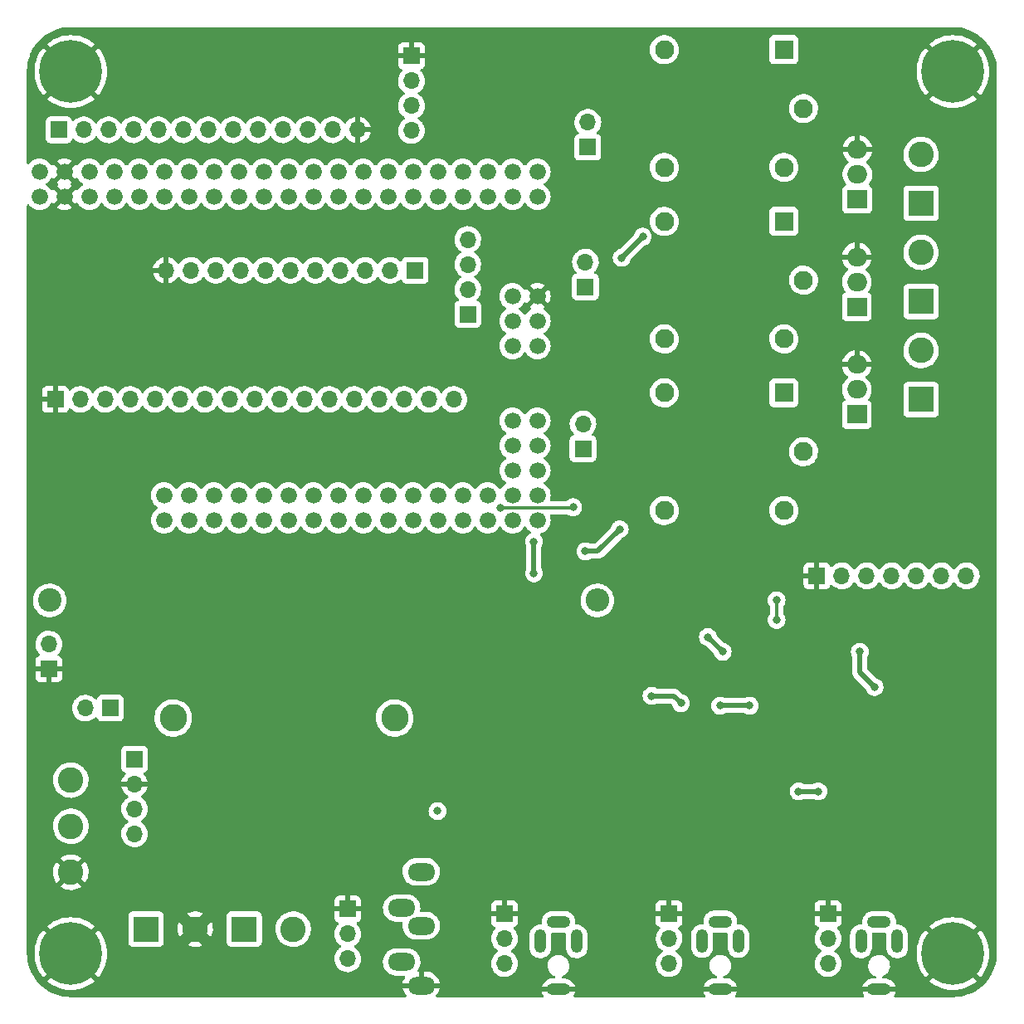
<source format=gbr>
%TF.GenerationSoftware,KiCad,Pcbnew,6.0.11-2627ca5db0~126~ubuntu22.04.1*%
%TF.CreationDate,2023-02-25T17:34:07+01:00*%
%TF.ProjectId,pyroDirector,7079726f-4469-4726-9563-746f722e6b69,rev?*%
%TF.SameCoordinates,Original*%
%TF.FileFunction,Copper,L4,Bot*%
%TF.FilePolarity,Positive*%
%FSLAX46Y46*%
G04 Gerber Fmt 4.6, Leading zero omitted, Abs format (unit mm)*
G04 Created by KiCad (PCBNEW 6.0.11-2627ca5db0~126~ubuntu22.04.1) date 2023-02-25 17:34:07*
%MOMM*%
%LPD*%
G01*
G04 APERTURE LIST*
%TA.AperFunction,ComponentPad*%
%ADD10C,2.400000*%
%TD*%
%TA.AperFunction,ComponentPad*%
%ADD11O,2.400000X2.400000*%
%TD*%
%TA.AperFunction,ComponentPad*%
%ADD12O,2.416000X1.208000*%
%TD*%
%TA.AperFunction,ComponentPad*%
%ADD13O,1.208000X2.416000*%
%TD*%
%TA.AperFunction,ComponentPad*%
%ADD14O,2.800000X1.800000*%
%TD*%
%TA.AperFunction,ComponentPad*%
%ADD15R,2.600000X2.600000*%
%TD*%
%TA.AperFunction,ComponentPad*%
%ADD16C,2.600000*%
%TD*%
%TA.AperFunction,ComponentPad*%
%ADD17C,2.800000*%
%TD*%
%TA.AperFunction,ComponentPad*%
%ADD18R,1.700000X1.700000*%
%TD*%
%TA.AperFunction,ComponentPad*%
%ADD19O,1.700000X1.700000*%
%TD*%
%TA.AperFunction,ComponentPad*%
%ADD20R,2.000000X1.905000*%
%TD*%
%TA.AperFunction,ComponentPad*%
%ADD21O,2.000000X1.905000*%
%TD*%
%TA.AperFunction,ComponentPad*%
%ADD22C,0.800000*%
%TD*%
%TA.AperFunction,ComponentPad*%
%ADD23C,6.400000*%
%TD*%
%TA.AperFunction,ComponentPad*%
%ADD24R,1.950000X1.950000*%
%TD*%
%TA.AperFunction,ComponentPad*%
%ADD25C,1.950000*%
%TD*%
%TA.AperFunction,ComponentPad*%
%ADD26C,1.676400*%
%TD*%
%TA.AperFunction,ViaPad*%
%ADD27C,0.800000*%
%TD*%
%TA.AperFunction,Conductor*%
%ADD28C,0.300000*%
%TD*%
%TA.AperFunction,Conductor*%
%ADD29C,0.500000*%
%TD*%
G04 APERTURE END LIST*
D10*
%TO.P,R6,1*%
%TO.N,+12V*%
X99585000Y-101500000D03*
D11*
%TO.P,R6,2*%
%TO.N,12V_LTD*%
X155465000Y-101500000D03*
%TD*%
D12*
%TO.P,J19,1*%
%TO.N,GND*%
X184215300Y-141200000D03*
D13*
%TO.P,J19,2*%
%TO.N,Net-(J18-Pad3)*%
X186065300Y-136300000D03*
%TO.P,J19,3*%
X182365300Y-136300000D03*
D12*
%TO.P,J19,4*%
%TO.N,Net-(J18-Pad2)*%
X184215300Y-134300000D03*
%TD*%
%TO.P,J17,1*%
%TO.N,GND*%
X168004100Y-141173600D03*
D13*
%TO.P,J17,2*%
%TO.N,Net-(J16-Pad3)*%
X169854100Y-136273600D03*
%TO.P,J17,3*%
X166154100Y-136273600D03*
D12*
%TO.P,J17,4*%
%TO.N,Net-(J16-Pad2)*%
X168004100Y-134273600D03*
%TD*%
%TO.P,J15,1*%
%TO.N,GND*%
X151500000Y-141200000D03*
D13*
%TO.P,J15,2*%
%TO.N,Net-(J14-Pad3)*%
X153350000Y-136300000D03*
%TO.P,J15,3*%
X149650000Y-136300000D03*
D12*
%TO.P,J15,4*%
%TO.N,Net-(J14-Pad2)*%
X151500000Y-134300000D03*
%TD*%
D14*
%TO.P,J2,R*%
%TO.N,Net-(J1-Pad2)*%
X135500000Y-132900000D03*
%TO.P,J2,RN*%
%TO.N,N/C*%
X137500000Y-134700000D03*
%TO.P,J2,S*%
%TO.N,GND*%
X137500000Y-140800000D03*
%TO.P,J2,T*%
%TO.N,Net-(J1-Pad3)*%
X135500000Y-138400000D03*
%TO.P,J2,TN*%
%TO.N,N/C*%
X137500000Y-129200000D03*
%TD*%
D15*
%TO.P,J8,1,Pin_1*%
%TO.N,Net-(J8-Pad1)*%
X119430000Y-135050000D03*
D16*
%TO.P,J8,2,Pin_2*%
%TO.N,Net-(F1-Pad1)*%
X124430000Y-135050000D03*
%TD*%
%TO.P,J9,2,Pin_2*%
%TO.N,GND*%
X114430000Y-135050000D03*
D15*
%TO.P,J9,1,Pin_1*%
%TO.N,Net-(J8-Pad1)*%
X109430000Y-135050000D03*
%TD*%
%TO.P,J23,1,Pin_1*%
%TO.N,Net-(J22-Pad2)*%
X188500000Y-81000000D03*
D16*
%TO.P,J23,2,Pin_2*%
%TO.N,Net-(J23-Pad2)*%
X188500000Y-76000000D03*
%TD*%
D15*
%TO.P,J21,1,Pin_1*%
%TO.N,Net-(J20-Pad2)*%
X188500000Y-71000000D03*
D16*
%TO.P,J21,2,Pin_2*%
%TO.N,Net-(J21-Pad2)*%
X188500000Y-66000000D03*
%TD*%
D15*
%TO.P,J25,1,Pin_1*%
%TO.N,Net-(J24-Pad2)*%
X188500000Y-61000000D03*
D16*
%TO.P,J25,2,Pin_2*%
%TO.N,Net-(J25-Pad2)*%
X188500000Y-56000000D03*
%TD*%
D17*
%TO.P,F1,1*%
%TO.N,Net-(F1-Pad1)*%
X134800000Y-113500000D03*
%TO.P,F1,2*%
%TO.N,+12V*%
X112200000Y-113500000D03*
%TD*%
D18*
%TO.P,J12,1,Pin_1*%
%TO.N,/LED_1*%
X100525000Y-53500000D03*
D19*
%TO.P,J12,2,Pin_2*%
%TO.N,/LED_2*%
X103065000Y-53500000D03*
%TO.P,J12,3,Pin_3*%
%TO.N,/LED_3*%
X105605000Y-53500000D03*
%TO.P,J12,4,Pin_4*%
%TO.N,/LED_4*%
X108145000Y-53500000D03*
%TO.P,J12,5,Pin_5*%
%TO.N,/LED_5*%
X110685000Y-53500000D03*
%TO.P,J12,6,Pin_6*%
%TO.N,/LED_6*%
X113225000Y-53500000D03*
%TO.P,J12,7,Pin_7*%
%TO.N,/LED_7*%
X115765000Y-53500000D03*
%TO.P,J12,8,Pin_8*%
%TO.N,/LED_8*%
X118305000Y-53500000D03*
%TO.P,J12,9,Pin_9*%
%TO.N,/LED_9*%
X120845000Y-53500000D03*
%TO.P,J12,10,Pin_10*%
%TO.N,/LED_10*%
X123385000Y-53500000D03*
%TO.P,J12,11,Pin_11*%
%TO.N,/LED_G*%
X125925000Y-53500000D03*
%TO.P,J12,12,Pin_12*%
%TO.N,+5V*%
X128465000Y-53500000D03*
%TO.P,J12,13,Pin_13*%
%TO.N,GND*%
X131005000Y-53500000D03*
%TD*%
D18*
%TO.P,J14,1,Pin_1*%
%TO.N,GND*%
X146000000Y-133475000D03*
D19*
%TO.P,J14,2,Pin_2*%
%TO.N,Net-(J14-Pad2)*%
X146000000Y-136015000D03*
%TO.P,J14,3,Pin_3*%
%TO.N,Net-(J14-Pad3)*%
X146000000Y-138555000D03*
%TD*%
D18*
%TO.P,J6,1,Pin_1*%
%TO.N,GND*%
X99500000Y-108500000D03*
D19*
%TO.P,J6,2,Pin_2*%
%TO.N,+12V*%
X99500000Y-105960000D03*
%TD*%
D18*
%TO.P,J3,1,Pin_1*%
%TO.N,GND*%
X100175000Y-81000000D03*
D19*
%TO.P,J3,2,Pin_2*%
%TO.N,/A1*%
X102715000Y-81000000D03*
%TO.P,J3,3,Pin_3*%
%TO.N,/A2*%
X105255000Y-81000000D03*
%TO.P,J3,4,Pin_4*%
%TO.N,/A3*%
X107795000Y-81000000D03*
%TO.P,J3,5,Pin_5*%
%TO.N,/A4*%
X110335000Y-81000000D03*
%TO.P,J3,6,Pin_6*%
%TO.N,/A5*%
X112875000Y-81000000D03*
%TO.P,J3,7,Pin_7*%
%TO.N,/A6*%
X115415000Y-81000000D03*
%TO.P,J3,8,Pin_8*%
%TO.N,/A7*%
X117955000Y-81000000D03*
%TO.P,J3,9,Pin_9*%
%TO.N,/A8*%
X120495000Y-81000000D03*
%TO.P,J3,10,Pin_10*%
%TO.N,/A9*%
X123035000Y-81000000D03*
%TO.P,J3,11,Pin_11*%
%TO.N,/A10*%
X125575000Y-81000000D03*
%TO.P,J3,12,Pin_12*%
%TO.N,/A11*%
X128115000Y-81000000D03*
%TO.P,J3,13,Pin_13*%
%TO.N,/A12*%
X130655000Y-81000000D03*
%TO.P,J3,14,Pin_14*%
%TO.N,/A13*%
X133195000Y-81000000D03*
%TO.P,J3,15,Pin_15*%
%TO.N,/A14*%
X135735000Y-81000000D03*
%TO.P,J3,16,Pin_16*%
%TO.N,/A15*%
X138275000Y-81000000D03*
%TO.P,J3,17,Pin_17*%
%TO.N,+5V*%
X140815000Y-81000000D03*
%TD*%
D18*
%TO.P,J7,1,Pin_1*%
%TO.N,/MOSI*%
X142250000Y-72300000D03*
D19*
%TO.P,J7,2,Pin_2*%
%TO.N,/MISO*%
X142250000Y-69760000D03*
%TO.P,J7,3,Pin_3*%
%TO.N,/SCK*%
X142250000Y-67220000D03*
%TO.P,J7,4,Pin_4*%
%TO.N,/RST*%
X142250000Y-64680000D03*
%TD*%
D20*
%TO.P,Q11,1,G*%
%TO.N,Net-(Q11-Pad1)*%
X181945000Y-82540000D03*
D21*
%TO.P,Q11,2,D*%
%TO.N,Net-(J22-Pad2)*%
X181945000Y-80000000D03*
%TO.P,Q11,3,S*%
%TO.N,GND*%
X181945000Y-77460000D03*
%TD*%
D22*
%TO.P,H3,1,1*%
%TO.N,GND*%
X100052944Y-45852944D03*
X101750000Y-49950000D03*
X104150000Y-47550000D03*
D23*
X101750000Y-47550000D03*
D22*
X103447056Y-49247056D03*
X101750000Y-45150000D03*
X99350000Y-47550000D03*
X100052944Y-49247056D03*
X103447056Y-45852944D03*
%TD*%
D18*
%TO.P,J22,1,Pin_1*%
%TO.N,12V_LTD*%
X154000000Y-86025000D03*
D19*
%TO.P,J22,2,Pin_2*%
%TO.N,Net-(J22-Pad2)*%
X154000000Y-83485000D03*
%TD*%
D20*
%TO.P,Q9,1,G*%
%TO.N,Net-(Q9-Pad1)*%
X181945000Y-71540000D03*
D21*
%TO.P,Q9,2,D*%
%TO.N,Net-(J20-Pad2)*%
X181945000Y-69000000D03*
%TO.P,Q9,3,S*%
%TO.N,GND*%
X181945000Y-66460000D03*
%TD*%
D22*
%TO.P,H4,1,1*%
%TO.N,GND*%
X190052944Y-49247056D03*
X191750000Y-49950000D03*
X194150000Y-47550000D03*
X193447056Y-45852944D03*
X190052944Y-45852944D03*
X191750000Y-45150000D03*
D23*
X191750000Y-47550000D03*
D22*
X189350000Y-47550000D03*
X193447056Y-49247056D03*
%TD*%
D18*
%TO.P,J10,1,Pin_1*%
%TO.N,GND*%
X177875000Y-99000000D03*
D19*
%TO.P,J10,2,Pin_2*%
%TO.N,/BTN_CNCL*%
X180415000Y-99000000D03*
%TO.P,J10,3,Pin_3*%
%TO.N,/BTN_DOWN*%
X182955000Y-99000000D03*
%TO.P,J10,4,Pin_4*%
%TO.N,/BTN_UP*%
X185495000Y-99000000D03*
%TO.P,J10,5,Pin_5*%
%TO.N,/BTN_LEFT*%
X188035000Y-99000000D03*
%TO.P,J10,6,Pin_6*%
%TO.N,/BTN_RIGHT*%
X190575000Y-99000000D03*
%TO.P,J10,7,Pin_7*%
%TO.N,/BTN_OK*%
X193115000Y-99000000D03*
%TD*%
D18*
%TO.P,J16,1,Pin_1*%
%TO.N,GND*%
X162788800Y-133475000D03*
D19*
%TO.P,J16,2,Pin_2*%
%TO.N,Net-(J16-Pad2)*%
X162788800Y-136015000D03*
%TO.P,J16,3,Pin_3*%
%TO.N,Net-(J16-Pad3)*%
X162788800Y-138555000D03*
%TD*%
D20*
%TO.P,Q13,1,G*%
%TO.N,Net-(Q13-Pad1)*%
X182000000Y-60580000D03*
D21*
%TO.P,Q13,2,D*%
%TO.N,Net-(J24-Pad2)*%
X182000000Y-58040000D03*
%TO.P,Q13,3,S*%
%TO.N,GND*%
X182000000Y-55500000D03*
%TD*%
D18*
%TO.P,J13,1,Pin_1*%
%TO.N,GND*%
X136500000Y-45950000D03*
D19*
%TO.P,J13,2,Pin_2*%
%TO.N,+5V*%
X136500000Y-48490000D03*
%TO.P,J13,3,Pin_3*%
%TO.N,/DISP_SDA*%
X136500000Y-51030000D03*
%TO.P,J13,4,Pin_4*%
%TO.N,/DISP_SCL*%
X136500000Y-53570000D03*
%TD*%
D18*
%TO.P,J4,1,Pin_1*%
%TO.N,+5V*%
X136875000Y-67818000D03*
D19*
%TO.P,J4,2,Pin_2*%
%TO.N,/D53*%
X134335000Y-67818000D03*
%TO.P,J4,3,Pin_3*%
%TO.N,/D51*%
X131795000Y-67818000D03*
%TO.P,J4,4,Pin_4*%
%TO.N,/D49*%
X129255000Y-67818000D03*
%TO.P,J4,5,Pin_5*%
%TO.N,/D19*%
X126715000Y-67818000D03*
%TO.P,J4,6,Pin_6*%
%TO.N,/D18*%
X124175000Y-67818000D03*
%TO.P,J4,7,Pin_7*%
%TO.N,/D17*%
X121635000Y-67818000D03*
%TO.P,J4,8,Pin_8*%
%TO.N,/D16*%
X119095000Y-67818000D03*
%TO.P,J4,9,Pin_9*%
%TO.N,/D15*%
X116555000Y-67818000D03*
%TO.P,J4,10,Pin_10*%
%TO.N,/D14*%
X114015000Y-67818000D03*
%TO.P,J4,11,Pin_11*%
%TO.N,GND*%
X111475000Y-67818000D03*
%TD*%
D22*
%TO.P,H1,1,1*%
%TO.N,GND*%
X190052944Y-135852944D03*
D23*
X191750000Y-137550000D03*
D22*
X194150000Y-137550000D03*
X191750000Y-135150000D03*
X189350000Y-137550000D03*
X191750000Y-139950000D03*
X190052944Y-139247056D03*
X193447056Y-135852944D03*
X193447056Y-139247056D03*
%TD*%
%TO.P,H2,1,1*%
%TO.N,GND*%
X104150000Y-137550000D03*
X103447056Y-135852944D03*
X100052944Y-139247056D03*
X101750000Y-139950000D03*
X103447056Y-139247056D03*
D23*
X101750000Y-137550000D03*
D22*
X100052944Y-135852944D03*
X101750000Y-135150000D03*
X99350000Y-137550000D03*
%TD*%
D18*
%TO.P,J1,1,Pin_1*%
%TO.N,GND*%
X130000000Y-133000000D03*
D19*
%TO.P,J1,2,Pin_2*%
%TO.N,Net-(J1-Pad2)*%
X130000000Y-135540000D03*
%TO.P,J1,3,Pin_3*%
%TO.N,Net-(J1-Pad3)*%
X130000000Y-138080000D03*
%TD*%
D18*
%TO.P,J20,1,Pin_1*%
%TO.N,12V_LTD*%
X154250000Y-69525000D03*
D19*
%TO.P,J20,2,Pin_2*%
%TO.N,Net-(J20-Pad2)*%
X154250000Y-66985000D03*
%TD*%
D18*
%TO.P,JP2,1,A*%
%TO.N,/VO+*%
X105775000Y-112500000D03*
D19*
%TO.P,JP2,2,B*%
%TO.N,+5V*%
X103235000Y-112500000D03*
%TD*%
D18*
%TO.P,J18,1,Pin_1*%
%TO.N,GND*%
X179000000Y-133475000D03*
D19*
%TO.P,J18,2,Pin_2*%
%TO.N,Net-(J18-Pad2)*%
X179000000Y-136015000D03*
%TO.P,J18,3,Pin_3*%
%TO.N,Net-(J18-Pad3)*%
X179000000Y-138555000D03*
%TD*%
D18*
%TO.P,J24,1,Pin_1*%
%TO.N,12V_LTD*%
X154500000Y-55275000D03*
D19*
%TO.P,J24,2,Pin_2*%
%TO.N,Net-(J24-Pad2)*%
X154500000Y-52735000D03*
%TD*%
D16*
%TO.P,SW1,1,A*%
%TO.N,unconnected-(SW1-Pad1)*%
X101750000Y-119850000D03*
%TO.P,SW1,2,B*%
%TO.N,/EN*%
X101750000Y-124550000D03*
%TO.P,SW1,3,C*%
%TO.N,GND*%
X101750000Y-129250000D03*
%TD*%
D24*
%TO.P,K2,A1,Coil_1*%
%TO.N,+5V*%
X174500000Y-80330000D03*
D25*
%TO.P,K2,A2,Coil_2*%
%TO.N,Net-(D2-Pad2)*%
X174500000Y-92330000D03*
%TO.P,K2,COM,COM*%
%TO.N,Net-(J23-Pad2)*%
X176500000Y-86330000D03*
%TO.P,K2,NC,NC*%
%TO.N,Net-(J22-Pad2)*%
X162300000Y-80330000D03*
%TO.P,K2,NO,NO*%
%TO.N,12V_LTD*%
X162300000Y-92330000D03*
%TD*%
D26*
%TO.P,U1,3V3_1,3V3*%
%TO.N,unconnected-(U1-Pad3V3_1)*%
X106170000Y-57770000D03*
%TO.P,U1,3V3_2,3V3*%
X106170000Y-60310000D03*
%TO.P,U1,5V_1,5V*%
%TO.N,+5V*%
X103630000Y-57770000D03*
%TO.P,U1,5V_2,5V*%
X103630000Y-60310000D03*
%TO.P,U1,5V_3,5V*%
X149350000Y-75550000D03*
%TO.P,U1,A0,A0*%
%TO.N,/BATT_SENSE*%
X111250000Y-93330000D03*
%TO.P,U1,A1,A1*%
%TO.N,/A1*%
X111250000Y-90790000D03*
%TO.P,U1,A2,A2*%
%TO.N,/A2*%
X113790000Y-93330000D03*
%TO.P,U1,A3,A3*%
%TO.N,/A3*%
X113790000Y-90790000D03*
%TO.P,U1,A4,A4*%
%TO.N,/A4*%
X116330000Y-93330000D03*
%TO.P,U1,A5,A5*%
%TO.N,/A5*%
X116330000Y-90790000D03*
%TO.P,U1,A6,A6*%
%TO.N,/A6*%
X118870000Y-93330000D03*
%TO.P,U1,A7,A7*%
%TO.N,/A7*%
X118870000Y-90790000D03*
%TO.P,U1,A8,A8*%
%TO.N,/A8*%
X121410000Y-93330000D03*
%TO.P,U1,A9,A9*%
%TO.N,/A9*%
X121410000Y-90790000D03*
%TO.P,U1,A10,A10*%
%TO.N,/A10*%
X123950000Y-93330000D03*
%TO.P,U1,A11,A11*%
%TO.N,/A11*%
X123950000Y-90790000D03*
%TO.P,U1,A12,A12*%
%TO.N,/A12*%
X126490000Y-93330000D03*
%TO.P,U1,A13,A13*%
%TO.N,/A13*%
X126490000Y-90790000D03*
%TO.P,U1,A14,A14*%
%TO.N,/A14*%
X129030000Y-93330000D03*
%TO.P,U1,A15,A15*%
%TO.N,/A15*%
X129030000Y-90790000D03*
%TO.P,U1,AREF,AREF*%
%TO.N,unconnected-(U1-PadAREF)*%
X108710000Y-60310000D03*
%TO.P,U1,D2,D2*%
%TO.N,/LED_1*%
X113790000Y-60310000D03*
%TO.P,U1,D3,D3*%
%TO.N,/LED_2*%
X113790000Y-57770000D03*
%TO.P,U1,D4,D4*%
%TO.N,/LED_3*%
X116330000Y-60310000D03*
%TO.P,U1,D5,D5*%
%TO.N,/LED_4*%
X116330000Y-57770000D03*
%TO.P,U1,D6,D6*%
%TO.N,/LED_5*%
X118870000Y-60310000D03*
%TO.P,U1,D7,D7*%
%TO.N,/LED_6*%
X118870000Y-57770000D03*
%TO.P,U1,D8,D8*%
%TO.N,/LED_7*%
X121410000Y-60310000D03*
%TO.P,U1,D9,D9*%
%TO.N,/LED_8*%
X121410000Y-57770000D03*
%TO.P,U1,D10,D10*%
%TO.N,/LED_9*%
X123950000Y-60310000D03*
%TO.P,U1,D11,D11*%
%TO.N,/LED_10*%
X123950000Y-57770000D03*
%TO.P,U1,D12,D12*%
%TO.N,/LED_G*%
X126490000Y-60310000D03*
%TO.P,U1,D13,D13*%
%TO.N,unconnected-(U1-PadD13)*%
X126490000Y-57770000D03*
%TO.P,U1,D14,D14*%
%TO.N,/D14*%
X129030000Y-60310000D03*
%TO.P,U1,D15,D15*%
%TO.N,/D15*%
X129030000Y-57770000D03*
%TO.P,U1,D16,D16*%
%TO.N,/D16*%
X131570000Y-60310000D03*
%TO.P,U1,D17,D17*%
%TO.N,/D17*%
X131570000Y-57770000D03*
%TO.P,U1,D18,D18*%
%TO.N,/D18*%
X134110000Y-60310000D03*
%TO.P,U1,D19,D19*%
%TO.N,/D19*%
X134110000Y-57770000D03*
%TO.P,U1,D20,D20*%
%TO.N,/DISP_SDA*%
X136650000Y-60310000D03*
%TO.P,U1,D21,D21*%
%TO.N,/DISP_SCL*%
X136650000Y-57770000D03*
%TO.P,U1,D22,D22*%
%TO.N,unconnected-(U1-PadD22)*%
X139190000Y-60310000D03*
%TO.P,U1,D23,D23*%
%TO.N,/SENSE_0*%
X139190000Y-57770000D03*
%TO.P,U1,D24,D24*%
%TO.N,unconnected-(U1-PadD24)*%
X141730000Y-60310000D03*
%TO.P,U1,D25,D25*%
%TO.N,unconnected-(U1-PadD25)*%
X141730000Y-57770000D03*
%TO.P,U1,D26,D26*%
%TO.N,/SENSE_1*%
X144270000Y-60310000D03*
%TO.P,U1,D27,D27*%
%TO.N,unconnected-(U1-PadD27)*%
X144270000Y-57770000D03*
%TO.P,U1,D28,D28*%
%TO.N,/PRIME_1*%
X146810000Y-60310000D03*
%TO.P,U1,D29,D29*%
%TO.N,unconnected-(U1-PadD29)*%
X146810000Y-57770000D03*
%TO.P,U1,D30,D30*%
%TO.N,/FIRE_0*%
X149350000Y-60310000D03*
%TO.P,U1,D31,D31*%
%TO.N,/PRIME_0*%
X149350000Y-57770000D03*
%TO.P,U1,D32,D32*%
%TO.N,/TRIGGER_LED*%
X131570000Y-93330000D03*
%TO.P,U1,D33,D33*%
%TO.N,/TRIGGER*%
X131570000Y-90790000D03*
%TO.P,U1,D34,D34*%
%TO.N,/PRE_CAM_0*%
X134110000Y-93330000D03*
%TO.P,U1,D35,D35*%
%TO.N,/SHUTTER_CAM_0*%
X134110000Y-90790000D03*
%TO.P,U1,D36,D36*%
%TO.N,/PRE_CAM_1*%
X136650000Y-93330000D03*
%TO.P,U1,D37,D37*%
%TO.N,/SHUTTER_CAM_1*%
X136650000Y-90790000D03*
%TO.P,U1,D38,D38*%
%TO.N,/PRE_CAM_2*%
X139190000Y-93330000D03*
%TO.P,U1,D39,D39*%
%TO.N,/SHUTTER_CAM_2*%
X139190000Y-90790000D03*
%TO.P,U1,D40,D40*%
%TO.N,/BTN_OK*%
X141730000Y-93330000D03*
%TO.P,U1,D41,D41*%
%TO.N,/BTN_UP*%
X141730000Y-90790000D03*
%TO.P,U1,D42,D42*%
%TO.N,/BTN_DOWN*%
X144270000Y-93330000D03*
%TO.P,U1,D43,D43*%
%TO.N,unconnected-(U1-PadD43)*%
X144270000Y-90790000D03*
%TO.P,U1,D44,D44*%
%TO.N,/BTN_LEFT*%
X146810000Y-93330000D03*
%TO.P,U1,D45,D45*%
%TO.N,/BTN_CNCL*%
X146810000Y-90790000D03*
%TO.P,U1,D46,D46*%
%TO.N,/BTN_RIGHT*%
X149350000Y-93330000D03*
%TO.P,U1,D47,D47*%
%TO.N,/FIRE_2*%
X149350000Y-90790000D03*
%TO.P,U1,D48,D48*%
%TO.N,/SENSE_2*%
X149350000Y-88250000D03*
%TO.P,U1,D49,D49*%
%TO.N,/D49*%
X146810000Y-88250000D03*
%TO.P,U1,D50,D50*%
%TO.N,/PRIME_2*%
X149350000Y-85710000D03*
%TO.P,U1,D51,D51*%
%TO.N,/D51*%
X146810000Y-85710000D03*
%TO.P,U1,D52,D52*%
%TO.N,/FIRE_1*%
X149350000Y-83170000D03*
%TO.P,U1,D53,D53*%
%TO.N,/D53*%
X146810000Y-83170000D03*
%TO.P,U1,GND_1,GND*%
%TO.N,GND*%
X101090000Y-57770000D03*
%TO.P,U1,GND_2,GND*%
X101090000Y-60310000D03*
%TO.P,U1,GND_3,GND*%
X149350000Y-70470000D03*
%TO.P,U1,MISO,MISO*%
%TO.N,/MISO*%
X146810000Y-75550000D03*
%TO.P,U1,MOSI,MOSI*%
%TO.N,/MOSI*%
X149350000Y-73010000D03*
%TO.P,U1,RESET,RESET*%
%TO.N,/RST*%
X146810000Y-70470000D03*
%TO.P,U1,RST,RST*%
%TO.N,unconnected-(U1-PadRST)*%
X108710000Y-57770000D03*
%TO.P,U1,RX,RX*%
%TO.N,unconnected-(U1-PadRX)*%
X111250000Y-60310000D03*
%TO.P,U1,SCK,SCK*%
%TO.N,/SCK*%
X146810000Y-73010000D03*
%TO.P,U1,TX,TX*%
%TO.N,unconnected-(U1-PadTX)*%
X111250000Y-57770000D03*
%TO.P,U1,VIN_1,VIN*%
%TO.N,unconnected-(U1-PadVIN_1)*%
X98550000Y-57770000D03*
%TO.P,U1,VIN_2,VIN*%
X98550000Y-60310000D03*
%TD*%
D18*
%TO.P,J11,1,Pin_1*%
%TO.N,/VO+*%
X108250000Y-117700000D03*
D19*
%TO.P,J11,2,Pin_2*%
%TO.N,GND*%
X108250000Y-120240000D03*
%TO.P,J11,3,Pin_3*%
%TO.N,+12V*%
X108250000Y-122780000D03*
%TO.P,J11,4,Pin_4*%
%TO.N,/EN*%
X108250000Y-125320000D03*
%TD*%
D24*
%TO.P,K3,A1,Coil_1*%
%TO.N,+5V*%
X174500000Y-45320000D03*
D25*
%TO.P,K3,A2,Coil_2*%
%TO.N,Net-(D3-Pad2)*%
X174500000Y-57320000D03*
%TO.P,K3,COM,COM*%
%TO.N,Net-(J25-Pad2)*%
X176500000Y-51320000D03*
%TO.P,K3,NC,NC*%
%TO.N,Net-(J24-Pad2)*%
X162300000Y-45320000D03*
%TO.P,K3,NO,NO*%
%TO.N,12V_LTD*%
X162300000Y-57320000D03*
%TD*%
D24*
%TO.P,K1,A1,Coil_1*%
%TO.N,+5V*%
X174500000Y-62830000D03*
D25*
%TO.P,K1,A2,Coil_2*%
%TO.N,Net-(D1-Pad2)*%
X174500000Y-74830000D03*
%TO.P,K1,COM,COM*%
%TO.N,Net-(J21-Pad2)*%
X176500000Y-68830000D03*
%TO.P,K1,NC,NC*%
%TO.N,Net-(J20-Pad2)*%
X162300000Y-62830000D03*
%TO.P,K1,NO,NO*%
%TO.N,12V_LTD*%
X162300000Y-74830000D03*
%TD*%
D27*
%TO.N,GND*%
X183250000Y-91250000D03*
X167000000Y-71250000D03*
X177000000Y-126000000D03*
X144500000Y-125500000D03*
X156500000Y-136000000D03*
X162037500Y-68962500D03*
X165500000Y-55250000D03*
X167000000Y-87250000D03*
X160000000Y-89750000D03*
X143250000Y-46000000D03*
X100838000Y-93472000D03*
X173000000Y-136000000D03*
%TO.N,+5V*%
X139162500Y-123000000D03*
%TO.N,/BTN_DOWN*%
X157750000Y-94250000D03*
X154250000Y-96500000D03*
%TO.N,/BTN_UP*%
X173750000Y-103500000D03*
X173750000Y-101500000D03*
X145550000Y-92050000D03*
X153000000Y-92000000D03*
%TO.N,/BTN_LEFT*%
X168000000Y-112250000D03*
X171000000Y-112250000D03*
X161000000Y-111250000D03*
X149000000Y-98750000D03*
X164000000Y-112000000D03*
X149000000Y-95500000D03*
%TO.N,/BTN_RIGHT*%
X166750000Y-105250000D03*
X168250000Y-106750000D03*
X183750000Y-110349500D03*
X182250000Y-106750000D03*
%TO.N,/BTN_OK*%
X178000000Y-121000000D03*
X176000000Y-121000000D03*
%TO.N,Net-(J20-Pad2)*%
X160100688Y-64399312D03*
X157951812Y-66548188D03*
%TD*%
D28*
%TO.N,/BTN_UP*%
X153000000Y-92000000D02*
X152950000Y-92050000D01*
X152950000Y-92050000D02*
X145550000Y-92050000D01*
D29*
%TO.N,/BTN_DOWN*%
X154250000Y-96500000D02*
X155500000Y-96500000D01*
X155500000Y-96500000D02*
X157750000Y-94250000D01*
D28*
%TO.N,/BTN_UP*%
X173750000Y-103500000D02*
X173750000Y-101500000D01*
D29*
%TO.N,/BTN_LEFT*%
X163250000Y-111250000D02*
X164000000Y-112000000D01*
X161000000Y-111250000D02*
X163250000Y-111250000D01*
X168000000Y-112250000D02*
X171000000Y-112250000D01*
X149000000Y-95500000D02*
X149000000Y-98750000D01*
%TO.N,/BTN_RIGHT*%
X182250000Y-106750000D02*
X182250000Y-108849500D01*
X166750000Y-105250000D02*
X168250000Y-106750000D01*
X182250000Y-108849500D02*
X183750000Y-110349500D01*
%TO.N,/BTN_OK*%
X176000000Y-121000000D02*
X178000000Y-121000000D01*
%TO.N,Net-(J20-Pad2)*%
X157951812Y-66548188D02*
X160100688Y-64399312D01*
%TD*%
%TA.AperFunction,Conductor*%
%TO.N,GND*%
G36*
X191720018Y-43010000D02*
G01*
X191734851Y-43012310D01*
X191734855Y-43012310D01*
X191743724Y-43013691D01*
X191764183Y-43011016D01*
X191786007Y-43010072D01*
X192135965Y-43025352D01*
X192146913Y-43026310D01*
X192524498Y-43076019D01*
X192535307Y-43077926D01*
X192907114Y-43160353D01*
X192917731Y-43163198D01*
X193280939Y-43277718D01*
X193291254Y-43281471D01*
X193643123Y-43427220D01*
X193653067Y-43431858D01*
X193990867Y-43607705D01*
X194000387Y-43613201D01*
X194321574Y-43817820D01*
X194330578Y-43824124D01*
X194632716Y-44055962D01*
X194641137Y-44063028D01*
X194921914Y-44320314D01*
X194929686Y-44328086D01*
X195186972Y-44608863D01*
X195194038Y-44617284D01*
X195425876Y-44919422D01*
X195432180Y-44928426D01*
X195636799Y-45249613D01*
X195642294Y-45259132D01*
X195784457Y-45532223D01*
X195818138Y-45596924D01*
X195822780Y-45606877D01*
X195890320Y-45769933D01*
X195968526Y-45958739D01*
X195972282Y-45969061D01*
X196086802Y-46332268D01*
X196089647Y-46342885D01*
X196170467Y-46707440D01*
X196172073Y-46714685D01*
X196173981Y-46725502D01*
X196216006Y-47044723D01*
X196223690Y-47103086D01*
X196224648Y-47114035D01*
X196238542Y-47432242D01*
X196239603Y-47456552D01*
X196238223Y-47481429D01*
X196236309Y-47493724D01*
X196237473Y-47502626D01*
X196237473Y-47502628D01*
X196240436Y-47525283D01*
X196241500Y-47541621D01*
X196241500Y-137450633D01*
X196240000Y-137470018D01*
X196237690Y-137484851D01*
X196237690Y-137484855D01*
X196236309Y-137493724D01*
X196238984Y-137514183D01*
X196239928Y-137536007D01*
X196225653Y-137862942D01*
X196224648Y-137885964D01*
X196223690Y-137896913D01*
X196174611Y-138269715D01*
X196173982Y-138274490D01*
X196172074Y-138285307D01*
X196107299Y-138577492D01*
X196089647Y-138657114D01*
X196086802Y-138667731D01*
X195992309Y-138967425D01*
X195972285Y-139030932D01*
X195968529Y-139041254D01*
X195822838Y-139392984D01*
X195822784Y-139393114D01*
X195818142Y-139403067D01*
X195671352Y-139685049D01*
X195642295Y-139740867D01*
X195636800Y-139750385D01*
X195628787Y-139762963D01*
X195432180Y-140071574D01*
X195425876Y-140080578D01*
X195194038Y-140382716D01*
X195186972Y-140391137D01*
X194929686Y-140671914D01*
X194921914Y-140679686D01*
X194641137Y-140936972D01*
X194632716Y-140944038D01*
X194330578Y-141175876D01*
X194321574Y-141182180D01*
X194000387Y-141386799D01*
X193990868Y-141392294D01*
X193653067Y-141568142D01*
X193643123Y-141572780D01*
X193291254Y-141718529D01*
X193280939Y-141722282D01*
X192917732Y-141836802D01*
X192907115Y-141839647D01*
X192535307Y-141922074D01*
X192524498Y-141923981D01*
X192163936Y-141971449D01*
X192146914Y-141973690D01*
X192135965Y-141974648D01*
X191793446Y-141989603D01*
X191768571Y-141988223D01*
X191756276Y-141986309D01*
X191747374Y-141987473D01*
X191747372Y-141987473D01*
X191732323Y-141989441D01*
X191724714Y-141990436D01*
X191708379Y-141991500D01*
X185864548Y-141991500D01*
X185796427Y-141971498D01*
X185749934Y-141917842D01*
X185739830Y-141847568D01*
X185755484Y-141802405D01*
X185831962Y-141670208D01*
X185836939Y-141659338D01*
X185902609Y-141470230D01*
X185903024Y-141468526D01*
X185901522Y-141457992D01*
X185887957Y-141454000D01*
X182546783Y-141454000D01*
X182533252Y-141457973D01*
X182531897Y-141467399D01*
X182553695Y-141557846D01*
X182557584Y-141569141D01*
X182640446Y-141751385D01*
X182646396Y-141761733D01*
X182668292Y-141792601D01*
X182691390Y-141859735D01*
X182674526Y-141928700D01*
X182623053Y-141977599D01*
X182565522Y-141991500D01*
X169638075Y-141991500D01*
X169569954Y-141971498D01*
X169523461Y-141917842D01*
X169513357Y-141847568D01*
X169529011Y-141802405D01*
X169620762Y-141643808D01*
X169625739Y-141632938D01*
X169691409Y-141443830D01*
X169691824Y-141442126D01*
X169690322Y-141431592D01*
X169676757Y-141427600D01*
X166335583Y-141427600D01*
X166322052Y-141431573D01*
X166320697Y-141440999D01*
X166342495Y-141531446D01*
X166346384Y-141542741D01*
X166429246Y-141724985D01*
X166435193Y-141735327D01*
X166475819Y-141792600D01*
X166498917Y-141859735D01*
X166482053Y-141928699D01*
X166430581Y-141977599D01*
X166373049Y-141991500D01*
X153149248Y-141991500D01*
X153081127Y-141971498D01*
X153034634Y-141917842D01*
X153024530Y-141847568D01*
X153040184Y-141802405D01*
X153116662Y-141670208D01*
X153121639Y-141659338D01*
X153187309Y-141470230D01*
X153187724Y-141468526D01*
X153186222Y-141457992D01*
X153172657Y-141454000D01*
X149831483Y-141454000D01*
X149817952Y-141457973D01*
X149816597Y-141467399D01*
X149838395Y-141557846D01*
X149842284Y-141569141D01*
X149925146Y-141751385D01*
X149931096Y-141761733D01*
X149952992Y-141792601D01*
X149976090Y-141859735D01*
X149959226Y-141928700D01*
X149907753Y-141977599D01*
X149850222Y-141991500D01*
X139105492Y-141991500D01*
X139037371Y-141971498D01*
X138990878Y-141917842D01*
X138980774Y-141847568D01*
X139010268Y-141782988D01*
X139018521Y-141774330D01*
X139054478Y-141740029D01*
X139061530Y-141732058D01*
X139197790Y-141548918D01*
X139203394Y-141539881D01*
X139306851Y-141336394D01*
X139310852Y-141326541D01*
X139378544Y-141108539D01*
X139380828Y-141098152D01*
X139384300Y-141071957D01*
X139382104Y-141057793D01*
X139368919Y-141054000D01*
X135632718Y-141054000D01*
X135619187Y-141057973D01*
X135617662Y-141068580D01*
X135645413Y-141200840D01*
X135648473Y-141211037D01*
X135732315Y-141423340D01*
X135737049Y-141432876D01*
X135855468Y-141628025D01*
X135861734Y-141636618D01*
X135988688Y-141782920D01*
X136018227Y-141847480D01*
X136008173Y-141917761D01*
X135961718Y-141971449D01*
X135893522Y-141991500D01*
X101799367Y-141991500D01*
X101779982Y-141990000D01*
X101765149Y-141987690D01*
X101765145Y-141987690D01*
X101756276Y-141986309D01*
X101735817Y-141988984D01*
X101713993Y-141989928D01*
X101364035Y-141974648D01*
X101353086Y-141973690D01*
X101336064Y-141971449D01*
X100975502Y-141923981D01*
X100964693Y-141922074D01*
X100592885Y-141839647D01*
X100582268Y-141836802D01*
X100219061Y-141722282D01*
X100208746Y-141718529D01*
X99856877Y-141572780D01*
X99846933Y-141568142D01*
X99509132Y-141392294D01*
X99499613Y-141386799D01*
X99178426Y-141182180D01*
X99169422Y-141175876D01*
X98867284Y-140944038D01*
X98858863Y-140936972D01*
X98578086Y-140679686D01*
X98570314Y-140671914D01*
X98313028Y-140391137D01*
X98305962Y-140382716D01*
X98278852Y-140347386D01*
X99317759Y-140347386D01*
X99325216Y-140357753D01*
X99564935Y-140551874D01*
X99570272Y-140555751D01*
X99890685Y-140763830D01*
X99896394Y-140767127D01*
X100236811Y-140940578D01*
X100242836Y-140943260D01*
X100599502Y-141080171D01*
X100605784Y-141082212D01*
X100974816Y-141181094D01*
X100981266Y-141182465D01*
X101358629Y-141242234D01*
X101365167Y-141242920D01*
X101746699Y-141262916D01*
X101753301Y-141262916D01*
X102134833Y-141242920D01*
X102141371Y-141242234D01*
X102518734Y-141182465D01*
X102525184Y-141181094D01*
X102894216Y-141082212D01*
X102900498Y-141080171D01*
X103257164Y-140943260D01*
X103263189Y-140940578D01*
X103281057Y-140931474D01*
X149812276Y-140931474D01*
X149813778Y-140942008D01*
X149827343Y-140946000D01*
X153168517Y-140946000D01*
X153182048Y-140942027D01*
X153183403Y-140932601D01*
X153183131Y-140931474D01*
X182527576Y-140931474D01*
X182529078Y-140942008D01*
X182542643Y-140946000D01*
X185883817Y-140946000D01*
X185897348Y-140942027D01*
X185898703Y-140932601D01*
X185876905Y-140842154D01*
X185873016Y-140830859D01*
X185790154Y-140648615D01*
X185784207Y-140638273D01*
X185668373Y-140474977D01*
X185660580Y-140465949D01*
X185536728Y-140347386D01*
X189317759Y-140347386D01*
X189325216Y-140357753D01*
X189564935Y-140551874D01*
X189570272Y-140555751D01*
X189890685Y-140763830D01*
X189896394Y-140767127D01*
X190236811Y-140940578D01*
X190242836Y-140943260D01*
X190599502Y-141080171D01*
X190605784Y-141082212D01*
X190974816Y-141181094D01*
X190981266Y-141182465D01*
X191358629Y-141242234D01*
X191365167Y-141242920D01*
X191746699Y-141262916D01*
X191753301Y-141262916D01*
X192134833Y-141242920D01*
X192141371Y-141242234D01*
X192518734Y-141182465D01*
X192525184Y-141181094D01*
X192894216Y-141082212D01*
X192900498Y-141080171D01*
X193257164Y-140943260D01*
X193263189Y-140940578D01*
X193603606Y-140767127D01*
X193609315Y-140763830D01*
X193929728Y-140555751D01*
X193935065Y-140551874D01*
X194173835Y-140358522D01*
X194182300Y-140346267D01*
X194175966Y-140335176D01*
X191762812Y-137922022D01*
X191748868Y-137914408D01*
X191747035Y-137914539D01*
X191740420Y-137918790D01*
X189324900Y-140334310D01*
X189317759Y-140347386D01*
X185536728Y-140347386D01*
X185515962Y-140327507D01*
X185506587Y-140320103D01*
X185338414Y-140211516D01*
X185327801Y-140206015D01*
X185142126Y-140131185D01*
X185130676Y-140127793D01*
X184932752Y-140089141D01*
X184923906Y-140088067D01*
X184921172Y-140088000D01*
X184639805Y-140088000D01*
X184571684Y-140067998D01*
X184525191Y-140014342D01*
X184515087Y-139944068D01*
X184544581Y-139879488D01*
X184604335Y-139841096D01*
X184623079Y-139835597D01*
X184623085Y-139835594D01*
X184628834Y-139833908D01*
X184634162Y-139831164D01*
X184811549Y-139739804D01*
X184811552Y-139739802D01*
X184816880Y-139737058D01*
X184983220Y-139606396D01*
X184987152Y-139601865D01*
X184987155Y-139601862D01*
X185117921Y-139451167D01*
X185121852Y-139446637D01*
X185124852Y-139441451D01*
X185124855Y-139441447D01*
X185224767Y-139268742D01*
X185227773Y-139263546D01*
X185297161Y-139063729D01*
X185298581Y-139053938D01*
X185326652Y-138860336D01*
X185326652Y-138860333D01*
X185327513Y-138854396D01*
X185317733Y-138643101D01*
X185268175Y-138437466D01*
X185254526Y-138407445D01*
X185183106Y-138250368D01*
X185180626Y-138244913D01*
X185058246Y-138072389D01*
X184935909Y-137955277D01*
X184909780Y-137930264D01*
X184905450Y-137926119D01*
X184727752Y-137811380D01*
X184656679Y-137782737D01*
X184537132Y-137734558D01*
X184537129Y-137734557D01*
X184531563Y-137732314D01*
X184323963Y-137691772D01*
X184318401Y-137691500D01*
X184162454Y-137691500D01*
X184004734Y-137706548D01*
X183801766Y-137766092D01*
X183796439Y-137768836D01*
X183796438Y-137768836D01*
X183619051Y-137860196D01*
X183619048Y-137860198D01*
X183613720Y-137862942D01*
X183447380Y-137993604D01*
X183443448Y-137998135D01*
X183443445Y-137998138D01*
X183364342Y-138089297D01*
X183308748Y-138153363D01*
X183305748Y-138158549D01*
X183305745Y-138158553D01*
X183238674Y-138274490D01*
X183202827Y-138336454D01*
X183133439Y-138536271D01*
X183132578Y-138542206D01*
X183132578Y-138542208D01*
X183115139Y-138662486D01*
X183103087Y-138745604D01*
X183112867Y-138956899D01*
X183114271Y-138962724D01*
X183114271Y-138962725D01*
X183159207Y-139149180D01*
X183162425Y-139162534D01*
X183164907Y-139167992D01*
X183164908Y-139167996D01*
X183207321Y-139261277D01*
X183249974Y-139355087D01*
X183372354Y-139527611D01*
X183525150Y-139673881D01*
X183702848Y-139788620D01*
X183808414Y-139831164D01*
X183843078Y-139845134D01*
X183898784Y-139889149D01*
X183921851Y-139956294D01*
X183904954Y-140025251D01*
X183853459Y-140074126D01*
X183795980Y-140088000D01*
X183561278Y-140088000D01*
X183555301Y-140088285D01*
X183406046Y-140102525D01*
X183394312Y-140104784D01*
X183202209Y-140161141D01*
X183191134Y-140165571D01*
X183013151Y-140257238D01*
X183003105Y-140263688D01*
X182845672Y-140387352D01*
X182837023Y-140395589D01*
X182705818Y-140546790D01*
X182698881Y-140556516D01*
X182598638Y-140729792D01*
X182593661Y-140740662D01*
X182527991Y-140929770D01*
X182527576Y-140931474D01*
X153183131Y-140931474D01*
X153176769Y-140905074D01*
X166316376Y-140905074D01*
X166317878Y-140915608D01*
X166331443Y-140919600D01*
X169672617Y-140919600D01*
X169686148Y-140915627D01*
X169687503Y-140906201D01*
X169665705Y-140815754D01*
X169661816Y-140804459D01*
X169578954Y-140622215D01*
X169573007Y-140611873D01*
X169457173Y-140448577D01*
X169449380Y-140439549D01*
X169304762Y-140301107D01*
X169295387Y-140293703D01*
X169127214Y-140185116D01*
X169116601Y-140179615D01*
X168930926Y-140104785D01*
X168919476Y-140101393D01*
X168721552Y-140062741D01*
X168712706Y-140061667D01*
X168709972Y-140061600D01*
X168428605Y-140061600D01*
X168360484Y-140041598D01*
X168313991Y-139987942D01*
X168303887Y-139917668D01*
X168333381Y-139853088D01*
X168393135Y-139814696D01*
X168411879Y-139809197D01*
X168411885Y-139809194D01*
X168417634Y-139807508D01*
X168422962Y-139804764D01*
X168600349Y-139713404D01*
X168600352Y-139713402D01*
X168605680Y-139710658D01*
X168772020Y-139579996D01*
X168775952Y-139575465D01*
X168775955Y-139575462D01*
X168906721Y-139424767D01*
X168910652Y-139420237D01*
X168913652Y-139415051D01*
X168913655Y-139415047D01*
X169013567Y-139242342D01*
X169016573Y-139237146D01*
X169085961Y-139037329D01*
X169086889Y-139030932D01*
X169115452Y-138833936D01*
X169115452Y-138833933D01*
X169116313Y-138827996D01*
X169106533Y-138616701D01*
X169083637Y-138521695D01*
X177637251Y-138521695D01*
X177637548Y-138526848D01*
X177637548Y-138526851D01*
X177647736Y-138703548D01*
X177650110Y-138744715D01*
X177651247Y-138749761D01*
X177651248Y-138749767D01*
X177674828Y-138854396D01*
X177699222Y-138962639D01*
X177783266Y-139169616D01*
X177801421Y-139199242D01*
X177893580Y-139349632D01*
X177899987Y-139360088D01*
X178046250Y-139528938D01*
X178218126Y-139671632D01*
X178411000Y-139784338D01*
X178619692Y-139864030D01*
X178624760Y-139865061D01*
X178624763Y-139865062D01*
X178695670Y-139879488D01*
X178838597Y-139908567D01*
X178843772Y-139908757D01*
X178843774Y-139908757D01*
X179056673Y-139916564D01*
X179056677Y-139916564D01*
X179061837Y-139916753D01*
X179066957Y-139916097D01*
X179066959Y-139916097D01*
X179278288Y-139889025D01*
X179278289Y-139889025D01*
X179283416Y-139888368D01*
X179304115Y-139882158D01*
X179492429Y-139825661D01*
X179492434Y-139825659D01*
X179497384Y-139824174D01*
X179697994Y-139725896D01*
X179879860Y-139596173D01*
X180038096Y-139438489D01*
X180061767Y-139405548D01*
X180165435Y-139261277D01*
X180168453Y-139257077D01*
X180172993Y-139247892D01*
X180265136Y-139061453D01*
X180265137Y-139061451D01*
X180267430Y-139056811D01*
X180332370Y-138843069D01*
X180361529Y-138621590D01*
X180361611Y-138618240D01*
X180363074Y-138558365D01*
X180363074Y-138558361D01*
X180363156Y-138555000D01*
X180344852Y-138332361D01*
X180290431Y-138115702D01*
X180201354Y-137910840D01*
X180138591Y-137813823D01*
X180082822Y-137727617D01*
X180082820Y-137727614D01*
X180080014Y-137723277D01*
X179929670Y-137558051D01*
X179925619Y-137554852D01*
X179925615Y-137554848D01*
X179758414Y-137422800D01*
X179758410Y-137422798D01*
X179754359Y-137419598D01*
X179713053Y-137396796D01*
X179663084Y-137346364D01*
X179648312Y-137276921D01*
X179673428Y-137210516D01*
X179700780Y-137183909D01*
X179744603Y-137152650D01*
X179879860Y-137056173D01*
X179900891Y-137035216D01*
X179979344Y-136957036D01*
X181252800Y-136957036D01*
X181267902Y-137115326D01*
X181327661Y-137319026D01*
X181330405Y-137324353D01*
X181330405Y-137324354D01*
X181417637Y-137493724D01*
X181424861Y-137507751D01*
X181450523Y-137540420D01*
X181552288Y-137669974D01*
X181552292Y-137669978D01*
X181555994Y-137674691D01*
X181560524Y-137678622D01*
X181560525Y-137678623D01*
X181564229Y-137681837D01*
X181716330Y-137813823D01*
X181900081Y-137920126D01*
X181961261Y-137941371D01*
X182094954Y-137987797D01*
X182094956Y-137987797D01*
X182100619Y-137989764D01*
X182106554Y-137990625D01*
X182106556Y-137990625D01*
X182304767Y-138019365D01*
X182304770Y-138019365D01*
X182310707Y-138020226D01*
X182522766Y-138010411D01*
X182702047Y-137967204D01*
X182723309Y-137962080D01*
X182723311Y-137962079D01*
X182729142Y-137960674D01*
X182734600Y-137958192D01*
X182734604Y-137958191D01*
X182872057Y-137895694D01*
X182922390Y-137872809D01*
X183068965Y-137768836D01*
X183090651Y-137753453D01*
X183090652Y-137753452D01*
X183095537Y-137749987D01*
X183242335Y-137596640D01*
X183274365Y-137547035D01*
X183354235Y-137423338D01*
X183354236Y-137423335D01*
X183357487Y-137418301D01*
X183370271Y-137386581D01*
X183434599Y-137226963D01*
X183434600Y-137226960D01*
X183436839Y-137221404D01*
X183438966Y-137210516D01*
X183469817Y-137052529D01*
X183477526Y-137013055D01*
X183477800Y-137007453D01*
X183477800Y-135642964D01*
X183468975Y-135550467D01*
X183482416Y-135480755D01*
X183531414Y-135429376D01*
X183594405Y-135412500D01*
X184834154Y-135412500D01*
X184902275Y-135432502D01*
X184948768Y-135486158D01*
X184957818Y-135562648D01*
X184953943Y-135582492D01*
X184953942Y-135582500D01*
X184953074Y-135586945D01*
X184952800Y-135592547D01*
X184952800Y-136957036D01*
X184967902Y-137115326D01*
X185027661Y-137319026D01*
X185030405Y-137324353D01*
X185030405Y-137324354D01*
X185117637Y-137493724D01*
X185124861Y-137507751D01*
X185150523Y-137540420D01*
X185252288Y-137669974D01*
X185252292Y-137669978D01*
X185255994Y-137674691D01*
X185260524Y-137678622D01*
X185260525Y-137678623D01*
X185264229Y-137681837D01*
X185416330Y-137813823D01*
X185600081Y-137920126D01*
X185661261Y-137941371D01*
X185794954Y-137987797D01*
X185794956Y-137987797D01*
X185800619Y-137989764D01*
X185806554Y-137990625D01*
X185806556Y-137990625D01*
X186004767Y-138019365D01*
X186004770Y-138019365D01*
X186010707Y-138020226D01*
X186222766Y-138010411D01*
X186402047Y-137967204D01*
X186423309Y-137962080D01*
X186423311Y-137962079D01*
X186429142Y-137960674D01*
X186434600Y-137958192D01*
X186434604Y-137958191D01*
X186572057Y-137895694D01*
X186622390Y-137872809D01*
X186768965Y-137768836D01*
X186790651Y-137753453D01*
X186790652Y-137753452D01*
X186795537Y-137749987D01*
X186942335Y-137596640D01*
X186970319Y-137553301D01*
X188037084Y-137553301D01*
X188057080Y-137934833D01*
X188057766Y-137941371D01*
X188117535Y-138318734D01*
X188118906Y-138325184D01*
X188217788Y-138694216D01*
X188219829Y-138700498D01*
X188356740Y-139057164D01*
X188359422Y-139063189D01*
X188532872Y-139403603D01*
X188536169Y-139409313D01*
X188744253Y-139729735D01*
X188748123Y-139735061D01*
X188941478Y-139973835D01*
X188953733Y-139982300D01*
X188964824Y-139975966D01*
X191377978Y-137562812D01*
X191384356Y-137551132D01*
X192114408Y-137551132D01*
X192114539Y-137552965D01*
X192118790Y-137559580D01*
X194534310Y-139975100D01*
X194547386Y-139982241D01*
X194557753Y-139974784D01*
X194751877Y-139735061D01*
X194755747Y-139729735D01*
X194963831Y-139409313D01*
X194967128Y-139403603D01*
X195140578Y-139063189D01*
X195143260Y-139057164D01*
X195280171Y-138700498D01*
X195282212Y-138694216D01*
X195381094Y-138325184D01*
X195382465Y-138318734D01*
X195442234Y-137941371D01*
X195442920Y-137934833D01*
X195462916Y-137553301D01*
X195462916Y-137546699D01*
X195442920Y-137165167D01*
X195442234Y-137158629D01*
X195382465Y-136781266D01*
X195381094Y-136774816D01*
X195282212Y-136405784D01*
X195280171Y-136399502D01*
X195143260Y-136042836D01*
X195140578Y-136036811D01*
X194967128Y-135696397D01*
X194963831Y-135690687D01*
X194755747Y-135370265D01*
X194751877Y-135364939D01*
X194558522Y-135126165D01*
X194546267Y-135117700D01*
X194535176Y-135124034D01*
X192122022Y-137537188D01*
X192114408Y-137551132D01*
X191384356Y-137551132D01*
X191385592Y-137548868D01*
X191385461Y-137547035D01*
X191381210Y-137540420D01*
X188965690Y-135124900D01*
X188952614Y-135117759D01*
X188942247Y-135125216D01*
X188748123Y-135364939D01*
X188744253Y-135370265D01*
X188536169Y-135690687D01*
X188532872Y-135696397D01*
X188359422Y-136036811D01*
X188356740Y-136042836D01*
X188219829Y-136399502D01*
X188217788Y-136405784D01*
X188118906Y-136774816D01*
X188117535Y-136781266D01*
X188057766Y-137158629D01*
X188057080Y-137165167D01*
X188037084Y-137546699D01*
X188037084Y-137553301D01*
X186970319Y-137553301D01*
X186974365Y-137547035D01*
X187054235Y-137423338D01*
X187054236Y-137423335D01*
X187057487Y-137418301D01*
X187070271Y-137386581D01*
X187134599Y-137226963D01*
X187134600Y-137226960D01*
X187136839Y-137221404D01*
X187138966Y-137210516D01*
X187169817Y-137052529D01*
X187177526Y-137013055D01*
X187177800Y-137007453D01*
X187177800Y-135642964D01*
X187162698Y-135484674D01*
X187102939Y-135280974D01*
X187095375Y-135266288D01*
X187008485Y-135097580D01*
X187008483Y-135097577D01*
X187005739Y-135092249D01*
X186938930Y-135007197D01*
X186878312Y-134930026D01*
X186878308Y-134930022D01*
X186874606Y-134925309D01*
X186849619Y-134903626D01*
X186787835Y-134850013D01*
X186714270Y-134786177D01*
X186658189Y-134753733D01*
X189317700Y-134753733D01*
X189324034Y-134764824D01*
X191737188Y-137177978D01*
X191751132Y-137185592D01*
X191752965Y-137185461D01*
X191759580Y-137181210D01*
X194175100Y-134765690D01*
X194182241Y-134752614D01*
X194174784Y-134742247D01*
X193935065Y-134548126D01*
X193929728Y-134544249D01*
X193609315Y-134336170D01*
X193603606Y-134332873D01*
X193263189Y-134159422D01*
X193257164Y-134156740D01*
X192900498Y-134019829D01*
X192894216Y-134017788D01*
X192525184Y-133918906D01*
X192518734Y-133917535D01*
X192141371Y-133857766D01*
X192134833Y-133857080D01*
X191753301Y-133837084D01*
X191746699Y-133837084D01*
X191365167Y-133857080D01*
X191358629Y-133857766D01*
X190981266Y-133917535D01*
X190974816Y-133918906D01*
X190605784Y-134017788D01*
X190599502Y-134019829D01*
X190242836Y-134156740D01*
X190236811Y-134159422D01*
X189896397Y-134332872D01*
X189890687Y-134336169D01*
X189570265Y-134544253D01*
X189564939Y-134548123D01*
X189326165Y-134741478D01*
X189317700Y-134753733D01*
X186658189Y-134753733D01*
X186530519Y-134679874D01*
X186413752Y-134639326D01*
X186335646Y-134612203D01*
X186335644Y-134612203D01*
X186329981Y-134610236D01*
X186324046Y-134609375D01*
X186324044Y-134609375D01*
X186125833Y-134580635D01*
X186125830Y-134580635D01*
X186119893Y-134579774D01*
X186053826Y-134582832D01*
X185984853Y-134566001D01*
X185935929Y-134514553D01*
X185923304Y-134438887D01*
X185934665Y-134360533D01*
X185934665Y-134360530D01*
X185935526Y-134354593D01*
X185925711Y-134142534D01*
X185875974Y-133936158D01*
X185867176Y-133916806D01*
X185817877Y-133808381D01*
X185788109Y-133742910D01*
X185665287Y-133569763D01*
X185511940Y-133422965D01*
X185409492Y-133356815D01*
X185338638Y-133311065D01*
X185338635Y-133311064D01*
X185333601Y-133307813D01*
X185312689Y-133299385D01*
X185142263Y-133230701D01*
X185142260Y-133230700D01*
X185136704Y-133228461D01*
X185130825Y-133227313D01*
X185130822Y-133227312D01*
X185036671Y-133208926D01*
X184928355Y-133187774D01*
X184922753Y-133187500D01*
X183558264Y-133187500D01*
X183399974Y-133202602D01*
X183196274Y-133262361D01*
X183190947Y-133265105D01*
X183190946Y-133265105D01*
X183012880Y-133356815D01*
X183012877Y-133356817D01*
X183007549Y-133359561D01*
X182963809Y-133393919D01*
X182845326Y-133486988D01*
X182845322Y-133486992D01*
X182840609Y-133490694D01*
X182836678Y-133495224D01*
X182836677Y-133495225D01*
X182794905Y-133543363D01*
X182701477Y-133651030D01*
X182595174Y-133834781D01*
X182567112Y-133915591D01*
X182534704Y-134008919D01*
X182525536Y-134035319D01*
X182524675Y-134041254D01*
X182524675Y-134041256D01*
X182497167Y-134230974D01*
X182495074Y-134245407D01*
X182504531Y-134449722D01*
X182487700Y-134518695D01*
X182436252Y-134567619D01*
X182384493Y-134581412D01*
X182207834Y-134589589D01*
X182116835Y-134611520D01*
X182007291Y-134637920D01*
X182007289Y-134637921D01*
X182001458Y-134639326D01*
X181996000Y-134641808D01*
X181995996Y-134641809D01*
X181916606Y-134677906D01*
X181808210Y-134727191D01*
X181635063Y-134850013D01*
X181592019Y-134894977D01*
X181513538Y-134976960D01*
X181488265Y-135003360D01*
X181485014Y-135008395D01*
X181386213Y-135161411D01*
X181373113Y-135181699D01*
X181370871Y-135187262D01*
X181296887Y-135370840D01*
X181293761Y-135378596D01*
X181292613Y-135384475D01*
X181292612Y-135384478D01*
X181278201Y-135458274D01*
X181253074Y-135586945D01*
X181252800Y-135592547D01*
X181252800Y-136957036D01*
X179979344Y-136957036D01*
X180038096Y-136898489D01*
X180046590Y-136886669D01*
X180165435Y-136721277D01*
X180168453Y-136717077D01*
X180182501Y-136688654D01*
X180265136Y-136521453D01*
X180265137Y-136521451D01*
X180267430Y-136516811D01*
X180318418Y-136348990D01*
X180330865Y-136308023D01*
X180330865Y-136308021D01*
X180332370Y-136303069D01*
X180361529Y-136081590D01*
X180361611Y-136078240D01*
X180363074Y-136018365D01*
X180363074Y-136018361D01*
X180363156Y-136015000D01*
X180344852Y-135792361D01*
X180290431Y-135575702D01*
X180201354Y-135370840D01*
X180080014Y-135183277D01*
X180076540Y-135179459D01*
X180076533Y-135179450D01*
X179932435Y-135021088D01*
X179901383Y-134957242D01*
X179909779Y-134886744D01*
X179954956Y-134831976D01*
X179981400Y-134818307D01*
X180088052Y-134778325D01*
X180103649Y-134769786D01*
X180205724Y-134693285D01*
X180218285Y-134680724D01*
X180294786Y-134578649D01*
X180303324Y-134563054D01*
X180348478Y-134442606D01*
X180352105Y-134427351D01*
X180357631Y-134376486D01*
X180358000Y-134369672D01*
X180358000Y-133747115D01*
X180353525Y-133731876D01*
X180352135Y-133730671D01*
X180344452Y-133729000D01*
X177660116Y-133729000D01*
X177644877Y-133733475D01*
X177643672Y-133734865D01*
X177642001Y-133742548D01*
X177642001Y-134369669D01*
X177642371Y-134376490D01*
X177647895Y-134427352D01*
X177651521Y-134442604D01*
X177696676Y-134563054D01*
X177705214Y-134578649D01*
X177781715Y-134680724D01*
X177794276Y-134693285D01*
X177896351Y-134769786D01*
X177911946Y-134778324D01*
X178020827Y-134819142D01*
X178077591Y-134861784D01*
X178102291Y-134928345D01*
X178087083Y-134997694D01*
X178067691Y-135024175D01*
X177949343Y-135148019D01*
X177940629Y-135157138D01*
X177937715Y-135161410D01*
X177937714Y-135161411D01*
X177922798Y-135183277D01*
X177814743Y-135341680D01*
X177784502Y-135406830D01*
X177723127Y-135539051D01*
X177720688Y-135544305D01*
X177660989Y-135759570D01*
X177637251Y-135981695D01*
X177637548Y-135986848D01*
X177637548Y-135986851D01*
X177643011Y-136081590D01*
X177650110Y-136204715D01*
X177651247Y-136209761D01*
X177651248Y-136209767D01*
X177671119Y-136297939D01*
X177699222Y-136422639D01*
X177783266Y-136629616D01*
X177801062Y-136658657D01*
X177893281Y-136809144D01*
X177899987Y-136820088D01*
X178046250Y-136988938D01*
X178218126Y-137131632D01*
X178264326Y-137158629D01*
X178291445Y-137174476D01*
X178340169Y-137226114D01*
X178353240Y-137295897D01*
X178326509Y-137361669D01*
X178286055Y-137395027D01*
X178273607Y-137401507D01*
X178269474Y-137404610D01*
X178269471Y-137404612D01*
X178109056Y-137525055D01*
X178094965Y-137535635D01*
X178091393Y-137539373D01*
X177944925Y-137692643D01*
X177940629Y-137697138D01*
X177937715Y-137701410D01*
X177937714Y-137701411D01*
X177894742Y-137764406D01*
X177814743Y-137881680D01*
X177780581Y-137955277D01*
X177735753Y-138051851D01*
X177720688Y-138084305D01*
X177660989Y-138299570D01*
X177637251Y-138521695D01*
X169083637Y-138521695D01*
X169074214Y-138482596D01*
X169058381Y-138416899D01*
X169058380Y-138416897D01*
X169056975Y-138411066D01*
X169037426Y-138368069D01*
X168992706Y-138269715D01*
X168969426Y-138218513D01*
X168847046Y-138045989D01*
X168717548Y-137922022D01*
X168698580Y-137903864D01*
X168694250Y-137899719D01*
X168516552Y-137784980D01*
X168418986Y-137745660D01*
X168325932Y-137708158D01*
X168325929Y-137708157D01*
X168320363Y-137705914D01*
X168112763Y-137665372D01*
X168107201Y-137665100D01*
X167951254Y-137665100D01*
X167793534Y-137680148D01*
X167590566Y-137739692D01*
X167585239Y-137742436D01*
X167585238Y-137742436D01*
X167407851Y-137833796D01*
X167407848Y-137833798D01*
X167402520Y-137836542D01*
X167236180Y-137967204D01*
X167232248Y-137971735D01*
X167232245Y-137971738D01*
X167167201Y-138046695D01*
X167097548Y-138126963D01*
X167094548Y-138132149D01*
X167094545Y-138132153D01*
X167014964Y-138269715D01*
X166991627Y-138310054D01*
X166922239Y-138509871D01*
X166921378Y-138515806D01*
X166921378Y-138515808D01*
X166894814Y-138699020D01*
X166891887Y-138719204D01*
X166901667Y-138930499D01*
X166903071Y-138936324D01*
X166903071Y-138936325D01*
X166932345Y-139057792D01*
X166951225Y-139136134D01*
X166953707Y-139141592D01*
X166953708Y-139141596D01*
X166995214Y-139232883D01*
X167038774Y-139328687D01*
X167161154Y-139501211D01*
X167313950Y-139647481D01*
X167491648Y-139762220D01*
X167551103Y-139786181D01*
X167631878Y-139818734D01*
X167687584Y-139862749D01*
X167710651Y-139929894D01*
X167693754Y-139998851D01*
X167642259Y-140047726D01*
X167584780Y-140061600D01*
X167350078Y-140061600D01*
X167344101Y-140061885D01*
X167194846Y-140076125D01*
X167183112Y-140078384D01*
X166991009Y-140134741D01*
X166979934Y-140139171D01*
X166801951Y-140230838D01*
X166791905Y-140237288D01*
X166634472Y-140360952D01*
X166625823Y-140369189D01*
X166494618Y-140520390D01*
X166487681Y-140530116D01*
X166387438Y-140703392D01*
X166382461Y-140714262D01*
X166316791Y-140903370D01*
X166316376Y-140905074D01*
X153176769Y-140905074D01*
X153161605Y-140842154D01*
X153157716Y-140830859D01*
X153074854Y-140648615D01*
X153068907Y-140638273D01*
X152953073Y-140474977D01*
X152945280Y-140465949D01*
X152800662Y-140327507D01*
X152791287Y-140320103D01*
X152623114Y-140211516D01*
X152612501Y-140206015D01*
X152426826Y-140131185D01*
X152415376Y-140127793D01*
X152217452Y-140089141D01*
X152208606Y-140088067D01*
X152205872Y-140088000D01*
X151924505Y-140088000D01*
X151856384Y-140067998D01*
X151809891Y-140014342D01*
X151799787Y-139944068D01*
X151829281Y-139879488D01*
X151889035Y-139841096D01*
X151907779Y-139835597D01*
X151907785Y-139835594D01*
X151913534Y-139833908D01*
X151918862Y-139831164D01*
X152096249Y-139739804D01*
X152096252Y-139739802D01*
X152101580Y-139737058D01*
X152267920Y-139606396D01*
X152271852Y-139601865D01*
X152271855Y-139601862D01*
X152402621Y-139451167D01*
X152406552Y-139446637D01*
X152409552Y-139441451D01*
X152409555Y-139441447D01*
X152509467Y-139268742D01*
X152512473Y-139263546D01*
X152581861Y-139063729D01*
X152583281Y-139053938D01*
X152611352Y-138860336D01*
X152611352Y-138860333D01*
X152612213Y-138854396D01*
X152602433Y-138643101D01*
X152573174Y-138521695D01*
X161426051Y-138521695D01*
X161426348Y-138526848D01*
X161426348Y-138526851D01*
X161436536Y-138703548D01*
X161438910Y-138744715D01*
X161440047Y-138749761D01*
X161440048Y-138749767D01*
X161463628Y-138854396D01*
X161488022Y-138962639D01*
X161572066Y-139169616D01*
X161590221Y-139199242D01*
X161682380Y-139349632D01*
X161688787Y-139360088D01*
X161835050Y-139528938D01*
X162006926Y-139671632D01*
X162199800Y-139784338D01*
X162408492Y-139864030D01*
X162413560Y-139865061D01*
X162413563Y-139865062D01*
X162484470Y-139879488D01*
X162627397Y-139908567D01*
X162632572Y-139908757D01*
X162632574Y-139908757D01*
X162845473Y-139916564D01*
X162845477Y-139916564D01*
X162850637Y-139916753D01*
X162855757Y-139916097D01*
X162855759Y-139916097D01*
X163067088Y-139889025D01*
X163067089Y-139889025D01*
X163072216Y-139888368D01*
X163092915Y-139882158D01*
X163281229Y-139825661D01*
X163281234Y-139825659D01*
X163286184Y-139824174D01*
X163486794Y-139725896D01*
X163668660Y-139596173D01*
X163826896Y-139438489D01*
X163850567Y-139405548D01*
X163954235Y-139261277D01*
X163957253Y-139257077D01*
X163961793Y-139247892D01*
X164053936Y-139061453D01*
X164053937Y-139061451D01*
X164056230Y-139056811D01*
X164121170Y-138843069D01*
X164150329Y-138621590D01*
X164150411Y-138618240D01*
X164151874Y-138558365D01*
X164151874Y-138558361D01*
X164151956Y-138555000D01*
X164133652Y-138332361D01*
X164079231Y-138115702D01*
X163990154Y-137910840D01*
X163927391Y-137813823D01*
X163871622Y-137727617D01*
X163871620Y-137727614D01*
X163868814Y-137723277D01*
X163718470Y-137558051D01*
X163714419Y-137554852D01*
X163714415Y-137554848D01*
X163547214Y-137422800D01*
X163547210Y-137422798D01*
X163543159Y-137419598D01*
X163501853Y-137396796D01*
X163451884Y-137346364D01*
X163437112Y-137276921D01*
X163462228Y-137210516D01*
X163489580Y-137183909D01*
X163533403Y-137152650D01*
X163668660Y-137056173D01*
X163689691Y-137035216D01*
X163768144Y-136957036D01*
X163794636Y-136930636D01*
X165041600Y-136930636D01*
X165056702Y-137088926D01*
X165116461Y-137292626D01*
X165119205Y-137297953D01*
X165119205Y-137297954D01*
X165209039Y-137472376D01*
X165213661Y-137481351D01*
X165238102Y-137512466D01*
X165341088Y-137643574D01*
X165341092Y-137643578D01*
X165344794Y-137648291D01*
X165349324Y-137652222D01*
X165349325Y-137652223D01*
X165395905Y-137692643D01*
X165505130Y-137787423D01*
X165688881Y-137893726D01*
X165764906Y-137920126D01*
X165883754Y-137961397D01*
X165883756Y-137961397D01*
X165889419Y-137963364D01*
X165895354Y-137964225D01*
X165895356Y-137964225D01*
X166093567Y-137992965D01*
X166093570Y-137992965D01*
X166099507Y-137993826D01*
X166311566Y-137984011D01*
X166444220Y-137952041D01*
X166512109Y-137935680D01*
X166512111Y-137935679D01*
X166517942Y-137934274D01*
X166523400Y-137931792D01*
X166523404Y-137931791D01*
X166652102Y-137873275D01*
X166711190Y-137846409D01*
X166872034Y-137732314D01*
X166879451Y-137727053D01*
X166879452Y-137727052D01*
X166884337Y-137723587D01*
X167001717Y-137600970D01*
X167026990Y-137574570D01*
X167031135Y-137570240D01*
X167080541Y-137493724D01*
X167143035Y-137396938D01*
X167143036Y-137396935D01*
X167146287Y-137391901D01*
X167182512Y-137302015D01*
X167223399Y-137200563D01*
X167223400Y-137200560D01*
X167225639Y-137195004D01*
X167232743Y-137158629D01*
X167246756Y-137086870D01*
X167266326Y-136986655D01*
X167266600Y-136981053D01*
X167266600Y-135616564D01*
X167257775Y-135524067D01*
X167271216Y-135454355D01*
X167320214Y-135402976D01*
X167383205Y-135386100D01*
X168622954Y-135386100D01*
X168691075Y-135406102D01*
X168737568Y-135459758D01*
X168746618Y-135536248D01*
X168742743Y-135556092D01*
X168742742Y-135556100D01*
X168741874Y-135560545D01*
X168741600Y-135566147D01*
X168741600Y-136930636D01*
X168756702Y-137088926D01*
X168816461Y-137292626D01*
X168819205Y-137297953D01*
X168819205Y-137297954D01*
X168909039Y-137472376D01*
X168913661Y-137481351D01*
X168938102Y-137512466D01*
X169041088Y-137643574D01*
X169041092Y-137643578D01*
X169044794Y-137648291D01*
X169049324Y-137652222D01*
X169049325Y-137652223D01*
X169095905Y-137692643D01*
X169205130Y-137787423D01*
X169388881Y-137893726D01*
X169464906Y-137920126D01*
X169583754Y-137961397D01*
X169583756Y-137961397D01*
X169589419Y-137963364D01*
X169595354Y-137964225D01*
X169595356Y-137964225D01*
X169793567Y-137992965D01*
X169793570Y-137992965D01*
X169799507Y-137993826D01*
X170011566Y-137984011D01*
X170144220Y-137952041D01*
X170212109Y-137935680D01*
X170212111Y-137935679D01*
X170217942Y-137934274D01*
X170223400Y-137931792D01*
X170223404Y-137931791D01*
X170352102Y-137873275D01*
X170411190Y-137846409D01*
X170572034Y-137732314D01*
X170579451Y-137727053D01*
X170579452Y-137727052D01*
X170584337Y-137723587D01*
X170701717Y-137600970D01*
X170726990Y-137574570D01*
X170731135Y-137570240D01*
X170780541Y-137493724D01*
X170843035Y-137396938D01*
X170843036Y-137396935D01*
X170846287Y-137391901D01*
X170882512Y-137302015D01*
X170923399Y-137200563D01*
X170923400Y-137200560D01*
X170925639Y-137195004D01*
X170932743Y-137158629D01*
X170946756Y-137086870D01*
X170966326Y-136986655D01*
X170966600Y-136981053D01*
X170966600Y-135616564D01*
X170951498Y-135458274D01*
X170891739Y-135254574D01*
X170840609Y-135155299D01*
X170797285Y-135071180D01*
X170797283Y-135071177D01*
X170794539Y-135065849D01*
X170741153Y-134997885D01*
X170667112Y-134903626D01*
X170667108Y-134903622D01*
X170663406Y-134898909D01*
X170503070Y-134759777D01*
X170319319Y-134653474D01*
X170143996Y-134592592D01*
X170124446Y-134585803D01*
X170124444Y-134585803D01*
X170118781Y-134583836D01*
X170112846Y-134582975D01*
X170112844Y-134582975D01*
X169914633Y-134554235D01*
X169914630Y-134554235D01*
X169908693Y-134553374D01*
X169842626Y-134556432D01*
X169773653Y-134539601D01*
X169724729Y-134488153D01*
X169712104Y-134412487D01*
X169723465Y-134334133D01*
X169723465Y-134334130D01*
X169724326Y-134328193D01*
X169714511Y-134116134D01*
X169682541Y-133983480D01*
X169666180Y-133915591D01*
X169666179Y-133915589D01*
X169664774Y-133909758D01*
X169657914Y-133894669D01*
X169586186Y-133736913D01*
X169576909Y-133716510D01*
X169454087Y-133543363D01*
X169300740Y-133396565D01*
X169255770Y-133367528D01*
X169127438Y-133284665D01*
X169127435Y-133284664D01*
X169122401Y-133281413D01*
X169040126Y-133248255D01*
X168931063Y-133204301D01*
X168931060Y-133204300D01*
X168927549Y-133202885D01*
X177642000Y-133202885D01*
X177646475Y-133218124D01*
X177647865Y-133219329D01*
X177655548Y-133221000D01*
X178727885Y-133221000D01*
X178743124Y-133216525D01*
X178744329Y-133215135D01*
X178746000Y-133207452D01*
X178746000Y-133202885D01*
X179254000Y-133202885D01*
X179258475Y-133218124D01*
X179259865Y-133219329D01*
X179267548Y-133221000D01*
X180339884Y-133221000D01*
X180355123Y-133216525D01*
X180356328Y-133215135D01*
X180357999Y-133207452D01*
X180357999Y-132580331D01*
X180357629Y-132573510D01*
X180352105Y-132522648D01*
X180348479Y-132507396D01*
X180303324Y-132386946D01*
X180294786Y-132371351D01*
X180218285Y-132269276D01*
X180205724Y-132256715D01*
X180103649Y-132180214D01*
X180088054Y-132171676D01*
X179967606Y-132126522D01*
X179952351Y-132122895D01*
X179901486Y-132117369D01*
X179894672Y-132117000D01*
X179272115Y-132117000D01*
X179256876Y-132121475D01*
X179255671Y-132122865D01*
X179254000Y-132130548D01*
X179254000Y-133202885D01*
X178746000Y-133202885D01*
X178746000Y-132135116D01*
X178741525Y-132119877D01*
X178740135Y-132118672D01*
X178732452Y-132117001D01*
X178105331Y-132117001D01*
X178098510Y-132117371D01*
X178047648Y-132122895D01*
X178032396Y-132126521D01*
X177911946Y-132171676D01*
X177896351Y-132180214D01*
X177794276Y-132256715D01*
X177781715Y-132269276D01*
X177705214Y-132371351D01*
X177696676Y-132386946D01*
X177651522Y-132507394D01*
X177647895Y-132522649D01*
X177642369Y-132573514D01*
X177642000Y-132580328D01*
X177642000Y-133202885D01*
X168927549Y-133202885D01*
X168925504Y-133202061D01*
X168919625Y-133200913D01*
X168919622Y-133200912D01*
X168825471Y-133182526D01*
X168717155Y-133161374D01*
X168711553Y-133161100D01*
X167347064Y-133161100D01*
X167188774Y-133176202D01*
X166985074Y-133235961D01*
X166979747Y-133238705D01*
X166979746Y-133238705D01*
X166801680Y-133330415D01*
X166801677Y-133330417D01*
X166796349Y-133333161D01*
X166791634Y-133336865D01*
X166634126Y-133460588D01*
X166634122Y-133460592D01*
X166629409Y-133464294D01*
X166625478Y-133468824D01*
X166625477Y-133468825D01*
X166601801Y-133496109D01*
X166490277Y-133624630D01*
X166383974Y-133808381D01*
X166374007Y-133837084D01*
X166318526Y-133996854D01*
X166314336Y-134008919D01*
X166313475Y-134014854D01*
X166313475Y-134014856D01*
X166287806Y-134191892D01*
X166283874Y-134219007D01*
X166293331Y-134423322D01*
X166276500Y-134492295D01*
X166225052Y-134541219D01*
X166173293Y-134555012D01*
X165996634Y-134563189D01*
X165874631Y-134592592D01*
X165796091Y-134611520D01*
X165796089Y-134611521D01*
X165790258Y-134612926D01*
X165784800Y-134615408D01*
X165784796Y-134615409D01*
X165669313Y-134667917D01*
X165597010Y-134700791D01*
X165423863Y-134823613D01*
X165277065Y-134976960D01*
X165273814Y-134981995D01*
X165166614Y-135148019D01*
X165161913Y-135155299D01*
X165159671Y-135160862D01*
X165088524Y-135337401D01*
X165082561Y-135352196D01*
X165081413Y-135358075D01*
X165081412Y-135358078D01*
X165072034Y-135406102D01*
X165041874Y-135560545D01*
X165041600Y-135566147D01*
X165041600Y-136930636D01*
X163794636Y-136930636D01*
X163826896Y-136898489D01*
X163835390Y-136886669D01*
X163954235Y-136721277D01*
X163957253Y-136717077D01*
X163971301Y-136688654D01*
X164053936Y-136521453D01*
X164053937Y-136521451D01*
X164056230Y-136516811D01*
X164107218Y-136348990D01*
X164119665Y-136308023D01*
X164119665Y-136308021D01*
X164121170Y-136303069D01*
X164150329Y-136081590D01*
X164150411Y-136078240D01*
X164151874Y-136018365D01*
X164151874Y-136018361D01*
X164151956Y-136015000D01*
X164133652Y-135792361D01*
X164079231Y-135575702D01*
X163990154Y-135370840D01*
X163868814Y-135183277D01*
X163865340Y-135179459D01*
X163865333Y-135179450D01*
X163721235Y-135021088D01*
X163690183Y-134957242D01*
X163698579Y-134886744D01*
X163743756Y-134831976D01*
X163770200Y-134818307D01*
X163876852Y-134778325D01*
X163892449Y-134769786D01*
X163994524Y-134693285D01*
X164007085Y-134680724D01*
X164083586Y-134578649D01*
X164092124Y-134563054D01*
X164137278Y-134442606D01*
X164140905Y-134427351D01*
X164146431Y-134376486D01*
X164146800Y-134369672D01*
X164146800Y-133747115D01*
X164142325Y-133731876D01*
X164140935Y-133730671D01*
X164133252Y-133729000D01*
X161448916Y-133729000D01*
X161433677Y-133733475D01*
X161432472Y-133734865D01*
X161430801Y-133742548D01*
X161430801Y-134369669D01*
X161431171Y-134376490D01*
X161436695Y-134427352D01*
X161440321Y-134442604D01*
X161485476Y-134563054D01*
X161494014Y-134578649D01*
X161570515Y-134680724D01*
X161583076Y-134693285D01*
X161685151Y-134769786D01*
X161700746Y-134778324D01*
X161809627Y-134819142D01*
X161866391Y-134861784D01*
X161891091Y-134928345D01*
X161875883Y-134997694D01*
X161856491Y-135024175D01*
X161738143Y-135148019D01*
X161729429Y-135157138D01*
X161726515Y-135161410D01*
X161726514Y-135161411D01*
X161711598Y-135183277D01*
X161603543Y-135341680D01*
X161573302Y-135406830D01*
X161511927Y-135539051D01*
X161509488Y-135544305D01*
X161449789Y-135759570D01*
X161426051Y-135981695D01*
X161426348Y-135986848D01*
X161426348Y-135986851D01*
X161431811Y-136081590D01*
X161438910Y-136204715D01*
X161440047Y-136209761D01*
X161440048Y-136209767D01*
X161459919Y-136297939D01*
X161488022Y-136422639D01*
X161572066Y-136629616D01*
X161589862Y-136658657D01*
X161682081Y-136809144D01*
X161688787Y-136820088D01*
X161835050Y-136988938D01*
X162006926Y-137131632D01*
X162053126Y-137158629D01*
X162080245Y-137174476D01*
X162128969Y-137226114D01*
X162142040Y-137295897D01*
X162115309Y-137361669D01*
X162074855Y-137395027D01*
X162062407Y-137401507D01*
X162058274Y-137404610D01*
X162058271Y-137404612D01*
X161897856Y-137525055D01*
X161883765Y-137535635D01*
X161880193Y-137539373D01*
X161733725Y-137692643D01*
X161729429Y-137697138D01*
X161726515Y-137701410D01*
X161726514Y-137701411D01*
X161683542Y-137764406D01*
X161603543Y-137881680D01*
X161569381Y-137955277D01*
X161524553Y-138051851D01*
X161509488Y-138084305D01*
X161449789Y-138299570D01*
X161426051Y-138521695D01*
X152573174Y-138521695D01*
X152552875Y-138437466D01*
X152539226Y-138407445D01*
X152467806Y-138250368D01*
X152465326Y-138244913D01*
X152342946Y-138072389D01*
X152220609Y-137955277D01*
X152194480Y-137930264D01*
X152190150Y-137926119D01*
X152012452Y-137811380D01*
X151941379Y-137782737D01*
X151821832Y-137734558D01*
X151821829Y-137734557D01*
X151816263Y-137732314D01*
X151608663Y-137691772D01*
X151603101Y-137691500D01*
X151447154Y-137691500D01*
X151289434Y-137706548D01*
X151086466Y-137766092D01*
X151081139Y-137768836D01*
X151081138Y-137768836D01*
X150903751Y-137860196D01*
X150903748Y-137860198D01*
X150898420Y-137862942D01*
X150732080Y-137993604D01*
X150728148Y-137998135D01*
X150728145Y-137998138D01*
X150649042Y-138089297D01*
X150593448Y-138153363D01*
X150590448Y-138158549D01*
X150590445Y-138158553D01*
X150523374Y-138274490D01*
X150487527Y-138336454D01*
X150418139Y-138536271D01*
X150417278Y-138542206D01*
X150417278Y-138542208D01*
X150399839Y-138662486D01*
X150387787Y-138745604D01*
X150397567Y-138956899D01*
X150398971Y-138962724D01*
X150398971Y-138962725D01*
X150443907Y-139149180D01*
X150447125Y-139162534D01*
X150449607Y-139167992D01*
X150449608Y-139167996D01*
X150492021Y-139261277D01*
X150534674Y-139355087D01*
X150657054Y-139527611D01*
X150809850Y-139673881D01*
X150987548Y-139788620D01*
X151093114Y-139831164D01*
X151127778Y-139845134D01*
X151183484Y-139889149D01*
X151206551Y-139956294D01*
X151189654Y-140025251D01*
X151138159Y-140074126D01*
X151080680Y-140088000D01*
X150845978Y-140088000D01*
X150840001Y-140088285D01*
X150690746Y-140102525D01*
X150679012Y-140104784D01*
X150486909Y-140161141D01*
X150475834Y-140165571D01*
X150297851Y-140257238D01*
X150287805Y-140263688D01*
X150130372Y-140387352D01*
X150121723Y-140395589D01*
X149990518Y-140546790D01*
X149983581Y-140556516D01*
X149883338Y-140729792D01*
X149878361Y-140740662D01*
X149812691Y-140929770D01*
X149812276Y-140931474D01*
X103281057Y-140931474D01*
X103603606Y-140767127D01*
X103609315Y-140763830D01*
X103929728Y-140555751D01*
X103935065Y-140551874D01*
X104173835Y-140358522D01*
X104182300Y-140346267D01*
X104175966Y-140335176D01*
X101762812Y-137922022D01*
X101748868Y-137914408D01*
X101747035Y-137914539D01*
X101740420Y-137918790D01*
X99324900Y-140334310D01*
X99317759Y-140347386D01*
X98278852Y-140347386D01*
X98074124Y-140080578D01*
X98067820Y-140071574D01*
X97871213Y-139762963D01*
X97863200Y-139750385D01*
X97857705Y-139740867D01*
X97828648Y-139685049D01*
X97681858Y-139403067D01*
X97677216Y-139393114D01*
X97677163Y-139392984D01*
X97531471Y-139041254D01*
X97527715Y-139030932D01*
X97507692Y-138967425D01*
X97413198Y-138667731D01*
X97410353Y-138657114D01*
X97392701Y-138577492D01*
X97327926Y-138285307D01*
X97326018Y-138274490D01*
X97325390Y-138269715D01*
X97276310Y-137896913D01*
X97275352Y-137885964D01*
X97274347Y-137862942D01*
X97260827Y-137553301D01*
X98037084Y-137553301D01*
X98057080Y-137934833D01*
X98057766Y-137941371D01*
X98117535Y-138318734D01*
X98118906Y-138325184D01*
X98217788Y-138694216D01*
X98219829Y-138700498D01*
X98356740Y-139057164D01*
X98359422Y-139063189D01*
X98532872Y-139403603D01*
X98536169Y-139409313D01*
X98744253Y-139729735D01*
X98748123Y-139735061D01*
X98941478Y-139973835D01*
X98953733Y-139982300D01*
X98964824Y-139975966D01*
X101377978Y-137562812D01*
X101384356Y-137551132D01*
X102114408Y-137551132D01*
X102114539Y-137552965D01*
X102118790Y-137559580D01*
X104534310Y-139975100D01*
X104547386Y-139982241D01*
X104557753Y-139974784D01*
X104751877Y-139735061D01*
X104755747Y-139729735D01*
X104963831Y-139409313D01*
X104967128Y-139403603D01*
X105140578Y-139063189D01*
X105143260Y-139057164D01*
X105280171Y-138700498D01*
X105282212Y-138694216D01*
X105381094Y-138325184D01*
X105382465Y-138318734D01*
X105425552Y-138046695D01*
X128637251Y-138046695D01*
X128637548Y-138051848D01*
X128637548Y-138051851D01*
X128646876Y-138213626D01*
X128650110Y-138269715D01*
X128651247Y-138274761D01*
X128651248Y-138274767D01*
X128665150Y-138336454D01*
X128699222Y-138487639D01*
X128783266Y-138694616D01*
X128818186Y-138751601D01*
X128880577Y-138853413D01*
X128899987Y-138885088D01*
X129046250Y-139053938D01*
X129218126Y-139196632D01*
X129411000Y-139309338D01*
X129415825Y-139311180D01*
X129415826Y-139311181D01*
X129461670Y-139328687D01*
X129619692Y-139389030D01*
X129624760Y-139390061D01*
X129624763Y-139390062D01*
X129719744Y-139409386D01*
X129838597Y-139433567D01*
X129843772Y-139433757D01*
X129843774Y-139433757D01*
X130056673Y-139441564D01*
X130056677Y-139441564D01*
X130061837Y-139441753D01*
X130066957Y-139441097D01*
X130066959Y-139441097D01*
X130278288Y-139414025D01*
X130278289Y-139414025D01*
X130283416Y-139413368D01*
X130296932Y-139409313D01*
X130492429Y-139350661D01*
X130492434Y-139350659D01*
X130497384Y-139349174D01*
X130697994Y-139250896D01*
X130879860Y-139121173D01*
X131038096Y-138963489D01*
X131042832Y-138956899D01*
X131165435Y-138786277D01*
X131168453Y-138782077D01*
X131184422Y-138749767D01*
X131265136Y-138586453D01*
X131265137Y-138586451D01*
X131267430Y-138581811D01*
X131317534Y-138416899D01*
X131330865Y-138373023D01*
X131330865Y-138373021D01*
X131332370Y-138368069D01*
X131336933Y-138333411D01*
X133587977Y-138333411D01*
X133588177Y-138338740D01*
X133588177Y-138338741D01*
X133591679Y-138432004D01*
X133596945Y-138572274D01*
X133598040Y-138577492D01*
X133634572Y-138751601D01*
X133646030Y-138806211D01*
X133733829Y-139028533D01*
X133857832Y-139232883D01*
X133861329Y-139236913D01*
X134005518Y-139403076D01*
X134014493Y-139413419D01*
X134018619Y-139416802D01*
X134018623Y-139416806D01*
X134049517Y-139442137D01*
X134199333Y-139564978D01*
X134203969Y-139567617D01*
X134203972Y-139567619D01*
X134278604Y-139610102D01*
X134407066Y-139683227D01*
X134631753Y-139764784D01*
X134637002Y-139765733D01*
X134637005Y-139765734D01*
X134862885Y-139806580D01*
X134862893Y-139806581D01*
X134866969Y-139807318D01*
X134885359Y-139808185D01*
X134890544Y-139808430D01*
X134890551Y-139808430D01*
X134892032Y-139808500D01*
X135731900Y-139808500D01*
X135800021Y-139828502D01*
X135846514Y-139882158D01*
X135856618Y-139952432D01*
X135832990Y-140009712D01*
X135802209Y-140051084D01*
X135796606Y-140060119D01*
X135693149Y-140263606D01*
X135689148Y-140273459D01*
X135621456Y-140491461D01*
X135619172Y-140501848D01*
X135615700Y-140528043D01*
X135617896Y-140542207D01*
X135631081Y-140546000D01*
X137227885Y-140546000D01*
X137243124Y-140541525D01*
X137244329Y-140540135D01*
X137246000Y-140532452D01*
X137246000Y-140527885D01*
X137754000Y-140527885D01*
X137758475Y-140543124D01*
X137759865Y-140544329D01*
X137767548Y-140546000D01*
X139367282Y-140546000D01*
X139380813Y-140542027D01*
X139382338Y-140531420D01*
X139354587Y-140399160D01*
X139351527Y-140388963D01*
X139267685Y-140176660D01*
X139262951Y-140167124D01*
X139144532Y-139971975D01*
X139138266Y-139963382D01*
X138988658Y-139790973D01*
X138981028Y-139783553D01*
X138804512Y-139638820D01*
X138795745Y-139632794D01*
X138597367Y-139519871D01*
X138587703Y-139515405D01*
X138373132Y-139437519D01*
X138362865Y-139434749D01*
X138137068Y-139393919D01*
X138128838Y-139392984D01*
X138109450Y-139392070D01*
X138106474Y-139392000D01*
X137772115Y-139392000D01*
X137756876Y-139396475D01*
X137755671Y-139397865D01*
X137754000Y-139405548D01*
X137754000Y-140527885D01*
X137246000Y-140527885D01*
X137246000Y-139410115D01*
X137241525Y-139394876D01*
X137240135Y-139393671D01*
X137238456Y-139393306D01*
X137176143Y-139359282D01*
X137142117Y-139296970D01*
X137147181Y-139226154D01*
X137164147Y-139194973D01*
X137188282Y-139162534D01*
X137201402Y-139144900D01*
X137208825Y-139130301D01*
X137307314Y-138936586D01*
X137307314Y-138936585D01*
X137309733Y-138931828D01*
X137356232Y-138782077D01*
X137379032Y-138708651D01*
X137379033Y-138708645D01*
X137380616Y-138703548D01*
X137404719Y-138521695D01*
X144637251Y-138521695D01*
X144637548Y-138526848D01*
X144637548Y-138526851D01*
X144647736Y-138703548D01*
X144650110Y-138744715D01*
X144651247Y-138749761D01*
X144651248Y-138749767D01*
X144674828Y-138854396D01*
X144699222Y-138962639D01*
X144783266Y-139169616D01*
X144801421Y-139199242D01*
X144893580Y-139349632D01*
X144899987Y-139360088D01*
X145046250Y-139528938D01*
X145218126Y-139671632D01*
X145411000Y-139784338D01*
X145619692Y-139864030D01*
X145624760Y-139865061D01*
X145624763Y-139865062D01*
X145695670Y-139879488D01*
X145838597Y-139908567D01*
X145843772Y-139908757D01*
X145843774Y-139908757D01*
X146056673Y-139916564D01*
X146056677Y-139916564D01*
X146061837Y-139916753D01*
X146066957Y-139916097D01*
X146066959Y-139916097D01*
X146278288Y-139889025D01*
X146278289Y-139889025D01*
X146283416Y-139888368D01*
X146304115Y-139882158D01*
X146492429Y-139825661D01*
X146492434Y-139825659D01*
X146497384Y-139824174D01*
X146697994Y-139725896D01*
X146879860Y-139596173D01*
X147038096Y-139438489D01*
X147061767Y-139405548D01*
X147165435Y-139261277D01*
X147168453Y-139257077D01*
X147172993Y-139247892D01*
X147265136Y-139061453D01*
X147265137Y-139061451D01*
X147267430Y-139056811D01*
X147332370Y-138843069D01*
X147361529Y-138621590D01*
X147361611Y-138618240D01*
X147363074Y-138558365D01*
X147363074Y-138558361D01*
X147363156Y-138555000D01*
X147344852Y-138332361D01*
X147290431Y-138115702D01*
X147201354Y-137910840D01*
X147138591Y-137813823D01*
X147082822Y-137727617D01*
X147082820Y-137727614D01*
X147080014Y-137723277D01*
X146929670Y-137558051D01*
X146925619Y-137554852D01*
X146925615Y-137554848D01*
X146758414Y-137422800D01*
X146758410Y-137422798D01*
X146754359Y-137419598D01*
X146713053Y-137396796D01*
X146663084Y-137346364D01*
X146648312Y-137276921D01*
X146673428Y-137210516D01*
X146700780Y-137183909D01*
X146744603Y-137152650D01*
X146879860Y-137056173D01*
X146900891Y-137035216D01*
X146979344Y-136957036D01*
X148537500Y-136957036D01*
X148552602Y-137115326D01*
X148612361Y-137319026D01*
X148615105Y-137324353D01*
X148615105Y-137324354D01*
X148702337Y-137493724D01*
X148709561Y-137507751D01*
X148735223Y-137540420D01*
X148836988Y-137669974D01*
X148836992Y-137669978D01*
X148840694Y-137674691D01*
X148845224Y-137678622D01*
X148845225Y-137678623D01*
X148848929Y-137681837D01*
X149001030Y-137813823D01*
X149184781Y-137920126D01*
X149245961Y-137941371D01*
X149379654Y-137987797D01*
X149379656Y-137987797D01*
X149385319Y-137989764D01*
X149391254Y-137990625D01*
X149391256Y-137990625D01*
X149589467Y-138019365D01*
X149589470Y-138019365D01*
X149595407Y-138020226D01*
X149807466Y-138010411D01*
X149986747Y-137967204D01*
X150008009Y-137962080D01*
X150008011Y-137962079D01*
X150013842Y-137960674D01*
X150019300Y-137958192D01*
X150019304Y-137958191D01*
X150156757Y-137895694D01*
X150207090Y-137872809D01*
X150353665Y-137768836D01*
X150375351Y-137753453D01*
X150375352Y-137753452D01*
X150380237Y-137749987D01*
X150527035Y-137596640D01*
X150559065Y-137547035D01*
X150638935Y-137423338D01*
X150638936Y-137423335D01*
X150642187Y-137418301D01*
X150654971Y-137386581D01*
X150719299Y-137226963D01*
X150719300Y-137226960D01*
X150721539Y-137221404D01*
X150723666Y-137210516D01*
X150754517Y-137052529D01*
X150762226Y-137013055D01*
X150762500Y-137007453D01*
X150762500Y-135642964D01*
X150753675Y-135550467D01*
X150767116Y-135480755D01*
X150816114Y-135429376D01*
X150879105Y-135412500D01*
X152118854Y-135412500D01*
X152186975Y-135432502D01*
X152233468Y-135486158D01*
X152242518Y-135562648D01*
X152238643Y-135582492D01*
X152238642Y-135582500D01*
X152237774Y-135586945D01*
X152237500Y-135592547D01*
X152237500Y-136957036D01*
X152252602Y-137115326D01*
X152312361Y-137319026D01*
X152315105Y-137324353D01*
X152315105Y-137324354D01*
X152402337Y-137493724D01*
X152409561Y-137507751D01*
X152435223Y-137540420D01*
X152536988Y-137669974D01*
X152536992Y-137669978D01*
X152540694Y-137674691D01*
X152545224Y-137678622D01*
X152545225Y-137678623D01*
X152548929Y-137681837D01*
X152701030Y-137813823D01*
X152884781Y-137920126D01*
X152945961Y-137941371D01*
X153079654Y-137987797D01*
X153079656Y-137987797D01*
X153085319Y-137989764D01*
X153091254Y-137990625D01*
X153091256Y-137990625D01*
X153289467Y-138019365D01*
X153289470Y-138019365D01*
X153295407Y-138020226D01*
X153507466Y-138010411D01*
X153686747Y-137967204D01*
X153708009Y-137962080D01*
X153708011Y-137962079D01*
X153713842Y-137960674D01*
X153719300Y-137958192D01*
X153719304Y-137958191D01*
X153856757Y-137895694D01*
X153907090Y-137872809D01*
X154053665Y-137768836D01*
X154075351Y-137753453D01*
X154075352Y-137753452D01*
X154080237Y-137749987D01*
X154227035Y-137596640D01*
X154259065Y-137547035D01*
X154338935Y-137423338D01*
X154338936Y-137423335D01*
X154342187Y-137418301D01*
X154354971Y-137386581D01*
X154419299Y-137226963D01*
X154419300Y-137226960D01*
X154421539Y-137221404D01*
X154423666Y-137210516D01*
X154454517Y-137052529D01*
X154462226Y-137013055D01*
X154462500Y-137007453D01*
X154462500Y-135642964D01*
X154447398Y-135484674D01*
X154387639Y-135280974D01*
X154380075Y-135266288D01*
X154293185Y-135097580D01*
X154293183Y-135097577D01*
X154290439Y-135092249D01*
X154223630Y-135007197D01*
X154163012Y-134930026D01*
X154163008Y-134930022D01*
X154159306Y-134925309D01*
X154134319Y-134903626D01*
X154072535Y-134850013D01*
X153998970Y-134786177D01*
X153815219Y-134679874D01*
X153698452Y-134639326D01*
X153620346Y-134612203D01*
X153620344Y-134612203D01*
X153614681Y-134610236D01*
X153608746Y-134609375D01*
X153608744Y-134609375D01*
X153410533Y-134580635D01*
X153410530Y-134580635D01*
X153404593Y-134579774D01*
X153338526Y-134582832D01*
X153269553Y-134566001D01*
X153220629Y-134514553D01*
X153208004Y-134438887D01*
X153219365Y-134360533D01*
X153219365Y-134360530D01*
X153220226Y-134354593D01*
X153210411Y-134142534D01*
X153160674Y-133936158D01*
X153151876Y-133916806D01*
X153102577Y-133808381D01*
X153072809Y-133742910D01*
X152949987Y-133569763D01*
X152796640Y-133422965D01*
X152694192Y-133356815D01*
X152623338Y-133311065D01*
X152623335Y-133311064D01*
X152618301Y-133307813D01*
X152597389Y-133299385D01*
X152426963Y-133230701D01*
X152426960Y-133230700D01*
X152421404Y-133228461D01*
X152415525Y-133227313D01*
X152415522Y-133227312D01*
X152321371Y-133208926D01*
X152290436Y-133202885D01*
X161430800Y-133202885D01*
X161435275Y-133218124D01*
X161436665Y-133219329D01*
X161444348Y-133221000D01*
X162516685Y-133221000D01*
X162531924Y-133216525D01*
X162533129Y-133215135D01*
X162534800Y-133207452D01*
X162534800Y-133202885D01*
X163042800Y-133202885D01*
X163047275Y-133218124D01*
X163048665Y-133219329D01*
X163056348Y-133221000D01*
X164128684Y-133221000D01*
X164143923Y-133216525D01*
X164145128Y-133215135D01*
X164146799Y-133207452D01*
X164146799Y-132580331D01*
X164146429Y-132573510D01*
X164140905Y-132522648D01*
X164137279Y-132507396D01*
X164092124Y-132386946D01*
X164083586Y-132371351D01*
X164007085Y-132269276D01*
X163994524Y-132256715D01*
X163892449Y-132180214D01*
X163876854Y-132171676D01*
X163756406Y-132126522D01*
X163741151Y-132122895D01*
X163690286Y-132117369D01*
X163683472Y-132117000D01*
X163060915Y-132117000D01*
X163045676Y-132121475D01*
X163044471Y-132122865D01*
X163042800Y-132130548D01*
X163042800Y-133202885D01*
X162534800Y-133202885D01*
X162534800Y-132135116D01*
X162530325Y-132119877D01*
X162528935Y-132118672D01*
X162521252Y-132117001D01*
X161894131Y-132117001D01*
X161887310Y-132117371D01*
X161836448Y-132122895D01*
X161821196Y-132126521D01*
X161700746Y-132171676D01*
X161685151Y-132180214D01*
X161583076Y-132256715D01*
X161570515Y-132269276D01*
X161494014Y-132371351D01*
X161485476Y-132386946D01*
X161440322Y-132507394D01*
X161436695Y-132522649D01*
X161431169Y-132573514D01*
X161430800Y-132580328D01*
X161430800Y-133202885D01*
X152290436Y-133202885D01*
X152213055Y-133187774D01*
X152207453Y-133187500D01*
X150842964Y-133187500D01*
X150684674Y-133202602D01*
X150480974Y-133262361D01*
X150475647Y-133265105D01*
X150475646Y-133265105D01*
X150297580Y-133356815D01*
X150297577Y-133356817D01*
X150292249Y-133359561D01*
X150248509Y-133393919D01*
X150130026Y-133486988D01*
X150130022Y-133486992D01*
X150125309Y-133490694D01*
X150121378Y-133495224D01*
X150121377Y-133495225D01*
X150079605Y-133543363D01*
X149986177Y-133651030D01*
X149879874Y-133834781D01*
X149851812Y-133915591D01*
X149819404Y-134008919D01*
X149810236Y-134035319D01*
X149809375Y-134041254D01*
X149809375Y-134041256D01*
X149781867Y-134230974D01*
X149779774Y-134245407D01*
X149789231Y-134449722D01*
X149772400Y-134518695D01*
X149720952Y-134567619D01*
X149669193Y-134581412D01*
X149492534Y-134589589D01*
X149401535Y-134611520D01*
X149291991Y-134637920D01*
X149291989Y-134637921D01*
X149286158Y-134639326D01*
X149280700Y-134641808D01*
X149280696Y-134641809D01*
X149201306Y-134677906D01*
X149092910Y-134727191D01*
X148919763Y-134850013D01*
X148876719Y-134894977D01*
X148798238Y-134976960D01*
X148772965Y-135003360D01*
X148769714Y-135008395D01*
X148670913Y-135161411D01*
X148657813Y-135181699D01*
X148655571Y-135187262D01*
X148581587Y-135370840D01*
X148578461Y-135378596D01*
X148577313Y-135384475D01*
X148577312Y-135384478D01*
X148562901Y-135458274D01*
X148537774Y-135586945D01*
X148537500Y-135592547D01*
X148537500Y-136957036D01*
X146979344Y-136957036D01*
X147038096Y-136898489D01*
X147046590Y-136886669D01*
X147165435Y-136721277D01*
X147168453Y-136717077D01*
X147182501Y-136688654D01*
X147265136Y-136521453D01*
X147265137Y-136521451D01*
X147267430Y-136516811D01*
X147318418Y-136348990D01*
X147330865Y-136308023D01*
X147330865Y-136308021D01*
X147332370Y-136303069D01*
X147361529Y-136081590D01*
X147361611Y-136078240D01*
X147363074Y-136018365D01*
X147363074Y-136018361D01*
X147363156Y-136015000D01*
X147344852Y-135792361D01*
X147290431Y-135575702D01*
X147201354Y-135370840D01*
X147080014Y-135183277D01*
X147076540Y-135179459D01*
X147076533Y-135179450D01*
X146932435Y-135021088D01*
X146901383Y-134957242D01*
X146909779Y-134886744D01*
X146954956Y-134831976D01*
X146981400Y-134818307D01*
X147088052Y-134778325D01*
X147103649Y-134769786D01*
X147205724Y-134693285D01*
X147218285Y-134680724D01*
X147294786Y-134578649D01*
X147303324Y-134563054D01*
X147348478Y-134442606D01*
X147352105Y-134427351D01*
X147357631Y-134376486D01*
X147358000Y-134369672D01*
X147358000Y-133747115D01*
X147353525Y-133731876D01*
X147352135Y-133730671D01*
X147344452Y-133729000D01*
X144660116Y-133729000D01*
X144644877Y-133733475D01*
X144643672Y-133734865D01*
X144642001Y-133742548D01*
X144642001Y-134369669D01*
X144642371Y-134376490D01*
X144647895Y-134427352D01*
X144651521Y-134442604D01*
X144696676Y-134563054D01*
X144705214Y-134578649D01*
X144781715Y-134680724D01*
X144794276Y-134693285D01*
X144896351Y-134769786D01*
X144911946Y-134778324D01*
X145020827Y-134819142D01*
X145077591Y-134861784D01*
X145102291Y-134928345D01*
X145087083Y-134997694D01*
X145067691Y-135024175D01*
X144949343Y-135148019D01*
X144940629Y-135157138D01*
X144937715Y-135161410D01*
X144937714Y-135161411D01*
X144922798Y-135183277D01*
X144814743Y-135341680D01*
X144784502Y-135406830D01*
X144723127Y-135539051D01*
X144720688Y-135544305D01*
X144660989Y-135759570D01*
X144637251Y-135981695D01*
X144637548Y-135986848D01*
X144637548Y-135986851D01*
X144643011Y-136081590D01*
X144650110Y-136204715D01*
X144651247Y-136209761D01*
X144651248Y-136209767D01*
X144671119Y-136297939D01*
X144699222Y-136422639D01*
X144783266Y-136629616D01*
X144801062Y-136658657D01*
X144893281Y-136809144D01*
X144899987Y-136820088D01*
X145046250Y-136988938D01*
X145218126Y-137131632D01*
X145264326Y-137158629D01*
X145291445Y-137174476D01*
X145340169Y-137226114D01*
X145353240Y-137295897D01*
X145326509Y-137361669D01*
X145286055Y-137395027D01*
X145273607Y-137401507D01*
X145269474Y-137404610D01*
X145269471Y-137404612D01*
X145109056Y-137525055D01*
X145094965Y-137535635D01*
X145091393Y-137539373D01*
X144944925Y-137692643D01*
X144940629Y-137697138D01*
X144937715Y-137701410D01*
X144937714Y-137701411D01*
X144894742Y-137764406D01*
X144814743Y-137881680D01*
X144780581Y-137955277D01*
X144735753Y-138051851D01*
X144720688Y-138084305D01*
X144660989Y-138299570D01*
X144637251Y-138521695D01*
X137404719Y-138521695D01*
X137411323Y-138471873D01*
X137411323Y-138471869D01*
X137412023Y-138466589D01*
X137409803Y-138407445D01*
X137406942Y-138331258D01*
X137403055Y-138227726D01*
X137359459Y-138019948D01*
X137355067Y-137999016D01*
X137355066Y-137999013D01*
X137353970Y-137993789D01*
X137266171Y-137771467D01*
X137142168Y-137567117D01*
X137112155Y-137532530D01*
X136989007Y-137390614D01*
X136989005Y-137390612D01*
X136985507Y-137386581D01*
X136981381Y-137383198D01*
X136981377Y-137383194D01*
X136851767Y-137276921D01*
X136800667Y-137235022D01*
X136796031Y-137232383D01*
X136796028Y-137232381D01*
X136613231Y-137128327D01*
X136592934Y-137116773D01*
X136368247Y-137035216D01*
X136362998Y-137034267D01*
X136362995Y-137034266D01*
X136137115Y-136993420D01*
X136137107Y-136993419D01*
X136133031Y-136992682D01*
X136114641Y-136991815D01*
X136109456Y-136991570D01*
X136109449Y-136991570D01*
X136107968Y-136991500D01*
X134939988Y-136991500D01*
X134761825Y-137006617D01*
X134756661Y-137007957D01*
X134756657Y-137007958D01*
X134535625Y-137065327D01*
X134535620Y-137065329D01*
X134530460Y-137066668D01*
X134525594Y-137068860D01*
X134317381Y-137162653D01*
X134317378Y-137162654D01*
X134312520Y-137164843D01*
X134308096Y-137167822D01*
X134308095Y-137167822D01*
X134293010Y-137177978D01*
X134114238Y-137298334D01*
X134110381Y-137302013D01*
X134110379Y-137302015D01*
X134092547Y-137319026D01*
X133941282Y-137463326D01*
X133938099Y-137467603D01*
X133938099Y-137467604D01*
X133901085Y-137517352D01*
X133798598Y-137655100D01*
X133796182Y-137659851D01*
X133796180Y-137659855D01*
X133694322Y-137860196D01*
X133690267Y-137868172D01*
X133660442Y-137964225D01*
X133620968Y-138091349D01*
X133620967Y-138091355D01*
X133619384Y-138096452D01*
X133612299Y-138149908D01*
X133590322Y-138315722D01*
X133587977Y-138333411D01*
X131336933Y-138333411D01*
X131361529Y-138146590D01*
X131363156Y-138080000D01*
X131344852Y-137857361D01*
X131290431Y-137640702D01*
X131201354Y-137435840D01*
X131143469Y-137346364D01*
X131082822Y-137252617D01*
X131082820Y-137252614D01*
X131080014Y-137248277D01*
X130929670Y-137083051D01*
X130925619Y-137079852D01*
X130925615Y-137079848D01*
X130758414Y-136947800D01*
X130758410Y-136947798D01*
X130754359Y-136944598D01*
X130713053Y-136921796D01*
X130663084Y-136871364D01*
X130648312Y-136801921D01*
X130673428Y-136735516D01*
X130700780Y-136708909D01*
X130768644Y-136660502D01*
X130879860Y-136581173D01*
X130947076Y-136514192D01*
X131001140Y-136460316D01*
X131038096Y-136423489D01*
X131097594Y-136340689D01*
X131165435Y-136246277D01*
X131168453Y-136242077D01*
X131184422Y-136209767D01*
X131265136Y-136046453D01*
X131265137Y-136046451D01*
X131267430Y-136041811D01*
X131332370Y-135828069D01*
X131361529Y-135606590D01*
X131362517Y-135566147D01*
X131363074Y-135543365D01*
X131363074Y-135543361D01*
X131363156Y-135540000D01*
X131344852Y-135317361D01*
X131290431Y-135100702D01*
X131201354Y-134895840D01*
X131125330Y-134778325D01*
X131082822Y-134712617D01*
X131082820Y-134712614D01*
X131080014Y-134708277D01*
X131076540Y-134704459D01*
X131076533Y-134704450D01*
X130932435Y-134546088D01*
X130901383Y-134482242D01*
X130909779Y-134411744D01*
X130954956Y-134356976D01*
X130981400Y-134343307D01*
X131088052Y-134303325D01*
X131103649Y-134294786D01*
X131205724Y-134218285D01*
X131218285Y-134205724D01*
X131294786Y-134103649D01*
X131303324Y-134088054D01*
X131348478Y-133967606D01*
X131352105Y-133952351D01*
X131357631Y-133901486D01*
X131358000Y-133894672D01*
X131358000Y-133272115D01*
X131353525Y-133256876D01*
X131352135Y-133255671D01*
X131344452Y-133254000D01*
X128660116Y-133254000D01*
X128644877Y-133258475D01*
X128643672Y-133259865D01*
X128642001Y-133267548D01*
X128642001Y-133894669D01*
X128642371Y-133901490D01*
X128647895Y-133952352D01*
X128651521Y-133967604D01*
X128696676Y-134088054D01*
X128705214Y-134103649D01*
X128781715Y-134205724D01*
X128794276Y-134218285D01*
X128896351Y-134294786D01*
X128911946Y-134303324D01*
X129020827Y-134344142D01*
X129077591Y-134386784D01*
X129102291Y-134453345D01*
X129087083Y-134522694D01*
X129067691Y-134549175D01*
X128968021Y-134653474D01*
X128940629Y-134682138D01*
X128937715Y-134686410D01*
X128937714Y-134686411D01*
X128891790Y-134753733D01*
X128814743Y-134866680D01*
X128786119Y-134928345D01*
X128728273Y-135052965D01*
X128720688Y-135069305D01*
X128660989Y-135284570D01*
X128637251Y-135506695D01*
X128637548Y-135511848D01*
X128637548Y-135511851D01*
X128646423Y-135665775D01*
X128650110Y-135729715D01*
X128651247Y-135734761D01*
X128651248Y-135734767D01*
X128669836Y-135817247D01*
X128699222Y-135947639D01*
X128783266Y-136154616D01*
X128833182Y-136236072D01*
X128896878Y-136340014D01*
X128899987Y-136345088D01*
X129046250Y-136513938D01*
X129218126Y-136656632D01*
X129248310Y-136674270D01*
X129291445Y-136699476D01*
X129340169Y-136751114D01*
X129353240Y-136820897D01*
X129326509Y-136886669D01*
X129286055Y-136920027D01*
X129273607Y-136926507D01*
X129269474Y-136929610D01*
X129269471Y-136929612D01*
X129099100Y-137057530D01*
X129094965Y-137060635D01*
X129030277Y-137128327D01*
X128961247Y-137200563D01*
X128940629Y-137222138D01*
X128937715Y-137226410D01*
X128937714Y-137226411D01*
X128874536Y-137319026D01*
X128814743Y-137406680D01*
X128770302Y-137502420D01*
X128742142Y-137563087D01*
X128720688Y-137609305D01*
X128660989Y-137824570D01*
X128637251Y-138046695D01*
X105425552Y-138046695D01*
X105442234Y-137941371D01*
X105442920Y-137934833D01*
X105462916Y-137553301D01*
X105462916Y-137546699D01*
X105442920Y-137165167D01*
X105442234Y-137158629D01*
X105382465Y-136781266D01*
X105381094Y-136774816D01*
X105282212Y-136405784D01*
X105280171Y-136399502D01*
X105279646Y-136398134D01*
X107621500Y-136398134D01*
X107628255Y-136460316D01*
X107679385Y-136596705D01*
X107766739Y-136713261D01*
X107883295Y-136800615D01*
X108019684Y-136851745D01*
X108081866Y-136858500D01*
X110778134Y-136858500D01*
X110840316Y-136851745D01*
X110976705Y-136800615D01*
X111093261Y-136713261D01*
X111117575Y-136680819D01*
X113653329Y-136680819D01*
X113657795Y-136686785D01*
X113702897Y-136710514D01*
X113711459Y-136714237D01*
X113956327Y-136799749D01*
X113965336Y-136802163D01*
X114220166Y-136850544D01*
X114229423Y-136851598D01*
X114488607Y-136861783D01*
X114497921Y-136861457D01*
X114755753Y-136833220D01*
X114764930Y-136831519D01*
X115015758Y-136765481D01*
X115024574Y-136762445D01*
X115196330Y-136688654D01*
X115207194Y-136679663D01*
X115205742Y-136674270D01*
X114929606Y-136398134D01*
X117621500Y-136398134D01*
X117628255Y-136460316D01*
X117679385Y-136596705D01*
X117766739Y-136713261D01*
X117883295Y-136800615D01*
X118019684Y-136851745D01*
X118081866Y-136858500D01*
X120778134Y-136858500D01*
X120840316Y-136851745D01*
X120976705Y-136800615D01*
X121093261Y-136713261D01*
X121180615Y-136596705D01*
X121231745Y-136460316D01*
X121238500Y-136398134D01*
X121238500Y-135002526D01*
X122617050Y-135002526D01*
X122617274Y-135007192D01*
X122617274Y-135007197D01*
X122621133Y-135087534D01*
X122629947Y-135271019D01*
X122682388Y-135534656D01*
X122773220Y-135787646D01*
X122775432Y-135791762D01*
X122775433Y-135791765D01*
X122794519Y-135827286D01*
X122900450Y-136024431D01*
X122903241Y-136028168D01*
X122903245Y-136028175D01*
X122962490Y-136107513D01*
X123061281Y-136239810D01*
X123064590Y-136243090D01*
X123064595Y-136243096D01*
X123242336Y-136419292D01*
X123252180Y-136429050D01*
X123255942Y-136431808D01*
X123255945Y-136431811D01*
X123367953Y-136513938D01*
X123468954Y-136587995D01*
X123473089Y-136590171D01*
X123473093Y-136590173D01*
X123701822Y-136710514D01*
X123706840Y-136713154D01*
X123960613Y-136801775D01*
X123965206Y-136802647D01*
X124220109Y-136851042D01*
X124220112Y-136851042D01*
X124224698Y-136851913D01*
X124352370Y-136856929D01*
X124488625Y-136862283D01*
X124488630Y-136862283D01*
X124493293Y-136862466D01*
X124597607Y-136851042D01*
X124755844Y-136833713D01*
X124755850Y-136833712D01*
X124760497Y-136833203D01*
X124765021Y-136832012D01*
X125015918Y-136765956D01*
X125015920Y-136765955D01*
X125020441Y-136764765D01*
X125131438Y-136717077D01*
X125263120Y-136660502D01*
X125263122Y-136660501D01*
X125267414Y-136658657D01*
X125392627Y-136581173D01*
X125492017Y-136519669D01*
X125492021Y-136519666D01*
X125495990Y-136517210D01*
X125701149Y-136343530D01*
X125878382Y-136141434D01*
X125909000Y-136093834D01*
X126021269Y-135919291D01*
X126023797Y-135915361D01*
X126134199Y-135670278D01*
X126155684Y-135594099D01*
X126205893Y-135416072D01*
X126205894Y-135416069D01*
X126207163Y-135411568D01*
X126225043Y-135271019D01*
X126240688Y-135148045D01*
X126240688Y-135148041D01*
X126241086Y-135144915D01*
X126241170Y-135141733D01*
X126243016Y-135071180D01*
X126243571Y-135050000D01*
X126228709Y-134850013D01*
X126223996Y-134786592D01*
X126223996Y-134786591D01*
X126223650Y-134781937D01*
X126220901Y-134769786D01*
X126165361Y-134524331D01*
X126165360Y-134524326D01*
X126164327Y-134519763D01*
X126066902Y-134269238D01*
X125933518Y-134035864D01*
X125928623Y-134029654D01*
X125859515Y-133941991D01*
X125767105Y-133824769D01*
X125571317Y-133640591D01*
X125373407Y-133503295D01*
X125354299Y-133490039D01*
X125354296Y-133490037D01*
X125350457Y-133487374D01*
X125346264Y-133485306D01*
X125113564Y-133370551D01*
X125113561Y-133370550D01*
X125109376Y-133368486D01*
X125081495Y-133359561D01*
X125002473Y-133334266D01*
X124853370Y-133286538D01*
X124848763Y-133285788D01*
X124848760Y-133285787D01*
X124635337Y-133251029D01*
X124588063Y-133243330D01*
X124457719Y-133241624D01*
X124323961Y-133239873D01*
X124323958Y-133239873D01*
X124319284Y-133239812D01*
X124052937Y-133276060D01*
X124048451Y-133277368D01*
X124048449Y-133277368D01*
X123999964Y-133291500D01*
X123794874Y-133351278D01*
X123550763Y-133463815D01*
X123517984Y-133485306D01*
X123329881Y-133608631D01*
X123329876Y-133608635D01*
X123325968Y-133611197D01*
X123322476Y-133614314D01*
X123172285Y-133748365D01*
X123125426Y-133790188D01*
X122953544Y-133996854D01*
X122951121Y-134000847D01*
X122818738Y-134219007D01*
X122814096Y-134226656D01*
X122812287Y-134230970D01*
X122812285Y-134230974D01*
X122736171Y-134412487D01*
X122710148Y-134474545D01*
X122643981Y-134735077D01*
X122617050Y-135002526D01*
X121238500Y-135002526D01*
X121238500Y-133701866D01*
X121231745Y-133639684D01*
X121180615Y-133503295D01*
X121093261Y-133386739D01*
X120976705Y-133299385D01*
X120840316Y-133248255D01*
X120778134Y-133241500D01*
X118081866Y-133241500D01*
X118019684Y-133248255D01*
X117883295Y-133299385D01*
X117766739Y-133386739D01*
X117679385Y-133503295D01*
X117628255Y-133639684D01*
X117621500Y-133701866D01*
X117621500Y-136398134D01*
X114929606Y-136398134D01*
X114442812Y-135911340D01*
X114428868Y-135903726D01*
X114427035Y-135903857D01*
X114420420Y-135908108D01*
X113660089Y-136668439D01*
X113653329Y-136680819D01*
X111117575Y-136680819D01*
X111180615Y-136596705D01*
X111231745Y-136460316D01*
X111238500Y-136398134D01*
X111238500Y-135007211D01*
X112617775Y-135007211D01*
X112630220Y-135266288D01*
X112631356Y-135275543D01*
X112681961Y-135529945D01*
X112684449Y-135538917D01*
X112772099Y-135783044D01*
X112775887Y-135791553D01*
X112789693Y-135817247D01*
X112799597Y-135827286D01*
X112806827Y-135824645D01*
X113568660Y-135062812D01*
X113575038Y-135051132D01*
X115283726Y-135051132D01*
X115283857Y-135052965D01*
X115288108Y-135059580D01*
X116047904Y-135819376D01*
X116060284Y-135826136D01*
X116065049Y-135822569D01*
X116131807Y-135674370D01*
X116134997Y-135665605D01*
X116205402Y-135415972D01*
X116207262Y-135406830D01*
X116240187Y-135148019D01*
X116240668Y-135141733D01*
X116242987Y-135053160D01*
X116242836Y-135046851D01*
X116223501Y-134786663D01*
X116222125Y-134777457D01*
X116164878Y-134524467D01*
X116162154Y-134515556D01*
X116069536Y-134277390D01*
X116062595Y-134270712D01*
X116054693Y-134273835D01*
X115291340Y-135037188D01*
X115283726Y-135051132D01*
X113575038Y-135051132D01*
X113576274Y-135048868D01*
X113576143Y-135047035D01*
X113571892Y-135040420D01*
X112810755Y-134279283D01*
X112798375Y-134272523D01*
X112794046Y-134275763D01*
X112712432Y-134470389D01*
X112709471Y-134479239D01*
X112645628Y-134730625D01*
X112644006Y-134739822D01*
X112618020Y-134997885D01*
X112617775Y-135007211D01*
X111238500Y-135007211D01*
X111238500Y-133701866D01*
X111231745Y-133639684D01*
X111180615Y-133503295D01*
X111119093Y-133421206D01*
X113653873Y-133421206D01*
X113655626Y-133427098D01*
X114417188Y-134188660D01*
X114431132Y-134196274D01*
X114432965Y-134196143D01*
X114439580Y-134191892D01*
X115199067Y-133432405D01*
X115205827Y-133420025D01*
X115201773Y-133414609D01*
X115113374Y-133371015D01*
X115104742Y-133367528D01*
X114857703Y-133288450D01*
X114848643Y-133286274D01*
X114592630Y-133244580D01*
X114583343Y-133243768D01*
X114323992Y-133240373D01*
X114314681Y-133240943D01*
X114057682Y-133275919D01*
X114048546Y-133277860D01*
X113799543Y-133350439D01*
X113790800Y-133353707D01*
X113664498Y-133411934D01*
X113653873Y-133421206D01*
X111119093Y-133421206D01*
X111093261Y-133386739D01*
X110976705Y-133299385D01*
X110840316Y-133248255D01*
X110778134Y-133241500D01*
X108081866Y-133241500D01*
X108019684Y-133248255D01*
X107883295Y-133299385D01*
X107766739Y-133386739D01*
X107679385Y-133503295D01*
X107628255Y-133639684D01*
X107621500Y-133701866D01*
X107621500Y-136398134D01*
X105279646Y-136398134D01*
X105143260Y-136042836D01*
X105140578Y-136036811D01*
X104967128Y-135696397D01*
X104963831Y-135690687D01*
X104755747Y-135370265D01*
X104751877Y-135364939D01*
X104558522Y-135126165D01*
X104546267Y-135117700D01*
X104535176Y-135124034D01*
X102122022Y-137537188D01*
X102114408Y-137551132D01*
X101384356Y-137551132D01*
X101385592Y-137548868D01*
X101385461Y-137547035D01*
X101381210Y-137540420D01*
X98965690Y-135124900D01*
X98952614Y-135117759D01*
X98942247Y-135125216D01*
X98748123Y-135364939D01*
X98744253Y-135370265D01*
X98536169Y-135690687D01*
X98532872Y-135696397D01*
X98359422Y-136036811D01*
X98356740Y-136042836D01*
X98219829Y-136399502D01*
X98217788Y-136405784D01*
X98118906Y-136774816D01*
X98117535Y-136781266D01*
X98057766Y-137158629D01*
X98057080Y-137165167D01*
X98037084Y-137546699D01*
X98037084Y-137553301D01*
X97260827Y-137553301D01*
X97260561Y-137547206D01*
X97262188Y-137520805D01*
X97262769Y-137517352D01*
X97262770Y-137517345D01*
X97263576Y-137512552D01*
X97263729Y-137500000D01*
X97259773Y-137472376D01*
X97258500Y-137454514D01*
X97258500Y-134753733D01*
X99317700Y-134753733D01*
X99324034Y-134764824D01*
X101737188Y-137177978D01*
X101751132Y-137185592D01*
X101752965Y-137185461D01*
X101759580Y-137181210D01*
X104175100Y-134765690D01*
X104182241Y-134752614D01*
X104174784Y-134742247D01*
X103935065Y-134548126D01*
X103929728Y-134544249D01*
X103609315Y-134336170D01*
X103603606Y-134332873D01*
X103263189Y-134159422D01*
X103257164Y-134156740D01*
X102900498Y-134019829D01*
X102894216Y-134017788D01*
X102525184Y-133918906D01*
X102518734Y-133917535D01*
X102141371Y-133857766D01*
X102134833Y-133857080D01*
X101753301Y-133837084D01*
X101746699Y-133837084D01*
X101365167Y-133857080D01*
X101358629Y-133857766D01*
X100981266Y-133917535D01*
X100974816Y-133918906D01*
X100605784Y-134017788D01*
X100599502Y-134019829D01*
X100242836Y-134156740D01*
X100236811Y-134159422D01*
X99896397Y-134332872D01*
X99890687Y-134336169D01*
X99570265Y-134544253D01*
X99564939Y-134548123D01*
X99326165Y-134741478D01*
X99317700Y-134753733D01*
X97258500Y-134753733D01*
X97258500Y-132833411D01*
X133587977Y-132833411D01*
X133596945Y-133072274D01*
X133598040Y-133077492D01*
X133644598Y-133299385D01*
X133646030Y-133306211D01*
X133733829Y-133528533D01*
X133857832Y-133732883D01*
X133861329Y-133736913D01*
X134004142Y-133901490D01*
X134014493Y-133913419D01*
X134018619Y-133916802D01*
X134018623Y-133916806D01*
X134121119Y-134000847D01*
X134199333Y-134064978D01*
X134203969Y-134067617D01*
X134203972Y-134067619D01*
X134335579Y-134142534D01*
X134407066Y-134183227D01*
X134631753Y-134264784D01*
X134637002Y-134265733D01*
X134637005Y-134265734D01*
X134862885Y-134306580D01*
X134862893Y-134306581D01*
X134866969Y-134307318D01*
X134885359Y-134308185D01*
X134890544Y-134308430D01*
X134890551Y-134308430D01*
X134892032Y-134308500D01*
X135487239Y-134308500D01*
X135555360Y-134328502D01*
X135601853Y-134382158D01*
X135612147Y-134451055D01*
X135599795Y-134544249D01*
X135591049Y-134610236D01*
X135587977Y-134633411D01*
X135588177Y-134638740D01*
X135588177Y-134638741D01*
X135589666Y-134678401D01*
X135596945Y-134872274D01*
X135598040Y-134877492D01*
X135633614Y-135047035D01*
X135646030Y-135106211D01*
X135733829Y-135328533D01*
X135857832Y-135532883D01*
X135861329Y-135536913D01*
X135973150Y-135665775D01*
X136014493Y-135713419D01*
X136018619Y-135716802D01*
X136018623Y-135716806D01*
X136110043Y-135791765D01*
X136199333Y-135864978D01*
X136203969Y-135867617D01*
X136203972Y-135867619D01*
X136267403Y-135903726D01*
X136407066Y-135983227D01*
X136631753Y-136064784D01*
X136637002Y-136065733D01*
X136637005Y-136065734D01*
X136862885Y-136106580D01*
X136862893Y-136106581D01*
X136866969Y-136107318D01*
X136885359Y-136108185D01*
X136890544Y-136108430D01*
X136890551Y-136108430D01*
X136892032Y-136108500D01*
X138060012Y-136108500D01*
X138238175Y-136093383D01*
X138243339Y-136092043D01*
X138243343Y-136092042D01*
X138464375Y-136034673D01*
X138464380Y-136034671D01*
X138469540Y-136033332D01*
X138502765Y-136018365D01*
X138682619Y-135937347D01*
X138682622Y-135937346D01*
X138687480Y-135935157D01*
X138885762Y-135801666D01*
X138900778Y-135787342D01*
X139028212Y-135665775D01*
X139058718Y-135636674D01*
X139078633Y-135609908D01*
X139198216Y-135449182D01*
X139201402Y-135444900D01*
X139207706Y-135432502D01*
X139307314Y-135236586D01*
X139307314Y-135236585D01*
X139309733Y-135231828D01*
X139365841Y-135051132D01*
X139379032Y-135008651D01*
X139379033Y-135008645D01*
X139380616Y-135003548D01*
X139401425Y-134846547D01*
X139411323Y-134771873D01*
X139411323Y-134771869D01*
X139412023Y-134766589D01*
X139411655Y-134756772D01*
X139405041Y-134580635D01*
X139403055Y-134527726D01*
X139378875Y-134412487D01*
X139355067Y-134299016D01*
X139355066Y-134299013D01*
X139353970Y-134293789D01*
X139266171Y-134071467D01*
X139142168Y-133867117D01*
X139114108Y-133834781D01*
X138989007Y-133690614D01*
X138989005Y-133690612D01*
X138985507Y-133686581D01*
X138981381Y-133683198D01*
X138981377Y-133683194D01*
X138837985Y-133565621D01*
X138800667Y-133535022D01*
X138796031Y-133532383D01*
X138796028Y-133532381D01*
X138597577Y-133419416D01*
X138592934Y-133416773D01*
X138368247Y-133335216D01*
X138362998Y-133334267D01*
X138362995Y-133334266D01*
X138137115Y-133293420D01*
X138137107Y-133293419D01*
X138133031Y-133292682D01*
X138114641Y-133291815D01*
X138109456Y-133291570D01*
X138109449Y-133291570D01*
X138107968Y-133291500D01*
X137512761Y-133291500D01*
X137444640Y-133271498D01*
X137398147Y-133217842D01*
X137395912Y-133202885D01*
X144642000Y-133202885D01*
X144646475Y-133218124D01*
X144647865Y-133219329D01*
X144655548Y-133221000D01*
X145727885Y-133221000D01*
X145743124Y-133216525D01*
X145744329Y-133215135D01*
X145746000Y-133207452D01*
X145746000Y-133202885D01*
X146254000Y-133202885D01*
X146258475Y-133218124D01*
X146259865Y-133219329D01*
X146267548Y-133221000D01*
X147339884Y-133221000D01*
X147355123Y-133216525D01*
X147356328Y-133215135D01*
X147357999Y-133207452D01*
X147357999Y-132580331D01*
X147357629Y-132573510D01*
X147352105Y-132522648D01*
X147348479Y-132507396D01*
X147303324Y-132386946D01*
X147294786Y-132371351D01*
X147218285Y-132269276D01*
X147205724Y-132256715D01*
X147103649Y-132180214D01*
X147088054Y-132171676D01*
X146967606Y-132126522D01*
X146952351Y-132122895D01*
X146901486Y-132117369D01*
X146894672Y-132117000D01*
X146272115Y-132117000D01*
X146256876Y-132121475D01*
X146255671Y-132122865D01*
X146254000Y-132130548D01*
X146254000Y-133202885D01*
X145746000Y-133202885D01*
X145746000Y-132135116D01*
X145741525Y-132119877D01*
X145740135Y-132118672D01*
X145732452Y-132117001D01*
X145105331Y-132117001D01*
X145098510Y-132117371D01*
X145047648Y-132122895D01*
X145032396Y-132126521D01*
X144911946Y-132171676D01*
X144896351Y-132180214D01*
X144794276Y-132256715D01*
X144781715Y-132269276D01*
X144705214Y-132371351D01*
X144696676Y-132386946D01*
X144651522Y-132507394D01*
X144647895Y-132522649D01*
X144642369Y-132573514D01*
X144642000Y-132580328D01*
X144642000Y-133202885D01*
X137395912Y-133202885D01*
X137387853Y-133148944D01*
X137411323Y-132971872D01*
X137411323Y-132971869D01*
X137412023Y-132966589D01*
X137403055Y-132727726D01*
X137370697Y-132573510D01*
X137355067Y-132499016D01*
X137355066Y-132499013D01*
X137353970Y-132493789D01*
X137266171Y-132271467D01*
X137142168Y-132067117D01*
X137052103Y-131963326D01*
X136989007Y-131890614D01*
X136989005Y-131890612D01*
X136985507Y-131886581D01*
X136981381Y-131883198D01*
X136981377Y-131883194D01*
X136804795Y-131738407D01*
X136800667Y-131735022D01*
X136796031Y-131732383D01*
X136796028Y-131732381D01*
X136597577Y-131619416D01*
X136592934Y-131616773D01*
X136368247Y-131535216D01*
X136362998Y-131534267D01*
X136362995Y-131534266D01*
X136137115Y-131493420D01*
X136137107Y-131493419D01*
X136133031Y-131492682D01*
X136114641Y-131491815D01*
X136109456Y-131491570D01*
X136109449Y-131491570D01*
X136107968Y-131491500D01*
X134939988Y-131491500D01*
X134761825Y-131506617D01*
X134756661Y-131507957D01*
X134756657Y-131507958D01*
X134535625Y-131565327D01*
X134535620Y-131565329D01*
X134530460Y-131566668D01*
X134525594Y-131568860D01*
X134317381Y-131662653D01*
X134317378Y-131662654D01*
X134312520Y-131664843D01*
X134114238Y-131798334D01*
X133941282Y-131963326D01*
X133798598Y-132155100D01*
X133690267Y-132368172D01*
X133684438Y-132386946D01*
X133620968Y-132591349D01*
X133620967Y-132591355D01*
X133619384Y-132596452D01*
X133587977Y-132833411D01*
X97258500Y-132833411D01*
X97258500Y-132727885D01*
X128642000Y-132727885D01*
X128646475Y-132743124D01*
X128647865Y-132744329D01*
X128655548Y-132746000D01*
X129727885Y-132746000D01*
X129743124Y-132741525D01*
X129744329Y-132740135D01*
X129746000Y-132732452D01*
X129746000Y-132727885D01*
X130254000Y-132727885D01*
X130258475Y-132743124D01*
X130259865Y-132744329D01*
X130267548Y-132746000D01*
X131339884Y-132746000D01*
X131355123Y-132741525D01*
X131356328Y-132740135D01*
X131357999Y-132732452D01*
X131357999Y-132105331D01*
X131357629Y-132098510D01*
X131352105Y-132047648D01*
X131348479Y-132032396D01*
X131303324Y-131911946D01*
X131294786Y-131896351D01*
X131218285Y-131794276D01*
X131205724Y-131781715D01*
X131103649Y-131705214D01*
X131088054Y-131696676D01*
X130967606Y-131651522D01*
X130952351Y-131647895D01*
X130901486Y-131642369D01*
X130894672Y-131642000D01*
X130272115Y-131642000D01*
X130256876Y-131646475D01*
X130255671Y-131647865D01*
X130254000Y-131655548D01*
X130254000Y-132727885D01*
X129746000Y-132727885D01*
X129746000Y-131660116D01*
X129741525Y-131644877D01*
X129740135Y-131643672D01*
X129732452Y-131642001D01*
X129105331Y-131642001D01*
X129098510Y-131642371D01*
X129047648Y-131647895D01*
X129032396Y-131651521D01*
X128911946Y-131696676D01*
X128896351Y-131705214D01*
X128794276Y-131781715D01*
X128781715Y-131794276D01*
X128705214Y-131896351D01*
X128696676Y-131911946D01*
X128651522Y-132032394D01*
X128647895Y-132047649D01*
X128642369Y-132098514D01*
X128642000Y-132105328D01*
X128642000Y-132727885D01*
X97258500Y-132727885D01*
X97258500Y-130694906D01*
X100669839Y-130694906D01*
X100678553Y-130706427D01*
X100785452Y-130784809D01*
X100793351Y-130789745D01*
X101022905Y-130910519D01*
X101031454Y-130914236D01*
X101276327Y-130999749D01*
X101285336Y-131002163D01*
X101540166Y-131050544D01*
X101549423Y-131051598D01*
X101808607Y-131061783D01*
X101817921Y-131061457D01*
X102075753Y-131033220D01*
X102084930Y-131031519D01*
X102335758Y-130965481D01*
X102344574Y-130962445D01*
X102582880Y-130860062D01*
X102591167Y-130855748D01*
X102811718Y-130719266D01*
X102819268Y-130713780D01*
X102824559Y-130709301D01*
X102832997Y-130696497D01*
X102826935Y-130686145D01*
X101762812Y-129622022D01*
X101748868Y-129614408D01*
X101747035Y-129614539D01*
X101740420Y-129618790D01*
X100676497Y-130682713D01*
X100669839Y-130694906D01*
X97258500Y-130694906D01*
X97258500Y-129207211D01*
X99937775Y-129207211D01*
X99950220Y-129466288D01*
X99951356Y-129475543D01*
X100001961Y-129729945D01*
X100004449Y-129738917D01*
X100092095Y-129983033D01*
X100095895Y-129991568D01*
X100218658Y-130220042D01*
X100223666Y-130227904D01*
X100293720Y-130321716D01*
X100304979Y-130330165D01*
X100317397Y-130323393D01*
X101377978Y-129262812D01*
X101384356Y-129251132D01*
X102114408Y-129251132D01*
X102114539Y-129252965D01*
X102118790Y-129259580D01*
X103186094Y-130326884D01*
X103198474Y-130333644D01*
X103206815Y-130327400D01*
X103340832Y-130119048D01*
X103345275Y-130110864D01*
X103451807Y-129874370D01*
X103454997Y-129865605D01*
X103525402Y-129615972D01*
X103527262Y-129606830D01*
X103560187Y-129348019D01*
X103560668Y-129341733D01*
X103562987Y-129253160D01*
X103562836Y-129246851D01*
X103554406Y-129133411D01*
X135587977Y-129133411D01*
X135596945Y-129372274D01*
X135646030Y-129606211D01*
X135733829Y-129828533D01*
X135857832Y-130032883D01*
X135861329Y-130036913D01*
X135951090Y-130140353D01*
X136014493Y-130213419D01*
X136018619Y-130216802D01*
X136018623Y-130216806D01*
X136117629Y-130297985D01*
X136199333Y-130364978D01*
X136203969Y-130367617D01*
X136203972Y-130367619D01*
X136317386Y-130432178D01*
X136407066Y-130483227D01*
X136631753Y-130564784D01*
X136637002Y-130565733D01*
X136637005Y-130565734D01*
X136862885Y-130606580D01*
X136862893Y-130606581D01*
X136866969Y-130607318D01*
X136885359Y-130608185D01*
X136890544Y-130608430D01*
X136890551Y-130608430D01*
X136892032Y-130608500D01*
X138060012Y-130608500D01*
X138238175Y-130593383D01*
X138243339Y-130592043D01*
X138243343Y-130592042D01*
X138464375Y-130534673D01*
X138464380Y-130534671D01*
X138469540Y-130533332D01*
X138586636Y-130480584D01*
X138682619Y-130437347D01*
X138682622Y-130437346D01*
X138687480Y-130435157D01*
X138885762Y-130301666D01*
X139058718Y-130136674D01*
X139201402Y-129944900D01*
X139309733Y-129731828D01*
X139350361Y-129600984D01*
X139379032Y-129508651D01*
X139379033Y-129508645D01*
X139380616Y-129503548D01*
X139412023Y-129266589D01*
X139411512Y-129252965D01*
X139407023Y-129133411D01*
X139403055Y-129027726D01*
X139353970Y-128793789D01*
X139266171Y-128571467D01*
X139142168Y-128367117D01*
X139052103Y-128263326D01*
X138989007Y-128190614D01*
X138989005Y-128190612D01*
X138985507Y-128186581D01*
X138981381Y-128183198D01*
X138981377Y-128183194D01*
X138804795Y-128038407D01*
X138800667Y-128035022D01*
X138796031Y-128032383D01*
X138796028Y-128032381D01*
X138597577Y-127919416D01*
X138592934Y-127916773D01*
X138368247Y-127835216D01*
X138362998Y-127834267D01*
X138362995Y-127834266D01*
X138137115Y-127793420D01*
X138137107Y-127793419D01*
X138133031Y-127792682D01*
X138114641Y-127791815D01*
X138109456Y-127791570D01*
X138109449Y-127791570D01*
X138107968Y-127791500D01*
X136939988Y-127791500D01*
X136761825Y-127806617D01*
X136756661Y-127807957D01*
X136756657Y-127807958D01*
X136535625Y-127865327D01*
X136535620Y-127865329D01*
X136530460Y-127866668D01*
X136525594Y-127868860D01*
X136317381Y-127962653D01*
X136317378Y-127962654D01*
X136312520Y-127964843D01*
X136114238Y-128098334D01*
X135941282Y-128263326D01*
X135798598Y-128455100D01*
X135796182Y-128459851D01*
X135796180Y-128459855D01*
X135789087Y-128473806D01*
X135690267Y-128668172D01*
X135686831Y-128679239D01*
X135620968Y-128891349D01*
X135620967Y-128891355D01*
X135619384Y-128896452D01*
X135587977Y-129133411D01*
X103554406Y-129133411D01*
X103543501Y-128986663D01*
X103542125Y-128977457D01*
X103484878Y-128724467D01*
X103482154Y-128715556D01*
X103388143Y-128473806D01*
X103384132Y-128465397D01*
X103255422Y-128240202D01*
X103250211Y-128232476D01*
X103206996Y-128177658D01*
X103195071Y-128169187D01*
X103183537Y-128175673D01*
X102122022Y-129237188D01*
X102114408Y-129251132D01*
X101384356Y-129251132D01*
X101385592Y-129248868D01*
X101385461Y-129247035D01*
X101381210Y-129240420D01*
X100315816Y-128175026D01*
X100302507Y-128167758D01*
X100292472Y-128174878D01*
X100276937Y-128193556D01*
X100271531Y-128201135D01*
X100136965Y-128422891D01*
X100132736Y-128431192D01*
X100032432Y-128670389D01*
X100029471Y-128679239D01*
X99965628Y-128930625D01*
X99964006Y-128939822D01*
X99938020Y-129197885D01*
X99937775Y-129207211D01*
X97258500Y-129207211D01*
X97258500Y-127802689D01*
X100667102Y-127802689D01*
X100671675Y-127812465D01*
X101737188Y-128877978D01*
X101751132Y-128885592D01*
X101752965Y-128885461D01*
X101759580Y-128881210D01*
X102824349Y-127816441D01*
X102830733Y-127804751D01*
X102821321Y-127792641D01*
X102674045Y-127690471D01*
X102666010Y-127685738D01*
X102433376Y-127571016D01*
X102424743Y-127567528D01*
X102177703Y-127488450D01*
X102168643Y-127486274D01*
X101912630Y-127444580D01*
X101903343Y-127443768D01*
X101643992Y-127440373D01*
X101634681Y-127440943D01*
X101377682Y-127475919D01*
X101368546Y-127477860D01*
X101119543Y-127550439D01*
X101110800Y-127553707D01*
X100875252Y-127662296D01*
X100867097Y-127666816D01*
X100676240Y-127791947D01*
X100667102Y-127802689D01*
X97258500Y-127802689D01*
X97258500Y-124502526D01*
X99937050Y-124502526D01*
X99949947Y-124771019D01*
X100002388Y-125034656D01*
X100093220Y-125287646D01*
X100095432Y-125291762D01*
X100095433Y-125291765D01*
X100144585Y-125383240D01*
X100220450Y-125524431D01*
X100223241Y-125528168D01*
X100223245Y-125528175D01*
X100304887Y-125637506D01*
X100381281Y-125739810D01*
X100384590Y-125743090D01*
X100384595Y-125743096D01*
X100568863Y-125925762D01*
X100572180Y-125929050D01*
X100575942Y-125931808D01*
X100575945Y-125931811D01*
X100579771Y-125934616D01*
X100788954Y-126087995D01*
X100793089Y-126090171D01*
X100793093Y-126090173D01*
X101022698Y-126210975D01*
X101026840Y-126213154D01*
X101169346Y-126262919D01*
X101267627Y-126297240D01*
X101280613Y-126301775D01*
X101285206Y-126302647D01*
X101540109Y-126351042D01*
X101540112Y-126351042D01*
X101544698Y-126351913D01*
X101672370Y-126356929D01*
X101808625Y-126362283D01*
X101808630Y-126362283D01*
X101813293Y-126362466D01*
X101917607Y-126351042D01*
X102075844Y-126333713D01*
X102075850Y-126333712D01*
X102080497Y-126333203D01*
X102085021Y-126332012D01*
X102335918Y-126265956D01*
X102335920Y-126265955D01*
X102340441Y-126264765D01*
X102344738Y-126262919D01*
X102583120Y-126160502D01*
X102583122Y-126160501D01*
X102587414Y-126158657D01*
X102706071Y-126085230D01*
X102812017Y-126019669D01*
X102812021Y-126019666D01*
X102815990Y-126017210D01*
X103021149Y-125843530D01*
X103198382Y-125641434D01*
X103283107Y-125509715D01*
X103341269Y-125419291D01*
X103343797Y-125415361D01*
X103401757Y-125286695D01*
X106887251Y-125286695D01*
X106887548Y-125291848D01*
X106887548Y-125291851D01*
X106893011Y-125386590D01*
X106900110Y-125509715D01*
X106901247Y-125514761D01*
X106901248Y-125514767D01*
X106902499Y-125520316D01*
X106949222Y-125727639D01*
X107033266Y-125934616D01*
X107149987Y-126125088D01*
X107296250Y-126293938D01*
X107468126Y-126436632D01*
X107661000Y-126549338D01*
X107869692Y-126629030D01*
X107874760Y-126630061D01*
X107874763Y-126630062D01*
X107982017Y-126651883D01*
X108088597Y-126673567D01*
X108093772Y-126673757D01*
X108093774Y-126673757D01*
X108306673Y-126681564D01*
X108306677Y-126681564D01*
X108311837Y-126681753D01*
X108316957Y-126681097D01*
X108316959Y-126681097D01*
X108528288Y-126654025D01*
X108528289Y-126654025D01*
X108533416Y-126653368D01*
X108538366Y-126651883D01*
X108742429Y-126590661D01*
X108742434Y-126590659D01*
X108747384Y-126589174D01*
X108947994Y-126490896D01*
X109129860Y-126361173D01*
X109139153Y-126351913D01*
X109284435Y-126207137D01*
X109288096Y-126203489D01*
X109347594Y-126120689D01*
X109415435Y-126026277D01*
X109418453Y-126022077D01*
X109420859Y-126017210D01*
X109515136Y-125826453D01*
X109515137Y-125826451D01*
X109517430Y-125821811D01*
X109582370Y-125608069D01*
X109611529Y-125386590D01*
X109613156Y-125320000D01*
X109594852Y-125097361D01*
X109540431Y-124880702D01*
X109451354Y-124675840D01*
X109371989Y-124553160D01*
X109332822Y-124492617D01*
X109332820Y-124492614D01*
X109330014Y-124488277D01*
X109179670Y-124323051D01*
X109175619Y-124319852D01*
X109175615Y-124319848D01*
X109008414Y-124187800D01*
X109008410Y-124187798D01*
X109004359Y-124184598D01*
X108963053Y-124161796D01*
X108913084Y-124111364D01*
X108898312Y-124041921D01*
X108923428Y-123975516D01*
X108950780Y-123948909D01*
X109009355Y-123907128D01*
X109129860Y-123821173D01*
X109288096Y-123663489D01*
X109347594Y-123580689D01*
X109415435Y-123486277D01*
X109418453Y-123482077D01*
X109497781Y-123321569D01*
X109515136Y-123286453D01*
X109515137Y-123286451D01*
X109517430Y-123281811D01*
X109582370Y-123068069D01*
X109591332Y-123000000D01*
X138248996Y-123000000D01*
X138249686Y-123006565D01*
X138263773Y-123140591D01*
X138268958Y-123189928D01*
X138327973Y-123371556D01*
X138423460Y-123536944D01*
X138427878Y-123541851D01*
X138427879Y-123541852D01*
X138540686Y-123667137D01*
X138551247Y-123678866D01*
X138611521Y-123722658D01*
X138681626Y-123773592D01*
X138705748Y-123791118D01*
X138711776Y-123793802D01*
X138711778Y-123793803D01*
X138874181Y-123866109D01*
X138880212Y-123868794D01*
X138973612Y-123888647D01*
X139060556Y-123907128D01*
X139060561Y-123907128D01*
X139067013Y-123908500D01*
X139257987Y-123908500D01*
X139264439Y-123907128D01*
X139264444Y-123907128D01*
X139351388Y-123888647D01*
X139444788Y-123868794D01*
X139450819Y-123866109D01*
X139613222Y-123793803D01*
X139613224Y-123793802D01*
X139619252Y-123791118D01*
X139643375Y-123773592D01*
X139713479Y-123722658D01*
X139773753Y-123678866D01*
X139784314Y-123667137D01*
X139897121Y-123541852D01*
X139897122Y-123541851D01*
X139901540Y-123536944D01*
X139997027Y-123371556D01*
X140056042Y-123189928D01*
X140061228Y-123140591D01*
X140075314Y-123006565D01*
X140076004Y-123000000D01*
X140062399Y-122870551D01*
X140056732Y-122816635D01*
X140056732Y-122816633D01*
X140056042Y-122810072D01*
X139997027Y-122628444D01*
X139901540Y-122463056D01*
X139773753Y-122321134D01*
X139619252Y-122208882D01*
X139613224Y-122206198D01*
X139613222Y-122206197D01*
X139450819Y-122133891D01*
X139450818Y-122133891D01*
X139444788Y-122131206D01*
X139329403Y-122106680D01*
X139264444Y-122092872D01*
X139264439Y-122092872D01*
X139257987Y-122091500D01*
X139067013Y-122091500D01*
X139060561Y-122092872D01*
X139060556Y-122092872D01*
X138995597Y-122106680D01*
X138880212Y-122131206D01*
X138874182Y-122133891D01*
X138874181Y-122133891D01*
X138711778Y-122206197D01*
X138711776Y-122206198D01*
X138705748Y-122208882D01*
X138551247Y-122321134D01*
X138423460Y-122463056D01*
X138327973Y-122628444D01*
X138268958Y-122810072D01*
X138268268Y-122816633D01*
X138268268Y-122816635D01*
X138262601Y-122870551D01*
X138248996Y-123000000D01*
X109591332Y-123000000D01*
X109611529Y-122846590D01*
X109612575Y-122803794D01*
X109613074Y-122783365D01*
X109613074Y-122783361D01*
X109613156Y-122780000D01*
X109594852Y-122557361D01*
X109540431Y-122340702D01*
X109451354Y-122135840D01*
X109330014Y-121948277D01*
X109179670Y-121783051D01*
X109175619Y-121779852D01*
X109175615Y-121779848D01*
X109008414Y-121647800D01*
X109008410Y-121647798D01*
X109004359Y-121644598D01*
X108962569Y-121621529D01*
X108912598Y-121571097D01*
X108897826Y-121501654D01*
X108922942Y-121435248D01*
X108950294Y-121408641D01*
X109125328Y-121283792D01*
X109133200Y-121277139D01*
X109284052Y-121126812D01*
X109290730Y-121118965D01*
X109376215Y-121000000D01*
X175086496Y-121000000D01*
X175087186Y-121006565D01*
X175099000Y-121118965D01*
X175106458Y-121189928D01*
X175165473Y-121371556D01*
X175168776Y-121377278D01*
X175168777Y-121377279D01*
X175181435Y-121399203D01*
X175260960Y-121536944D01*
X175265378Y-121541851D01*
X175265379Y-121541852D01*
X175373980Y-121662466D01*
X175388747Y-121678866D01*
X175487843Y-121750864D01*
X175537904Y-121787235D01*
X175543248Y-121791118D01*
X175549276Y-121793802D01*
X175549278Y-121793803D01*
X175711681Y-121866109D01*
X175717712Y-121868794D01*
X175811112Y-121888647D01*
X175898056Y-121907128D01*
X175898061Y-121907128D01*
X175904513Y-121908500D01*
X176095487Y-121908500D01*
X176101939Y-121907128D01*
X176101944Y-121907128D01*
X176188888Y-121888647D01*
X176282288Y-121868794D01*
X176288319Y-121866109D01*
X176450722Y-121793803D01*
X176450724Y-121793802D01*
X176456752Y-121791118D01*
X176462091Y-121787239D01*
X176462098Y-121787235D01*
X176468528Y-121782563D01*
X176542587Y-121758500D01*
X177457413Y-121758500D01*
X177531472Y-121782563D01*
X177537902Y-121787235D01*
X177537909Y-121787239D01*
X177543248Y-121791118D01*
X177549276Y-121793802D01*
X177549278Y-121793803D01*
X177711681Y-121866109D01*
X177717712Y-121868794D01*
X177811112Y-121888647D01*
X177898056Y-121907128D01*
X177898061Y-121907128D01*
X177904513Y-121908500D01*
X178095487Y-121908500D01*
X178101939Y-121907128D01*
X178101944Y-121907128D01*
X178188888Y-121888647D01*
X178282288Y-121868794D01*
X178288319Y-121866109D01*
X178450722Y-121793803D01*
X178450724Y-121793802D01*
X178456752Y-121791118D01*
X178462097Y-121787235D01*
X178512157Y-121750864D01*
X178611253Y-121678866D01*
X178626020Y-121662466D01*
X178734621Y-121541852D01*
X178734622Y-121541851D01*
X178739040Y-121536944D01*
X178818565Y-121399203D01*
X178831223Y-121377279D01*
X178831224Y-121377278D01*
X178834527Y-121371556D01*
X178893542Y-121189928D01*
X178901001Y-121118965D01*
X178912814Y-121006565D01*
X178913504Y-121000000D01*
X178893542Y-120810072D01*
X178834527Y-120628444D01*
X178739040Y-120463056D01*
X178611253Y-120321134D01*
X178466648Y-120216072D01*
X178462094Y-120212763D01*
X178462093Y-120212762D01*
X178456752Y-120208882D01*
X178450724Y-120206198D01*
X178450722Y-120206197D01*
X178288319Y-120133891D01*
X178288318Y-120133891D01*
X178282288Y-120131206D01*
X178188887Y-120111353D01*
X178101944Y-120092872D01*
X178101939Y-120092872D01*
X178095487Y-120091500D01*
X177904513Y-120091500D01*
X177898061Y-120092872D01*
X177898056Y-120092872D01*
X177811113Y-120111353D01*
X177717712Y-120131206D01*
X177711682Y-120133891D01*
X177711681Y-120133891D01*
X177549278Y-120206197D01*
X177549276Y-120206198D01*
X177543248Y-120208882D01*
X177537909Y-120212761D01*
X177537902Y-120212765D01*
X177531472Y-120217437D01*
X177457413Y-120241500D01*
X176542587Y-120241500D01*
X176468528Y-120217437D01*
X176462098Y-120212765D01*
X176462091Y-120212761D01*
X176456752Y-120208882D01*
X176450724Y-120206198D01*
X176450722Y-120206197D01*
X176288319Y-120133891D01*
X176288318Y-120133891D01*
X176282288Y-120131206D01*
X176188887Y-120111353D01*
X176101944Y-120092872D01*
X176101939Y-120092872D01*
X176095487Y-120091500D01*
X175904513Y-120091500D01*
X175898061Y-120092872D01*
X175898056Y-120092872D01*
X175811113Y-120111353D01*
X175717712Y-120131206D01*
X175711682Y-120133891D01*
X175711681Y-120133891D01*
X175549278Y-120206197D01*
X175549276Y-120206198D01*
X175543248Y-120208882D01*
X175537907Y-120212762D01*
X175537906Y-120212763D01*
X175533352Y-120216072D01*
X175388747Y-120321134D01*
X175260960Y-120463056D01*
X175165473Y-120628444D01*
X175106458Y-120810072D01*
X175086496Y-121000000D01*
X109376215Y-121000000D01*
X109415003Y-120946020D01*
X109420313Y-120937183D01*
X109514670Y-120746267D01*
X109518469Y-120736672D01*
X109580377Y-120532910D01*
X109582555Y-120522837D01*
X109583986Y-120511962D01*
X109581775Y-120497778D01*
X109568617Y-120494000D01*
X106933225Y-120494000D01*
X106919694Y-120497973D01*
X106918257Y-120507966D01*
X106948565Y-120642446D01*
X106951645Y-120652275D01*
X107031770Y-120849603D01*
X107036413Y-120858794D01*
X107147694Y-121040388D01*
X107153777Y-121048699D01*
X107293213Y-121209667D01*
X107300580Y-121216883D01*
X107464434Y-121352916D01*
X107472881Y-121358831D01*
X107541969Y-121399203D01*
X107590693Y-121450842D01*
X107603764Y-121520625D01*
X107577033Y-121586396D01*
X107536584Y-121619752D01*
X107523607Y-121626507D01*
X107519474Y-121629610D01*
X107519471Y-121629612D01*
X107349100Y-121757530D01*
X107344965Y-121760635D01*
X107190629Y-121922138D01*
X107064743Y-122106680D01*
X106970688Y-122309305D01*
X106910989Y-122524570D01*
X106887251Y-122746695D01*
X106887548Y-122751848D01*
X106887548Y-122751851D01*
X106893281Y-122851278D01*
X106900110Y-122969715D01*
X106901247Y-122974761D01*
X106901248Y-122974767D01*
X106921119Y-123062939D01*
X106949222Y-123187639D01*
X107033266Y-123394616D01*
X107035965Y-123399020D01*
X107119823Y-123535864D01*
X107149987Y-123585088D01*
X107296250Y-123753938D01*
X107468126Y-123896632D01*
X107486088Y-123907128D01*
X107541445Y-123939476D01*
X107590169Y-123991114D01*
X107603240Y-124060897D01*
X107576509Y-124126669D01*
X107536055Y-124160027D01*
X107523607Y-124166507D01*
X107519474Y-124169610D01*
X107519471Y-124169612D01*
X107349100Y-124297530D01*
X107344965Y-124300635D01*
X107190629Y-124462138D01*
X107064743Y-124646680D01*
X106970688Y-124849305D01*
X106910989Y-125064570D01*
X106887251Y-125286695D01*
X103401757Y-125286695D01*
X103454199Y-125170278D01*
X103491209Y-125039051D01*
X103525893Y-124916072D01*
X103525894Y-124916069D01*
X103527163Y-124911568D01*
X103545043Y-124771019D01*
X103560688Y-124648045D01*
X103560688Y-124648041D01*
X103561086Y-124644915D01*
X103563571Y-124550000D01*
X103543650Y-124281937D01*
X103532020Y-124230538D01*
X103485361Y-124024331D01*
X103485360Y-124024326D01*
X103484327Y-124019763D01*
X103386902Y-123769238D01*
X103253518Y-123535864D01*
X103087105Y-123324769D01*
X102891317Y-123140591D01*
X102698121Y-123006565D01*
X102674299Y-122990039D01*
X102674296Y-122990037D01*
X102670457Y-122987374D01*
X102644893Y-122974767D01*
X102433564Y-122870551D01*
X102433561Y-122870550D01*
X102429376Y-122868486D01*
X102381745Y-122853239D01*
X102246890Y-122810072D01*
X102173370Y-122786538D01*
X102168763Y-122785788D01*
X102168760Y-122785787D01*
X101912674Y-122744081D01*
X101912675Y-122744081D01*
X101908063Y-122743330D01*
X101772986Y-122741562D01*
X101643961Y-122739873D01*
X101643958Y-122739873D01*
X101639284Y-122739812D01*
X101372937Y-122776060D01*
X101368451Y-122777368D01*
X101368449Y-122777368D01*
X101339565Y-122785787D01*
X101114874Y-122851278D01*
X100870763Y-122963815D01*
X100837984Y-122985306D01*
X100649881Y-123108631D01*
X100649876Y-123108635D01*
X100645968Y-123111197D01*
X100642476Y-123114314D01*
X100449611Y-123286453D01*
X100445426Y-123290188D01*
X100273544Y-123496854D01*
X100134096Y-123726656D01*
X100132287Y-123730970D01*
X100132285Y-123730974D01*
X100064205Y-123893327D01*
X100030148Y-123974545D01*
X99963981Y-124235077D01*
X99937050Y-124502526D01*
X97258500Y-124502526D01*
X97258500Y-119802526D01*
X99937050Y-119802526D01*
X99949947Y-120071019D01*
X100002388Y-120334656D01*
X100093220Y-120587646D01*
X100095432Y-120591762D01*
X100095433Y-120591765D01*
X100159555Y-120711100D01*
X100220450Y-120824431D01*
X100223241Y-120828168D01*
X100223245Y-120828175D01*
X100304646Y-120937183D01*
X100381281Y-121039810D01*
X100384590Y-121043090D01*
X100384595Y-121043096D01*
X100526094Y-121183365D01*
X100572180Y-121229050D01*
X100575942Y-121231808D01*
X100575945Y-121231811D01*
X100688299Y-121314192D01*
X100788954Y-121387995D01*
X100793089Y-121390171D01*
X100793093Y-121390173D01*
X100929744Y-121462069D01*
X101026840Y-121513154D01*
X101280613Y-121601775D01*
X101285206Y-121602647D01*
X101540109Y-121651042D01*
X101540112Y-121651042D01*
X101544698Y-121651913D01*
X101672370Y-121656929D01*
X101808625Y-121662283D01*
X101808630Y-121662283D01*
X101813293Y-121662466D01*
X101917607Y-121651042D01*
X102075844Y-121633713D01*
X102075850Y-121633712D01*
X102080497Y-121633203D01*
X102085021Y-121632012D01*
X102335918Y-121565956D01*
X102335920Y-121565955D01*
X102340441Y-121564765D01*
X102344738Y-121562919D01*
X102583120Y-121460502D01*
X102583122Y-121460501D01*
X102587414Y-121458657D01*
X102706071Y-121385230D01*
X102812017Y-121319669D01*
X102812021Y-121319666D01*
X102815990Y-121317210D01*
X103021149Y-121143530D01*
X103198382Y-120941434D01*
X103201117Y-120937183D01*
X103341269Y-120719291D01*
X103343797Y-120715361D01*
X103454199Y-120470278D01*
X103491209Y-120339051D01*
X103525893Y-120216072D01*
X103525894Y-120216069D01*
X103527163Y-120211568D01*
X103537045Y-120133891D01*
X103560688Y-119948045D01*
X103560688Y-119948041D01*
X103561086Y-119944915D01*
X103563571Y-119850000D01*
X103543650Y-119581937D01*
X103542619Y-119577379D01*
X103485361Y-119324331D01*
X103485360Y-119324326D01*
X103484327Y-119319763D01*
X103386902Y-119069238D01*
X103253518Y-118835864D01*
X103216020Y-118788297D01*
X103187416Y-118752014D01*
X103087105Y-118624769D01*
X103058791Y-118598134D01*
X106891500Y-118598134D01*
X106898255Y-118660316D01*
X106949385Y-118796705D01*
X107036739Y-118913261D01*
X107153295Y-119000615D01*
X107161704Y-119003767D01*
X107161705Y-119003768D01*
X107270960Y-119044726D01*
X107327725Y-119087367D01*
X107352425Y-119153929D01*
X107337218Y-119223278D01*
X107317825Y-119249759D01*
X107194590Y-119378717D01*
X107188104Y-119386727D01*
X107068098Y-119562649D01*
X107063000Y-119571623D01*
X106973338Y-119764783D01*
X106969775Y-119774470D01*
X106914389Y-119974183D01*
X106915912Y-119982607D01*
X106928292Y-119986000D01*
X109568344Y-119986000D01*
X109581875Y-119982027D01*
X109583180Y-119972947D01*
X109541214Y-119805875D01*
X109537894Y-119796124D01*
X109452972Y-119600814D01*
X109448105Y-119591739D01*
X109332426Y-119412926D01*
X109326136Y-119404757D01*
X109182293Y-119246677D01*
X109151241Y-119182831D01*
X109159635Y-119112333D01*
X109204812Y-119057564D01*
X109231256Y-119043895D01*
X109338297Y-119003767D01*
X109346705Y-119000615D01*
X109463261Y-118913261D01*
X109550615Y-118796705D01*
X109601745Y-118660316D01*
X109608500Y-118598134D01*
X109608500Y-116801866D01*
X109601745Y-116739684D01*
X109550615Y-116603295D01*
X109463261Y-116486739D01*
X109346705Y-116399385D01*
X109210316Y-116348255D01*
X109148134Y-116341500D01*
X107351866Y-116341500D01*
X107289684Y-116348255D01*
X107153295Y-116399385D01*
X107036739Y-116486739D01*
X106949385Y-116603295D01*
X106898255Y-116739684D01*
X106891500Y-116801866D01*
X106891500Y-118598134D01*
X103058791Y-118598134D01*
X102891317Y-118440591D01*
X102670457Y-118287374D01*
X102666264Y-118285306D01*
X102433564Y-118170551D01*
X102433561Y-118170550D01*
X102429376Y-118168486D01*
X102381745Y-118153239D01*
X102327621Y-118135914D01*
X102173370Y-118086538D01*
X102168763Y-118085788D01*
X102168760Y-118085787D01*
X101912674Y-118044081D01*
X101912675Y-118044081D01*
X101908063Y-118043330D01*
X101777719Y-118041624D01*
X101643961Y-118039873D01*
X101643958Y-118039873D01*
X101639284Y-118039812D01*
X101372937Y-118076060D01*
X101114874Y-118151278D01*
X100870763Y-118263815D01*
X100866854Y-118266378D01*
X100649881Y-118408631D01*
X100649876Y-118408635D01*
X100645968Y-118411197D01*
X100445426Y-118590188D01*
X100273544Y-118796854D01*
X100134096Y-119026656D01*
X100132287Y-119030970D01*
X100132285Y-119030974D01*
X100117942Y-119065179D01*
X100030148Y-119274545D01*
X99963981Y-119535077D01*
X99937050Y-119802526D01*
X97258500Y-119802526D01*
X97258500Y-112466695D01*
X101872251Y-112466695D01*
X101885110Y-112689715D01*
X101886247Y-112694761D01*
X101886248Y-112694767D01*
X101891213Y-112716796D01*
X101934222Y-112907639D01*
X102018266Y-113114616D01*
X102134987Y-113305088D01*
X102281250Y-113473938D01*
X102453126Y-113616632D01*
X102646000Y-113729338D01*
X102854692Y-113809030D01*
X102859760Y-113810061D01*
X102859763Y-113810062D01*
X102967017Y-113831883D01*
X103073597Y-113853567D01*
X103078772Y-113853757D01*
X103078774Y-113853757D01*
X103291673Y-113861564D01*
X103291677Y-113861564D01*
X103296837Y-113861753D01*
X103301957Y-113861097D01*
X103301959Y-113861097D01*
X103513288Y-113834025D01*
X103513289Y-113834025D01*
X103518416Y-113833368D01*
X103523366Y-113831883D01*
X103727429Y-113770661D01*
X103727434Y-113770659D01*
X103732384Y-113769174D01*
X103932994Y-113670896D01*
X104114860Y-113541173D01*
X104223091Y-113433319D01*
X104285462Y-113399404D01*
X104356268Y-113404592D01*
X104413030Y-113447238D01*
X104430012Y-113478341D01*
X104474385Y-113596705D01*
X104561739Y-113713261D01*
X104678295Y-113800615D01*
X104814684Y-113851745D01*
X104876866Y-113858500D01*
X106673134Y-113858500D01*
X106735316Y-113851745D01*
X106871705Y-113800615D01*
X106988261Y-113713261D01*
X107075615Y-113596705D01*
X107126745Y-113460316D01*
X107128963Y-113439899D01*
X110287569Y-113439899D01*
X110287744Y-113444351D01*
X110294616Y-113619242D01*
X110298180Y-113709963D01*
X110346737Y-113975837D01*
X110432272Y-114232217D01*
X110553078Y-114473987D01*
X110555607Y-114477646D01*
X110659563Y-114628058D01*
X110706744Y-114696324D01*
X110890205Y-114894790D01*
X111099799Y-115065427D01*
X111331346Y-115204830D01*
X111335441Y-115206564D01*
X111335443Y-115206565D01*
X111576124Y-115308480D01*
X111576131Y-115308482D01*
X111580225Y-115310216D01*
X111676358Y-115335705D01*
X111837172Y-115378345D01*
X111837177Y-115378346D01*
X111841469Y-115379484D01*
X111845878Y-115380006D01*
X111845884Y-115380007D01*
X111995210Y-115397680D01*
X112109868Y-115411251D01*
X112380064Y-115404883D01*
X112384459Y-115404151D01*
X112384464Y-115404151D01*
X112642267Y-115361241D01*
X112642271Y-115361240D01*
X112646669Y-115360508D01*
X112814959Y-115307285D01*
X112900114Y-115280354D01*
X112900116Y-115280353D01*
X112904360Y-115279011D01*
X112908371Y-115277085D01*
X112908376Y-115277083D01*
X113143979Y-115163948D01*
X113143980Y-115163947D01*
X113147998Y-115162018D01*
X113296768Y-115062613D01*
X113369013Y-115014341D01*
X113369017Y-115014338D01*
X113372721Y-115011863D01*
X113376038Y-115008892D01*
X113376042Y-115008889D01*
X113570729Y-114834512D01*
X113574045Y-114831542D01*
X113747953Y-114624654D01*
X113890975Y-114395325D01*
X114000258Y-114148133D01*
X114073620Y-113888008D01*
X114075093Y-113877042D01*
X114109172Y-113623324D01*
X114109173Y-113623316D01*
X114109599Y-113620142D01*
X114112081Y-113541173D01*
X114113274Y-113503222D01*
X114113274Y-113503217D01*
X114113375Y-113500000D01*
X114109120Y-113439899D01*
X132887569Y-113439899D01*
X132887744Y-113444351D01*
X132894616Y-113619242D01*
X132898180Y-113709963D01*
X132946737Y-113975837D01*
X133032272Y-114232217D01*
X133153078Y-114473987D01*
X133155607Y-114477646D01*
X133259563Y-114628058D01*
X133306744Y-114696324D01*
X133490205Y-114894790D01*
X133699799Y-115065427D01*
X133931346Y-115204830D01*
X133935441Y-115206564D01*
X133935443Y-115206565D01*
X134176124Y-115308480D01*
X134176131Y-115308482D01*
X134180225Y-115310216D01*
X134276358Y-115335705D01*
X134437172Y-115378345D01*
X134437177Y-115378346D01*
X134441469Y-115379484D01*
X134445878Y-115380006D01*
X134445884Y-115380007D01*
X134595210Y-115397680D01*
X134709868Y-115411251D01*
X134980064Y-115404883D01*
X134984459Y-115404151D01*
X134984464Y-115404151D01*
X135242267Y-115361241D01*
X135242271Y-115361240D01*
X135246669Y-115360508D01*
X135414959Y-115307285D01*
X135500114Y-115280354D01*
X135500116Y-115280353D01*
X135504360Y-115279011D01*
X135508371Y-115277085D01*
X135508376Y-115277083D01*
X135743979Y-115163948D01*
X135743980Y-115163947D01*
X135747998Y-115162018D01*
X135896768Y-115062613D01*
X135969013Y-115014341D01*
X135969017Y-115014338D01*
X135972721Y-115011863D01*
X135976038Y-115008892D01*
X135976042Y-115008889D01*
X136170729Y-114834512D01*
X136174045Y-114831542D01*
X136347953Y-114624654D01*
X136490975Y-114395325D01*
X136600258Y-114148133D01*
X136673620Y-113888008D01*
X136675093Y-113877042D01*
X136709172Y-113623324D01*
X136709173Y-113623316D01*
X136709599Y-113620142D01*
X136712081Y-113541173D01*
X136713274Y-113503222D01*
X136713274Y-113503217D01*
X136713375Y-113500000D01*
X136694287Y-113230403D01*
X136637402Y-112966185D01*
X136623635Y-112928866D01*
X136545397Y-112716796D01*
X136543856Y-112712619D01*
X136514510Y-112658231D01*
X136417629Y-112478678D01*
X136417629Y-112478677D01*
X136415516Y-112474762D01*
X136254942Y-112257362D01*
X136247407Y-112249707D01*
X136156270Y-112157128D01*
X136065338Y-112064756D01*
X135971885Y-111993435D01*
X135854028Y-111903489D01*
X135854024Y-111903487D01*
X135850487Y-111900787D01*
X135614675Y-111768727D01*
X135362609Y-111671210D01*
X135358284Y-111670207D01*
X135358279Y-111670206D01*
X135252748Y-111645746D01*
X135099318Y-111610182D01*
X134830054Y-111586861D01*
X134825619Y-111587105D01*
X134825615Y-111587105D01*
X134564634Y-111601468D01*
X134564627Y-111601469D01*
X134560191Y-111601713D01*
X134460433Y-111621556D01*
X134299484Y-111653570D01*
X134299479Y-111653571D01*
X134295112Y-111654440D01*
X134290909Y-111655916D01*
X134044315Y-111742513D01*
X134044312Y-111742514D01*
X134040107Y-111743991D01*
X134036154Y-111746044D01*
X134036148Y-111746047D01*
X133957419Y-111786944D01*
X133800264Y-111868580D01*
X133796649Y-111871163D01*
X133796643Y-111871167D01*
X133583990Y-112023131D01*
X133583986Y-112023134D01*
X133580369Y-112025719D01*
X133577149Y-112028791D01*
X133401653Y-112196206D01*
X133384808Y-112212275D01*
X133217485Y-112424524D01*
X133215253Y-112428366D01*
X133215250Y-112428371D01*
X133083974Y-112654377D01*
X133083971Y-112654384D01*
X133081736Y-112658231D01*
X133080062Y-112662364D01*
X132982759Y-112902596D01*
X132980272Y-112908735D01*
X132979201Y-112913048D01*
X132979199Y-112913053D01*
X132916189Y-113166714D01*
X132915116Y-113171035D01*
X132914662Y-113175463D01*
X132914662Y-113175465D01*
X132893349Y-113383489D01*
X132887569Y-113439899D01*
X114109120Y-113439899D01*
X114094287Y-113230403D01*
X114037402Y-112966185D01*
X114023635Y-112928866D01*
X113945397Y-112716796D01*
X113943856Y-112712619D01*
X113914510Y-112658231D01*
X113817629Y-112478678D01*
X113817629Y-112478677D01*
X113815516Y-112474762D01*
X113654942Y-112257362D01*
X113647407Y-112249707D01*
X113556270Y-112157128D01*
X113465338Y-112064756D01*
X113371885Y-111993435D01*
X113254028Y-111903489D01*
X113254024Y-111903487D01*
X113250487Y-111900787D01*
X113014675Y-111768727D01*
X112762609Y-111671210D01*
X112758284Y-111670207D01*
X112758279Y-111670206D01*
X112652748Y-111645746D01*
X112499318Y-111610182D01*
X112230054Y-111586861D01*
X112225619Y-111587105D01*
X112225615Y-111587105D01*
X111964634Y-111601468D01*
X111964627Y-111601469D01*
X111960191Y-111601713D01*
X111860433Y-111621556D01*
X111699484Y-111653570D01*
X111699479Y-111653571D01*
X111695112Y-111654440D01*
X111690909Y-111655916D01*
X111444315Y-111742513D01*
X111444312Y-111742514D01*
X111440107Y-111743991D01*
X111436154Y-111746044D01*
X111436148Y-111746047D01*
X111357419Y-111786944D01*
X111200264Y-111868580D01*
X111196649Y-111871163D01*
X111196643Y-111871167D01*
X110983990Y-112023131D01*
X110983986Y-112023134D01*
X110980369Y-112025719D01*
X110977149Y-112028791D01*
X110801653Y-112196206D01*
X110784808Y-112212275D01*
X110617485Y-112424524D01*
X110615253Y-112428366D01*
X110615250Y-112428371D01*
X110483974Y-112654377D01*
X110483971Y-112654384D01*
X110481736Y-112658231D01*
X110480062Y-112662364D01*
X110382759Y-112902596D01*
X110380272Y-112908735D01*
X110379201Y-112913048D01*
X110379199Y-112913053D01*
X110316189Y-113166714D01*
X110315116Y-113171035D01*
X110314662Y-113175463D01*
X110314662Y-113175465D01*
X110293349Y-113383489D01*
X110287569Y-113439899D01*
X107128963Y-113439899D01*
X107133500Y-113398134D01*
X107133500Y-111601866D01*
X107126745Y-111539684D01*
X107075615Y-111403295D01*
X106988261Y-111286739D01*
X106939240Y-111250000D01*
X160086496Y-111250000D01*
X160087186Y-111256565D01*
X160098541Y-111364598D01*
X160106458Y-111439928D01*
X160165473Y-111621556D01*
X160260960Y-111786944D01*
X160265378Y-111791851D01*
X160265379Y-111791852D01*
X160365897Y-111903489D01*
X160388747Y-111928866D01*
X160477618Y-111993435D01*
X160537904Y-112037235D01*
X160543248Y-112041118D01*
X160549276Y-112043802D01*
X160549278Y-112043803D01*
X160711681Y-112116109D01*
X160717712Y-112118794D01*
X160811112Y-112138647D01*
X160898056Y-112157128D01*
X160898061Y-112157128D01*
X160904513Y-112158500D01*
X161095487Y-112158500D01*
X161101939Y-112157128D01*
X161101944Y-112157128D01*
X161188888Y-112138647D01*
X161282288Y-112118794D01*
X161288319Y-112116109D01*
X161450722Y-112043803D01*
X161450724Y-112043802D01*
X161456752Y-112041118D01*
X161462091Y-112037239D01*
X161462098Y-112037235D01*
X161468528Y-112032563D01*
X161542587Y-112008500D01*
X162883629Y-112008500D01*
X162951750Y-112028502D01*
X162972724Y-112045405D01*
X163079875Y-112152556D01*
X163110613Y-112202714D01*
X163165473Y-112371556D01*
X163260960Y-112536944D01*
X163265378Y-112541851D01*
X163265379Y-112541852D01*
X163384325Y-112673955D01*
X163388747Y-112678866D01*
X163543248Y-112791118D01*
X163549276Y-112793802D01*
X163549278Y-112793803D01*
X163711681Y-112866109D01*
X163717712Y-112868794D01*
X163811113Y-112888647D01*
X163898056Y-112907128D01*
X163898061Y-112907128D01*
X163904513Y-112908500D01*
X164095487Y-112908500D01*
X164101939Y-112907128D01*
X164101944Y-112907128D01*
X164188887Y-112888647D01*
X164282288Y-112868794D01*
X164288319Y-112866109D01*
X164450722Y-112793803D01*
X164450724Y-112793802D01*
X164456752Y-112791118D01*
X164611253Y-112678866D01*
X164615675Y-112673955D01*
X164734621Y-112541852D01*
X164734622Y-112541851D01*
X164739040Y-112536944D01*
X164834527Y-112371556D01*
X164874023Y-112250000D01*
X167086496Y-112250000D01*
X167087186Y-112256565D01*
X167104472Y-112421029D01*
X167106458Y-112439928D01*
X167165473Y-112621556D01*
X167168776Y-112627278D01*
X167168777Y-112627279D01*
X167195726Y-112673955D01*
X167260960Y-112786944D01*
X167388747Y-112928866D01*
X167440112Y-112966185D01*
X167537904Y-113037235D01*
X167543248Y-113041118D01*
X167549276Y-113043802D01*
X167549278Y-113043803D01*
X167697576Y-113109829D01*
X167717712Y-113118794D01*
X167811112Y-113138647D01*
X167898056Y-113157128D01*
X167898061Y-113157128D01*
X167904513Y-113158500D01*
X168095487Y-113158500D01*
X168101939Y-113157128D01*
X168101944Y-113157128D01*
X168188887Y-113138647D01*
X168282288Y-113118794D01*
X168302424Y-113109829D01*
X168450722Y-113043803D01*
X168450724Y-113043802D01*
X168456752Y-113041118D01*
X168462091Y-113037239D01*
X168462098Y-113037235D01*
X168468528Y-113032563D01*
X168542587Y-113008500D01*
X170457413Y-113008500D01*
X170531472Y-113032563D01*
X170537902Y-113037235D01*
X170537909Y-113037239D01*
X170543248Y-113041118D01*
X170549276Y-113043802D01*
X170549278Y-113043803D01*
X170697576Y-113109829D01*
X170717712Y-113118794D01*
X170811112Y-113138647D01*
X170898056Y-113157128D01*
X170898061Y-113157128D01*
X170904513Y-113158500D01*
X171095487Y-113158500D01*
X171101939Y-113157128D01*
X171101944Y-113157128D01*
X171188887Y-113138647D01*
X171282288Y-113118794D01*
X171302424Y-113109829D01*
X171450722Y-113043803D01*
X171450724Y-113043802D01*
X171456752Y-113041118D01*
X171462097Y-113037235D01*
X171559888Y-112966185D01*
X171611253Y-112928866D01*
X171739040Y-112786944D01*
X171804274Y-112673955D01*
X171831223Y-112627279D01*
X171831224Y-112627278D01*
X171834527Y-112621556D01*
X171893542Y-112439928D01*
X171895529Y-112421029D01*
X171912814Y-112256565D01*
X171913504Y-112250000D01*
X171907190Y-112189928D01*
X171894232Y-112066635D01*
X171894232Y-112066633D01*
X171893542Y-112060072D01*
X171834527Y-111878444D01*
X171802171Y-111822401D01*
X171742341Y-111718774D01*
X171739040Y-111713056D01*
X171671821Y-111638401D01*
X171615675Y-111576045D01*
X171615674Y-111576044D01*
X171611253Y-111571134D01*
X171462497Y-111463056D01*
X171462094Y-111462763D01*
X171462093Y-111462762D01*
X171456752Y-111458882D01*
X171450724Y-111456198D01*
X171450722Y-111456197D01*
X171288319Y-111383891D01*
X171288318Y-111383891D01*
X171282288Y-111381206D01*
X171188888Y-111361353D01*
X171101944Y-111342872D01*
X171101939Y-111342872D01*
X171095487Y-111341500D01*
X170904513Y-111341500D01*
X170898061Y-111342872D01*
X170898056Y-111342872D01*
X170811112Y-111361353D01*
X170717712Y-111381206D01*
X170711682Y-111383891D01*
X170711681Y-111383891D01*
X170549278Y-111456197D01*
X170549276Y-111456198D01*
X170543248Y-111458882D01*
X170537909Y-111462761D01*
X170537902Y-111462765D01*
X170531472Y-111467437D01*
X170457413Y-111491500D01*
X168542587Y-111491500D01*
X168468528Y-111467437D01*
X168462098Y-111462765D01*
X168462091Y-111462761D01*
X168456752Y-111458882D01*
X168450724Y-111456198D01*
X168450722Y-111456197D01*
X168288319Y-111383891D01*
X168288318Y-111383891D01*
X168282288Y-111381206D01*
X168188888Y-111361353D01*
X168101944Y-111342872D01*
X168101939Y-111342872D01*
X168095487Y-111341500D01*
X167904513Y-111341500D01*
X167898061Y-111342872D01*
X167898056Y-111342872D01*
X167811112Y-111361353D01*
X167717712Y-111381206D01*
X167711682Y-111383891D01*
X167711681Y-111383891D01*
X167549278Y-111456197D01*
X167549276Y-111456198D01*
X167543248Y-111458882D01*
X167537907Y-111462762D01*
X167537906Y-111462763D01*
X167537503Y-111463056D01*
X167388747Y-111571134D01*
X167384326Y-111576044D01*
X167384325Y-111576045D01*
X167328180Y-111638401D01*
X167260960Y-111713056D01*
X167257659Y-111718774D01*
X167197830Y-111822401D01*
X167165473Y-111878444D01*
X167106458Y-112060072D01*
X167105768Y-112066633D01*
X167105768Y-112066635D01*
X167092810Y-112189928D01*
X167086496Y-112250000D01*
X164874023Y-112250000D01*
X164893542Y-112189928D01*
X164896990Y-112157128D01*
X164912814Y-112006565D01*
X164913504Y-112000000D01*
X164906028Y-111928866D01*
X164894232Y-111816635D01*
X164894232Y-111816633D01*
X164893542Y-111810072D01*
X164834527Y-111628444D01*
X164823984Y-111610182D01*
X164749189Y-111480635D01*
X164739040Y-111463056D01*
X164718216Y-111439928D01*
X164615675Y-111326045D01*
X164615674Y-111326044D01*
X164611253Y-111321134D01*
X164471595Y-111219666D01*
X164462094Y-111212763D01*
X164462093Y-111212762D01*
X164456752Y-111208882D01*
X164450724Y-111206198D01*
X164450722Y-111206197D01*
X164288319Y-111133891D01*
X164288318Y-111133891D01*
X164282288Y-111131206D01*
X164275833Y-111129834D01*
X164275824Y-111129831D01*
X164219228Y-111117801D01*
X164156331Y-111083650D01*
X163833770Y-110761089D01*
X163821384Y-110746677D01*
X163812851Y-110735082D01*
X163812846Y-110735077D01*
X163808508Y-110729182D01*
X163802930Y-110724443D01*
X163802927Y-110724440D01*
X163768232Y-110694965D01*
X163760716Y-110688035D01*
X163755021Y-110682340D01*
X163748880Y-110677482D01*
X163732749Y-110664719D01*
X163729345Y-110661928D01*
X163679297Y-110619409D01*
X163679295Y-110619408D01*
X163673715Y-110614667D01*
X163667199Y-110611339D01*
X163662150Y-110607972D01*
X163657021Y-110604805D01*
X163651284Y-110600266D01*
X163585125Y-110569345D01*
X163581225Y-110567439D01*
X163580857Y-110567251D01*
X163516192Y-110534231D01*
X163509084Y-110532492D01*
X163503441Y-110530393D01*
X163497678Y-110528476D01*
X163491050Y-110525378D01*
X163419583Y-110510513D01*
X163415299Y-110509543D01*
X163344390Y-110492192D01*
X163338788Y-110491844D01*
X163338785Y-110491844D01*
X163333236Y-110491500D01*
X163333238Y-110491464D01*
X163329245Y-110491225D01*
X163325053Y-110490851D01*
X163317885Y-110489360D01*
X163251675Y-110491151D01*
X163240479Y-110491454D01*
X163237072Y-110491500D01*
X161542587Y-110491500D01*
X161468528Y-110467437D01*
X161462098Y-110462765D01*
X161462091Y-110462761D01*
X161456752Y-110458882D01*
X161450724Y-110456198D01*
X161450722Y-110456197D01*
X161288319Y-110383891D01*
X161288318Y-110383891D01*
X161282288Y-110381206D01*
X161164010Y-110356065D01*
X161101944Y-110342872D01*
X161101939Y-110342872D01*
X161095487Y-110341500D01*
X160904513Y-110341500D01*
X160898061Y-110342872D01*
X160898056Y-110342872D01*
X160835990Y-110356065D01*
X160717712Y-110381206D01*
X160711682Y-110383891D01*
X160711681Y-110383891D01*
X160549278Y-110456197D01*
X160549276Y-110456198D01*
X160543248Y-110458882D01*
X160537907Y-110462762D01*
X160537906Y-110462763D01*
X160531473Y-110467437D01*
X160388747Y-110571134D01*
X160384326Y-110576044D01*
X160384325Y-110576045D01*
X160280229Y-110691656D01*
X160260960Y-110713056D01*
X160165473Y-110878444D01*
X160106458Y-111060072D01*
X160105768Y-111066633D01*
X160105768Y-111066635D01*
X160094320Y-111175562D01*
X160086496Y-111250000D01*
X106939240Y-111250000D01*
X106871705Y-111199385D01*
X106735316Y-111148255D01*
X106673134Y-111141500D01*
X104876866Y-111141500D01*
X104814684Y-111148255D01*
X104678295Y-111199385D01*
X104561739Y-111286739D01*
X104474385Y-111403295D01*
X104471233Y-111411703D01*
X104429919Y-111521907D01*
X104387277Y-111578671D01*
X104320716Y-111603371D01*
X104251367Y-111588163D01*
X104218743Y-111562476D01*
X104168151Y-111506875D01*
X104168142Y-111506866D01*
X104164670Y-111503051D01*
X104160619Y-111499852D01*
X104160615Y-111499848D01*
X103993414Y-111367800D01*
X103993410Y-111367798D01*
X103989359Y-111364598D01*
X103793789Y-111256638D01*
X103788920Y-111254914D01*
X103788916Y-111254912D01*
X103588087Y-111183795D01*
X103588083Y-111183794D01*
X103583212Y-111182069D01*
X103578119Y-111181162D01*
X103578116Y-111181161D01*
X103368373Y-111143800D01*
X103368367Y-111143799D01*
X103363284Y-111142894D01*
X103289452Y-111141992D01*
X103145081Y-111140228D01*
X103145079Y-111140228D01*
X103139911Y-111140165D01*
X102919091Y-111173955D01*
X102706756Y-111243357D01*
X102508607Y-111346507D01*
X102504474Y-111349610D01*
X102504471Y-111349612D01*
X102353378Y-111463056D01*
X102329965Y-111480635D01*
X102290525Y-111521907D01*
X102189829Y-111627279D01*
X102175629Y-111642138D01*
X102172715Y-111646410D01*
X102172714Y-111646411D01*
X102167237Y-111654440D01*
X102049743Y-111826680D01*
X102015344Y-111900787D01*
X101966244Y-112006565D01*
X101955688Y-112029305D01*
X101895989Y-112244570D01*
X101872251Y-112466695D01*
X97258500Y-112466695D01*
X97258500Y-109394669D01*
X98142001Y-109394669D01*
X98142371Y-109401490D01*
X98147895Y-109452352D01*
X98151521Y-109467604D01*
X98196676Y-109588054D01*
X98205214Y-109603649D01*
X98281715Y-109705724D01*
X98294276Y-109718285D01*
X98396351Y-109794786D01*
X98411946Y-109803324D01*
X98532394Y-109848478D01*
X98547649Y-109852105D01*
X98598514Y-109857631D01*
X98605328Y-109858000D01*
X99227885Y-109858000D01*
X99243124Y-109853525D01*
X99244329Y-109852135D01*
X99246000Y-109844452D01*
X99246000Y-109839884D01*
X99754000Y-109839884D01*
X99758475Y-109855123D01*
X99759865Y-109856328D01*
X99767548Y-109857999D01*
X100394669Y-109857999D01*
X100401490Y-109857629D01*
X100452352Y-109852105D01*
X100467604Y-109848479D01*
X100588054Y-109803324D01*
X100603649Y-109794786D01*
X100705724Y-109718285D01*
X100718285Y-109705724D01*
X100794786Y-109603649D01*
X100803324Y-109588054D01*
X100848478Y-109467606D01*
X100852105Y-109452351D01*
X100857631Y-109401486D01*
X100858000Y-109394672D01*
X100858000Y-108772115D01*
X100853525Y-108756876D01*
X100852135Y-108755671D01*
X100844452Y-108754000D01*
X99772115Y-108754000D01*
X99756876Y-108758475D01*
X99755671Y-108759865D01*
X99754000Y-108767548D01*
X99754000Y-109839884D01*
X99246000Y-109839884D01*
X99246000Y-108772115D01*
X99241525Y-108756876D01*
X99240135Y-108755671D01*
X99232452Y-108754000D01*
X98160116Y-108754000D01*
X98144877Y-108758475D01*
X98143672Y-108759865D01*
X98142001Y-108767548D01*
X98142001Y-109394669D01*
X97258500Y-109394669D01*
X97258500Y-105926695D01*
X98137251Y-105926695D01*
X98137548Y-105931848D01*
X98137548Y-105931851D01*
X98143011Y-106026590D01*
X98150110Y-106149715D01*
X98151247Y-106154761D01*
X98151248Y-106154767D01*
X98165673Y-106218774D01*
X98199222Y-106367639D01*
X98283266Y-106574616D01*
X98399987Y-106765088D01*
X98546250Y-106933938D01*
X98550225Y-106937238D01*
X98550231Y-106937244D01*
X98555425Y-106941556D01*
X98595059Y-107000460D01*
X98596555Y-107071441D01*
X98559439Y-107131962D01*
X98519168Y-107156480D01*
X98411946Y-107196676D01*
X98396351Y-107205214D01*
X98294276Y-107281715D01*
X98281715Y-107294276D01*
X98205214Y-107396351D01*
X98196676Y-107411946D01*
X98151522Y-107532394D01*
X98147895Y-107547649D01*
X98142369Y-107598514D01*
X98142000Y-107605328D01*
X98142000Y-108227885D01*
X98146475Y-108243124D01*
X98147865Y-108244329D01*
X98155548Y-108246000D01*
X100839884Y-108246000D01*
X100855123Y-108241525D01*
X100856328Y-108240135D01*
X100857999Y-108232452D01*
X100857999Y-107605331D01*
X100857629Y-107598510D01*
X100852105Y-107547648D01*
X100848479Y-107532396D01*
X100803324Y-107411946D01*
X100794786Y-107396351D01*
X100718285Y-107294276D01*
X100705724Y-107281715D01*
X100603649Y-107205214D01*
X100588054Y-107196676D01*
X100477813Y-107155348D01*
X100421049Y-107112706D01*
X100396349Y-107046145D01*
X100411557Y-106976796D01*
X100433104Y-106948115D01*
X100534430Y-106847144D01*
X100534440Y-106847132D01*
X100538096Y-106843489D01*
X100597594Y-106760689D01*
X100665435Y-106666277D01*
X100668453Y-106662077D01*
X100721970Y-106553794D01*
X100765136Y-106466453D01*
X100765137Y-106466451D01*
X100767430Y-106461811D01*
X100832370Y-106248069D01*
X100861529Y-106026590D01*
X100863156Y-105960000D01*
X100844852Y-105737361D01*
X100790431Y-105520702D01*
X100701354Y-105315840D01*
X100658760Y-105250000D01*
X165836496Y-105250000D01*
X165856458Y-105439928D01*
X165915473Y-105621556D01*
X166010960Y-105786944D01*
X166015378Y-105791851D01*
X166015379Y-105791852D01*
X166083764Y-105867801D01*
X166138747Y-105928866D01*
X166293248Y-106041118D01*
X166299276Y-106043802D01*
X166299278Y-106043803D01*
X166461681Y-106116109D01*
X166467712Y-106118794D01*
X166474167Y-106120166D01*
X166474176Y-106120169D01*
X166530772Y-106132199D01*
X166593669Y-106166350D01*
X167329875Y-106902556D01*
X167360613Y-106952714D01*
X167415473Y-107121556D01*
X167510960Y-107286944D01*
X167638747Y-107428866D01*
X167793248Y-107541118D01*
X167799276Y-107543802D01*
X167799278Y-107543803D01*
X167937473Y-107605331D01*
X167967712Y-107618794D01*
X168061112Y-107638647D01*
X168148056Y-107657128D01*
X168148061Y-107657128D01*
X168154513Y-107658500D01*
X168345487Y-107658500D01*
X168351939Y-107657128D01*
X168351944Y-107657128D01*
X168438888Y-107638647D01*
X168532288Y-107618794D01*
X168562527Y-107605331D01*
X168700722Y-107543803D01*
X168700724Y-107543802D01*
X168706752Y-107541118D01*
X168861253Y-107428866D01*
X168989040Y-107286944D01*
X169084527Y-107121556D01*
X169143542Y-106939928D01*
X169163504Y-106750000D01*
X181336496Y-106750000D01*
X181356458Y-106939928D01*
X181415473Y-107121556D01*
X181418776Y-107127278D01*
X181418777Y-107127279D01*
X181474619Y-107223999D01*
X181491500Y-107286999D01*
X181491500Y-108782430D01*
X181490067Y-108801380D01*
X181486801Y-108822849D01*
X181487394Y-108830141D01*
X181487394Y-108830144D01*
X181491085Y-108875518D01*
X181491500Y-108885733D01*
X181491500Y-108893793D01*
X181491925Y-108897437D01*
X181494789Y-108922007D01*
X181495222Y-108926382D01*
X181501140Y-108999137D01*
X181503396Y-109006101D01*
X181504587Y-109012060D01*
X181505971Y-109017915D01*
X181506818Y-109025181D01*
X181531735Y-109093827D01*
X181533152Y-109097955D01*
X181555649Y-109167399D01*
X181559445Y-109173654D01*
X181561951Y-109179128D01*
X181564670Y-109184558D01*
X181567167Y-109191437D01*
X181571180Y-109197557D01*
X181571180Y-109197558D01*
X181607186Y-109252476D01*
X181609523Y-109256180D01*
X181647405Y-109318607D01*
X181651121Y-109322815D01*
X181651122Y-109322816D01*
X181654803Y-109326984D01*
X181654776Y-109327008D01*
X181657429Y-109330000D01*
X181660132Y-109333233D01*
X181664144Y-109339352D01*
X181669456Y-109344384D01*
X181720383Y-109392628D01*
X181722825Y-109395006D01*
X182829875Y-110502056D01*
X182860613Y-110552214D01*
X182915473Y-110721056D01*
X182918776Y-110726778D01*
X182918777Y-110726779D01*
X182923571Y-110735082D01*
X183010960Y-110886444D01*
X183138747Y-111028366D01*
X183191420Y-111066635D01*
X183280294Y-111131206D01*
X183293248Y-111140618D01*
X183299276Y-111143302D01*
X183299278Y-111143303D01*
X183446572Y-111208882D01*
X183467712Y-111218294D01*
X183561113Y-111238147D01*
X183648056Y-111256628D01*
X183648061Y-111256628D01*
X183654513Y-111258000D01*
X183845487Y-111258000D01*
X183851939Y-111256628D01*
X183851944Y-111256628D01*
X183938887Y-111238147D01*
X184032288Y-111218294D01*
X184053428Y-111208882D01*
X184200722Y-111143303D01*
X184200724Y-111143302D01*
X184206752Y-111140618D01*
X184219707Y-111131206D01*
X184308580Y-111066635D01*
X184361253Y-111028366D01*
X184489040Y-110886444D01*
X184576429Y-110735082D01*
X184581223Y-110726779D01*
X184581224Y-110726778D01*
X184584527Y-110721056D01*
X184643542Y-110539428D01*
X184648580Y-110491500D01*
X184662814Y-110356065D01*
X184663504Y-110349500D01*
X184643542Y-110159572D01*
X184584527Y-109977944D01*
X184489040Y-109812556D01*
X184480728Y-109803324D01*
X184365675Y-109675545D01*
X184365674Y-109675544D01*
X184361253Y-109670634D01*
X184206752Y-109558382D01*
X184200724Y-109555698D01*
X184200722Y-109555697D01*
X184038319Y-109483391D01*
X184038318Y-109483391D01*
X184032288Y-109480706D01*
X184025833Y-109479334D01*
X184025824Y-109479331D01*
X183969228Y-109467301D01*
X183906331Y-109433150D01*
X183045405Y-108572224D01*
X183011379Y-108509912D01*
X183008500Y-108483129D01*
X183008500Y-107286999D01*
X183025381Y-107223999D01*
X183081223Y-107127279D01*
X183081224Y-107127278D01*
X183084527Y-107121556D01*
X183143542Y-106939928D01*
X183163504Y-106750000D01*
X183162814Y-106743435D01*
X183144232Y-106566635D01*
X183144232Y-106566633D01*
X183143542Y-106560072D01*
X183084527Y-106378444D01*
X182989040Y-106213056D01*
X182936557Y-106154767D01*
X182865675Y-106076045D01*
X182865674Y-106076044D01*
X182861253Y-106071134D01*
X182762157Y-105999136D01*
X182712094Y-105962763D01*
X182712093Y-105962762D01*
X182706752Y-105958882D01*
X182700724Y-105956198D01*
X182700722Y-105956197D01*
X182538319Y-105883891D01*
X182538318Y-105883891D01*
X182532288Y-105881206D01*
X182438887Y-105861353D01*
X182351944Y-105842872D01*
X182351939Y-105842872D01*
X182345487Y-105841500D01*
X182154513Y-105841500D01*
X182148061Y-105842872D01*
X182148056Y-105842872D01*
X182061113Y-105861353D01*
X181967712Y-105881206D01*
X181961682Y-105883891D01*
X181961681Y-105883891D01*
X181799278Y-105956197D01*
X181799276Y-105956198D01*
X181793248Y-105958882D01*
X181787907Y-105962762D01*
X181787906Y-105962763D01*
X181737843Y-105999136D01*
X181638747Y-106071134D01*
X181634326Y-106076044D01*
X181634325Y-106076045D01*
X181563444Y-106154767D01*
X181510960Y-106213056D01*
X181415473Y-106378444D01*
X181356458Y-106560072D01*
X181355768Y-106566633D01*
X181355768Y-106566635D01*
X181337186Y-106743435D01*
X181336496Y-106750000D01*
X169163504Y-106750000D01*
X169162814Y-106743435D01*
X169144232Y-106566635D01*
X169144232Y-106566633D01*
X169143542Y-106560072D01*
X169084527Y-106378444D01*
X168989040Y-106213056D01*
X168936557Y-106154767D01*
X168865675Y-106076045D01*
X168865674Y-106076044D01*
X168861253Y-106071134D01*
X168762157Y-105999136D01*
X168712094Y-105962763D01*
X168712093Y-105962762D01*
X168706752Y-105958882D01*
X168700724Y-105956198D01*
X168700722Y-105956197D01*
X168538319Y-105883891D01*
X168538318Y-105883891D01*
X168532288Y-105881206D01*
X168525833Y-105879834D01*
X168525824Y-105879831D01*
X168469228Y-105867801D01*
X168406331Y-105833650D01*
X167670125Y-105097444D01*
X167639387Y-105047285D01*
X167613259Y-104966870D01*
X167584527Y-104878444D01*
X167489040Y-104713056D01*
X167361253Y-104571134D01*
X167206752Y-104458882D01*
X167200724Y-104456198D01*
X167200722Y-104456197D01*
X167038319Y-104383891D01*
X167038318Y-104383891D01*
X167032288Y-104381206D01*
X166938887Y-104361353D01*
X166851944Y-104342872D01*
X166851939Y-104342872D01*
X166845487Y-104341500D01*
X166654513Y-104341500D01*
X166648061Y-104342872D01*
X166648056Y-104342872D01*
X166561113Y-104361353D01*
X166467712Y-104381206D01*
X166461682Y-104383891D01*
X166461681Y-104383891D01*
X166299278Y-104456197D01*
X166299276Y-104456198D01*
X166293248Y-104458882D01*
X166138747Y-104571134D01*
X166010960Y-104713056D01*
X165915473Y-104878444D01*
X165856458Y-105060072D01*
X165855768Y-105066633D01*
X165855768Y-105066635D01*
X165849691Y-105124457D01*
X165836496Y-105250000D01*
X100658760Y-105250000D01*
X100580014Y-105128277D01*
X100429670Y-104963051D01*
X100425619Y-104959852D01*
X100425615Y-104959848D01*
X100258414Y-104827800D01*
X100258410Y-104827798D01*
X100254359Y-104824598D01*
X100058789Y-104716638D01*
X100053920Y-104714914D01*
X100053916Y-104714912D01*
X99853087Y-104643795D01*
X99853083Y-104643794D01*
X99848212Y-104642069D01*
X99843119Y-104641162D01*
X99843116Y-104641161D01*
X99633373Y-104603800D01*
X99633367Y-104603799D01*
X99628284Y-104602894D01*
X99554452Y-104601992D01*
X99410081Y-104600228D01*
X99410079Y-104600228D01*
X99404911Y-104600165D01*
X99184091Y-104633955D01*
X98971756Y-104703357D01*
X98773607Y-104806507D01*
X98769474Y-104809610D01*
X98769471Y-104809612D01*
X98599100Y-104937530D01*
X98594965Y-104940635D01*
X98440629Y-105102138D01*
X98314743Y-105286680D01*
X98220688Y-105489305D01*
X98160989Y-105704570D01*
X98137251Y-105926695D01*
X97258500Y-105926695D01*
X97258500Y-103500000D01*
X172836496Y-103500000D01*
X172856458Y-103689928D01*
X172915473Y-103871556D01*
X173010960Y-104036944D01*
X173138747Y-104178866D01*
X173293248Y-104291118D01*
X173299276Y-104293802D01*
X173299278Y-104293803D01*
X173406408Y-104341500D01*
X173467712Y-104368794D01*
X173561113Y-104388647D01*
X173648056Y-104407128D01*
X173648061Y-104407128D01*
X173654513Y-104408500D01*
X173845487Y-104408500D01*
X173851939Y-104407128D01*
X173851944Y-104407128D01*
X173938887Y-104388647D01*
X174032288Y-104368794D01*
X174093592Y-104341500D01*
X174200722Y-104293803D01*
X174200724Y-104293802D01*
X174206752Y-104291118D01*
X174361253Y-104178866D01*
X174489040Y-104036944D01*
X174584527Y-103871556D01*
X174643542Y-103689928D01*
X174663504Y-103500000D01*
X174643542Y-103310072D01*
X174584527Y-103128444D01*
X174489040Y-102963056D01*
X174440864Y-102909551D01*
X174410146Y-102845544D01*
X174408500Y-102825241D01*
X174408500Y-102174759D01*
X174428502Y-102106638D01*
X174440864Y-102090449D01*
X174484621Y-102041852D01*
X174484622Y-102041851D01*
X174489040Y-102036944D01*
X174584527Y-101871556D01*
X174643542Y-101689928D01*
X174663504Y-101500000D01*
X174643542Y-101310072D01*
X174584527Y-101128444D01*
X174489040Y-100963056D01*
X174483016Y-100956365D01*
X174365675Y-100826045D01*
X174365674Y-100826044D01*
X174361253Y-100821134D01*
X174206752Y-100708882D01*
X174200724Y-100706198D01*
X174200722Y-100706197D01*
X174038319Y-100633891D01*
X174038318Y-100633891D01*
X174032288Y-100631206D01*
X173938888Y-100611353D01*
X173851944Y-100592872D01*
X173851939Y-100592872D01*
X173845487Y-100591500D01*
X173654513Y-100591500D01*
X173648061Y-100592872D01*
X173648056Y-100592872D01*
X173561113Y-100611353D01*
X173467712Y-100631206D01*
X173461682Y-100633891D01*
X173461681Y-100633891D01*
X173299278Y-100706197D01*
X173299276Y-100706198D01*
X173293248Y-100708882D01*
X173138747Y-100821134D01*
X173134326Y-100826044D01*
X173134325Y-100826045D01*
X173016985Y-100956365D01*
X173010960Y-100963056D01*
X172915473Y-101128444D01*
X172856458Y-101310072D01*
X172836496Y-101500000D01*
X172856458Y-101689928D01*
X172915473Y-101871556D01*
X173010960Y-102036944D01*
X173015378Y-102041851D01*
X173015379Y-102041852D01*
X173059136Y-102090449D01*
X173089854Y-102154456D01*
X173091500Y-102174759D01*
X173091500Y-102825241D01*
X173071498Y-102893362D01*
X173059136Y-102909551D01*
X173010960Y-102963056D01*
X172915473Y-103128444D01*
X172856458Y-103310072D01*
X172836496Y-103500000D01*
X97258500Y-103500000D01*
X97258500Y-101455151D01*
X97872296Y-101455151D01*
X97872520Y-101459817D01*
X97872520Y-101459822D01*
X97878033Y-101574579D01*
X97884480Y-101708798D01*
X97934021Y-101957857D01*
X97935600Y-101962255D01*
X97935602Y-101962262D01*
X98004607Y-102154456D01*
X98019831Y-102196858D01*
X98140025Y-102420551D01*
X98142820Y-102424294D01*
X98142822Y-102424297D01*
X98289171Y-102620282D01*
X98289176Y-102620288D01*
X98291963Y-102624020D01*
X98295272Y-102627300D01*
X98295277Y-102627306D01*
X98393859Y-102725031D01*
X98472307Y-102802797D01*
X98476069Y-102805555D01*
X98476072Y-102805558D01*
X98581764Y-102883054D01*
X98677094Y-102952953D01*
X98681229Y-102955129D01*
X98681233Y-102955131D01*
X98799289Y-103017243D01*
X98901827Y-103071191D01*
X99036160Y-103118102D01*
X99083773Y-103134729D01*
X99141568Y-103154912D01*
X99391050Y-103202278D01*
X99511532Y-103207011D01*
X99640125Y-103212064D01*
X99640130Y-103212064D01*
X99644793Y-103212247D01*
X99743774Y-103201407D01*
X99892569Y-103185112D01*
X99892575Y-103185111D01*
X99897222Y-103184602D01*
X100006680Y-103155784D01*
X100138273Y-103121138D01*
X100142793Y-103119948D01*
X100261353Y-103069011D01*
X100371807Y-103021557D01*
X100371810Y-103021555D01*
X100376110Y-103019708D01*
X100380090Y-103017245D01*
X100380094Y-103017243D01*
X100588064Y-102888547D01*
X100588066Y-102888545D01*
X100592047Y-102886082D01*
X100690428Y-102802797D01*
X100782289Y-102725031D01*
X100782291Y-102725029D01*
X100785862Y-102722006D01*
X100953295Y-102531084D01*
X101090669Y-102317512D01*
X101194967Y-102085980D01*
X101263896Y-101841575D01*
X101281382Y-101704126D01*
X101295545Y-101592798D01*
X101295545Y-101592792D01*
X101295943Y-101589667D01*
X101298291Y-101500000D01*
X101294958Y-101455151D01*
X153752296Y-101455151D01*
X153752520Y-101459817D01*
X153752520Y-101459822D01*
X153758033Y-101574579D01*
X153764480Y-101708798D01*
X153814021Y-101957857D01*
X153815600Y-101962255D01*
X153815602Y-101962262D01*
X153884607Y-102154456D01*
X153899831Y-102196858D01*
X154020025Y-102420551D01*
X154022820Y-102424294D01*
X154022822Y-102424297D01*
X154169171Y-102620282D01*
X154169176Y-102620288D01*
X154171963Y-102624020D01*
X154175272Y-102627300D01*
X154175277Y-102627306D01*
X154273859Y-102725031D01*
X154352307Y-102802797D01*
X154356069Y-102805555D01*
X154356072Y-102805558D01*
X154461764Y-102883054D01*
X154557094Y-102952953D01*
X154561229Y-102955129D01*
X154561233Y-102955131D01*
X154679289Y-103017243D01*
X154781827Y-103071191D01*
X154916160Y-103118102D01*
X154963773Y-103134729D01*
X155021568Y-103154912D01*
X155271050Y-103202278D01*
X155391532Y-103207011D01*
X155520125Y-103212064D01*
X155520130Y-103212064D01*
X155524793Y-103212247D01*
X155623774Y-103201407D01*
X155772569Y-103185112D01*
X155772575Y-103185111D01*
X155777222Y-103184602D01*
X155886680Y-103155784D01*
X156018273Y-103121138D01*
X156022793Y-103119948D01*
X156141353Y-103069011D01*
X156251807Y-103021557D01*
X156251810Y-103021555D01*
X156256110Y-103019708D01*
X156260090Y-103017245D01*
X156260094Y-103017243D01*
X156468064Y-102888547D01*
X156468066Y-102888545D01*
X156472047Y-102886082D01*
X156570428Y-102802797D01*
X156662289Y-102725031D01*
X156662291Y-102725029D01*
X156665862Y-102722006D01*
X156833295Y-102531084D01*
X156970669Y-102317512D01*
X157074967Y-102085980D01*
X157143896Y-101841575D01*
X157161382Y-101704126D01*
X157175545Y-101592798D01*
X157175545Y-101592792D01*
X157175943Y-101589667D01*
X157178291Y-101500000D01*
X157164177Y-101310072D01*
X157159818Y-101251411D01*
X157159817Y-101251407D01*
X157159472Y-101246759D01*
X157103428Y-100999082D01*
X157011391Y-100762409D01*
X156990866Y-100726498D01*
X156887702Y-100545997D01*
X156887700Y-100545995D01*
X156885383Y-100541940D01*
X156728171Y-100342517D01*
X156543209Y-100168523D01*
X156463644Y-100113327D01*
X156338393Y-100026437D01*
X156338390Y-100026435D01*
X156334561Y-100023779D01*
X156330384Y-100021719D01*
X156330377Y-100021715D01*
X156110996Y-99913528D01*
X156110992Y-99913527D01*
X156106810Y-99911464D01*
X156054343Y-99894669D01*
X176517001Y-99894669D01*
X176517371Y-99901490D01*
X176522895Y-99952352D01*
X176526521Y-99967604D01*
X176571676Y-100088054D01*
X176580214Y-100103649D01*
X176656715Y-100205724D01*
X176669276Y-100218285D01*
X176771351Y-100294786D01*
X176786946Y-100303324D01*
X176907394Y-100348478D01*
X176922649Y-100352105D01*
X176973514Y-100357631D01*
X176980328Y-100358000D01*
X177602885Y-100358000D01*
X177618124Y-100353525D01*
X177619329Y-100352135D01*
X177621000Y-100344452D01*
X177621000Y-100339884D01*
X178129000Y-100339884D01*
X178133475Y-100355123D01*
X178134865Y-100356328D01*
X178142548Y-100357999D01*
X178769669Y-100357999D01*
X178776490Y-100357629D01*
X178827352Y-100352105D01*
X178842604Y-100348479D01*
X178963054Y-100303324D01*
X178978649Y-100294786D01*
X179080724Y-100218285D01*
X179093285Y-100205724D01*
X179169786Y-100103649D01*
X179178324Y-100088054D01*
X179219225Y-99978952D01*
X179261867Y-99922188D01*
X179328428Y-99897488D01*
X179397777Y-99912696D01*
X179432444Y-99940684D01*
X179457865Y-99970031D01*
X179457869Y-99970035D01*
X179461250Y-99973938D01*
X179633126Y-100116632D01*
X179826000Y-100229338D01*
X180034692Y-100309030D01*
X180039760Y-100310061D01*
X180039763Y-100310062D01*
X180147017Y-100331883D01*
X180253597Y-100353567D01*
X180258772Y-100353757D01*
X180258774Y-100353757D01*
X180471673Y-100361564D01*
X180471677Y-100361564D01*
X180476837Y-100361753D01*
X180481957Y-100361097D01*
X180481959Y-100361097D01*
X180693288Y-100334025D01*
X180693289Y-100334025D01*
X180698416Y-100333368D01*
X180764816Y-100313447D01*
X180907429Y-100270661D01*
X180907434Y-100270659D01*
X180912384Y-100269174D01*
X181112994Y-100170896D01*
X181294860Y-100041173D01*
X181453096Y-99883489D01*
X181488624Y-99834047D01*
X181583453Y-99702077D01*
X181584776Y-99703028D01*
X181631645Y-99659857D01*
X181701580Y-99647625D01*
X181767026Y-99675144D01*
X181794875Y-99706994D01*
X181854987Y-99805088D01*
X182001250Y-99973938D01*
X182173126Y-100116632D01*
X182366000Y-100229338D01*
X182574692Y-100309030D01*
X182579760Y-100310061D01*
X182579763Y-100310062D01*
X182687017Y-100331883D01*
X182793597Y-100353567D01*
X182798772Y-100353757D01*
X182798774Y-100353757D01*
X183011673Y-100361564D01*
X183011677Y-100361564D01*
X183016837Y-100361753D01*
X183021957Y-100361097D01*
X183021959Y-100361097D01*
X183233288Y-100334025D01*
X183233289Y-100334025D01*
X183238416Y-100333368D01*
X183304816Y-100313447D01*
X183447429Y-100270661D01*
X183447434Y-100270659D01*
X183452384Y-100269174D01*
X183652994Y-100170896D01*
X183834860Y-100041173D01*
X183993096Y-99883489D01*
X184028624Y-99834047D01*
X184123453Y-99702077D01*
X184124776Y-99703028D01*
X184171645Y-99659857D01*
X184241580Y-99647625D01*
X184307026Y-99675144D01*
X184334875Y-99706994D01*
X184394987Y-99805088D01*
X184541250Y-99973938D01*
X184713126Y-100116632D01*
X184906000Y-100229338D01*
X185114692Y-100309030D01*
X185119760Y-100310061D01*
X185119763Y-100310062D01*
X185227017Y-100331883D01*
X185333597Y-100353567D01*
X185338772Y-100353757D01*
X185338774Y-100353757D01*
X185551673Y-100361564D01*
X185551677Y-100361564D01*
X185556837Y-100361753D01*
X185561957Y-100361097D01*
X185561959Y-100361097D01*
X185773288Y-100334025D01*
X185773289Y-100334025D01*
X185778416Y-100333368D01*
X185844816Y-100313447D01*
X185987429Y-100270661D01*
X185987434Y-100270659D01*
X185992384Y-100269174D01*
X186192994Y-100170896D01*
X186374860Y-100041173D01*
X186533096Y-99883489D01*
X186568624Y-99834047D01*
X186663453Y-99702077D01*
X186664776Y-99703028D01*
X186711645Y-99659857D01*
X186781580Y-99647625D01*
X186847026Y-99675144D01*
X186874875Y-99706994D01*
X186934987Y-99805088D01*
X187081250Y-99973938D01*
X187253126Y-100116632D01*
X187446000Y-100229338D01*
X187654692Y-100309030D01*
X187659760Y-100310061D01*
X187659763Y-100310062D01*
X187767017Y-100331883D01*
X187873597Y-100353567D01*
X187878772Y-100353757D01*
X187878774Y-100353757D01*
X188091673Y-100361564D01*
X188091677Y-100361564D01*
X188096837Y-100361753D01*
X188101957Y-100361097D01*
X188101959Y-100361097D01*
X188313288Y-100334025D01*
X188313289Y-100334025D01*
X188318416Y-100333368D01*
X188384816Y-100313447D01*
X188527429Y-100270661D01*
X188527434Y-100270659D01*
X188532384Y-100269174D01*
X188732994Y-100170896D01*
X188914860Y-100041173D01*
X189073096Y-99883489D01*
X189108624Y-99834047D01*
X189203453Y-99702077D01*
X189204776Y-99703028D01*
X189251645Y-99659857D01*
X189321580Y-99647625D01*
X189387026Y-99675144D01*
X189414875Y-99706994D01*
X189474987Y-99805088D01*
X189621250Y-99973938D01*
X189793126Y-100116632D01*
X189986000Y-100229338D01*
X190194692Y-100309030D01*
X190199760Y-100310061D01*
X190199763Y-100310062D01*
X190307017Y-100331883D01*
X190413597Y-100353567D01*
X190418772Y-100353757D01*
X190418774Y-100353757D01*
X190631673Y-100361564D01*
X190631677Y-100361564D01*
X190636837Y-100361753D01*
X190641957Y-100361097D01*
X190641959Y-100361097D01*
X190853288Y-100334025D01*
X190853289Y-100334025D01*
X190858416Y-100333368D01*
X190924816Y-100313447D01*
X191067429Y-100270661D01*
X191067434Y-100270659D01*
X191072384Y-100269174D01*
X191272994Y-100170896D01*
X191454860Y-100041173D01*
X191613096Y-99883489D01*
X191648624Y-99834047D01*
X191743453Y-99702077D01*
X191744776Y-99703028D01*
X191791645Y-99659857D01*
X191861580Y-99647625D01*
X191927026Y-99675144D01*
X191954875Y-99706994D01*
X192014987Y-99805088D01*
X192161250Y-99973938D01*
X192333126Y-100116632D01*
X192526000Y-100229338D01*
X192734692Y-100309030D01*
X192739760Y-100310061D01*
X192739763Y-100310062D01*
X192847017Y-100331883D01*
X192953597Y-100353567D01*
X192958772Y-100353757D01*
X192958774Y-100353757D01*
X193171673Y-100361564D01*
X193171677Y-100361564D01*
X193176837Y-100361753D01*
X193181957Y-100361097D01*
X193181959Y-100361097D01*
X193393288Y-100334025D01*
X193393289Y-100334025D01*
X193398416Y-100333368D01*
X193464816Y-100313447D01*
X193607429Y-100270661D01*
X193607434Y-100270659D01*
X193612384Y-100269174D01*
X193812994Y-100170896D01*
X193994860Y-100041173D01*
X194153096Y-99883489D01*
X194188624Y-99834047D01*
X194280435Y-99706277D01*
X194283453Y-99702077D01*
X194304320Y-99659857D01*
X194380136Y-99506453D01*
X194380137Y-99506451D01*
X194382430Y-99501811D01*
X194447370Y-99288069D01*
X194476529Y-99066590D01*
X194478156Y-99000000D01*
X194459852Y-98777361D01*
X194405431Y-98560702D01*
X194316354Y-98355840D01*
X194195014Y-98168277D01*
X194044670Y-98003051D01*
X194040619Y-97999852D01*
X194040615Y-97999848D01*
X193873414Y-97867800D01*
X193873410Y-97867798D01*
X193869359Y-97864598D01*
X193673789Y-97756638D01*
X193668920Y-97754914D01*
X193668916Y-97754912D01*
X193468087Y-97683795D01*
X193468083Y-97683794D01*
X193463212Y-97682069D01*
X193458119Y-97681162D01*
X193458116Y-97681161D01*
X193248373Y-97643800D01*
X193248367Y-97643799D01*
X193243284Y-97642894D01*
X193169452Y-97641992D01*
X193025081Y-97640228D01*
X193025079Y-97640228D01*
X193019911Y-97640165D01*
X192799091Y-97673955D01*
X192586756Y-97743357D01*
X192388607Y-97846507D01*
X192384474Y-97849610D01*
X192384471Y-97849612D01*
X192301450Y-97911946D01*
X192209965Y-97980635D01*
X192055629Y-98142138D01*
X191948201Y-98299621D01*
X191893293Y-98344621D01*
X191822768Y-98352792D01*
X191759021Y-98321538D01*
X191738324Y-98297054D01*
X191657822Y-98172617D01*
X191657820Y-98172614D01*
X191655014Y-98168277D01*
X191504670Y-98003051D01*
X191500619Y-97999852D01*
X191500615Y-97999848D01*
X191333414Y-97867800D01*
X191333410Y-97867798D01*
X191329359Y-97864598D01*
X191133789Y-97756638D01*
X191128920Y-97754914D01*
X191128916Y-97754912D01*
X190928087Y-97683795D01*
X190928083Y-97683794D01*
X190923212Y-97682069D01*
X190918119Y-97681162D01*
X190918116Y-97681161D01*
X190708373Y-97643800D01*
X190708367Y-97643799D01*
X190703284Y-97642894D01*
X190629452Y-97641992D01*
X190485081Y-97640228D01*
X190485079Y-97640228D01*
X190479911Y-97640165D01*
X190259091Y-97673955D01*
X190046756Y-97743357D01*
X189848607Y-97846507D01*
X189844474Y-97849610D01*
X189844471Y-97849612D01*
X189761450Y-97911946D01*
X189669965Y-97980635D01*
X189515629Y-98142138D01*
X189408201Y-98299621D01*
X189353293Y-98344621D01*
X189282768Y-98352792D01*
X189219021Y-98321538D01*
X189198324Y-98297054D01*
X189117822Y-98172617D01*
X189117820Y-98172614D01*
X189115014Y-98168277D01*
X188964670Y-98003051D01*
X188960619Y-97999852D01*
X188960615Y-97999848D01*
X188793414Y-97867800D01*
X188793410Y-97867798D01*
X188789359Y-97864598D01*
X188593789Y-97756638D01*
X188588920Y-97754914D01*
X188588916Y-97754912D01*
X188388087Y-97683795D01*
X188388083Y-97683794D01*
X188383212Y-97682069D01*
X188378119Y-97681162D01*
X188378116Y-97681161D01*
X188168373Y-97643800D01*
X188168367Y-97643799D01*
X188163284Y-97642894D01*
X188089452Y-97641992D01*
X187945081Y-97640228D01*
X187945079Y-97640228D01*
X187939911Y-97640165D01*
X187719091Y-97673955D01*
X187506756Y-97743357D01*
X187308607Y-97846507D01*
X187304474Y-97849610D01*
X187304471Y-97849612D01*
X187221450Y-97911946D01*
X187129965Y-97980635D01*
X186975629Y-98142138D01*
X186868201Y-98299621D01*
X186813293Y-98344621D01*
X186742768Y-98352792D01*
X186679021Y-98321538D01*
X186658324Y-98297054D01*
X186577822Y-98172617D01*
X186577820Y-98172614D01*
X186575014Y-98168277D01*
X186424670Y-98003051D01*
X186420619Y-97999852D01*
X186420615Y-97999848D01*
X186253414Y-97867800D01*
X186253410Y-97867798D01*
X186249359Y-97864598D01*
X186053789Y-97756638D01*
X186048920Y-97754914D01*
X186048916Y-97754912D01*
X185848087Y-97683795D01*
X185848083Y-97683794D01*
X185843212Y-97682069D01*
X185838119Y-97681162D01*
X185838116Y-97681161D01*
X185628373Y-97643800D01*
X185628367Y-97643799D01*
X185623284Y-97642894D01*
X185549452Y-97641992D01*
X185405081Y-97640228D01*
X185405079Y-97640228D01*
X185399911Y-97640165D01*
X185179091Y-97673955D01*
X184966756Y-97743357D01*
X184768607Y-97846507D01*
X184764474Y-97849610D01*
X184764471Y-97849612D01*
X184681450Y-97911946D01*
X184589965Y-97980635D01*
X184435629Y-98142138D01*
X184328201Y-98299621D01*
X184273293Y-98344621D01*
X184202768Y-98352792D01*
X184139021Y-98321538D01*
X184118324Y-98297054D01*
X184037822Y-98172617D01*
X184037820Y-98172614D01*
X184035014Y-98168277D01*
X183884670Y-98003051D01*
X183880619Y-97999852D01*
X183880615Y-97999848D01*
X183713414Y-97867800D01*
X183713410Y-97867798D01*
X183709359Y-97864598D01*
X183513789Y-97756638D01*
X183508920Y-97754914D01*
X183508916Y-97754912D01*
X183308087Y-97683795D01*
X183308083Y-97683794D01*
X183303212Y-97682069D01*
X183298119Y-97681162D01*
X183298116Y-97681161D01*
X183088373Y-97643800D01*
X183088367Y-97643799D01*
X183083284Y-97642894D01*
X183009452Y-97641992D01*
X182865081Y-97640228D01*
X182865079Y-97640228D01*
X182859911Y-97640165D01*
X182639091Y-97673955D01*
X182426756Y-97743357D01*
X182228607Y-97846507D01*
X182224474Y-97849610D01*
X182224471Y-97849612D01*
X182141450Y-97911946D01*
X182049965Y-97980635D01*
X181895629Y-98142138D01*
X181788201Y-98299621D01*
X181733293Y-98344621D01*
X181662768Y-98352792D01*
X181599021Y-98321538D01*
X181578324Y-98297054D01*
X181497822Y-98172617D01*
X181497820Y-98172614D01*
X181495014Y-98168277D01*
X181344670Y-98003051D01*
X181340619Y-97999852D01*
X181340615Y-97999848D01*
X181173414Y-97867800D01*
X181173410Y-97867798D01*
X181169359Y-97864598D01*
X180973789Y-97756638D01*
X180968920Y-97754914D01*
X180968916Y-97754912D01*
X180768087Y-97683795D01*
X180768083Y-97683794D01*
X180763212Y-97682069D01*
X180758119Y-97681162D01*
X180758116Y-97681161D01*
X180548373Y-97643800D01*
X180548367Y-97643799D01*
X180543284Y-97642894D01*
X180469452Y-97641992D01*
X180325081Y-97640228D01*
X180325079Y-97640228D01*
X180319911Y-97640165D01*
X180099091Y-97673955D01*
X179886756Y-97743357D01*
X179688607Y-97846507D01*
X179684474Y-97849610D01*
X179684471Y-97849612D01*
X179601450Y-97911946D01*
X179509965Y-97980635D01*
X179506393Y-97984373D01*
X179428898Y-98065466D01*
X179367374Y-98100895D01*
X179296462Y-98097438D01*
X179238676Y-98056192D01*
X179219823Y-98022644D01*
X179178324Y-97911946D01*
X179169786Y-97896351D01*
X179093285Y-97794276D01*
X179080724Y-97781715D01*
X178978649Y-97705214D01*
X178963054Y-97696676D01*
X178842606Y-97651522D01*
X178827351Y-97647895D01*
X178776486Y-97642369D01*
X178769672Y-97642000D01*
X178147115Y-97642000D01*
X178131876Y-97646475D01*
X178130671Y-97647865D01*
X178129000Y-97655548D01*
X178129000Y-100339884D01*
X177621000Y-100339884D01*
X177621000Y-99272115D01*
X177616525Y-99256876D01*
X177615135Y-99255671D01*
X177607452Y-99254000D01*
X176535116Y-99254000D01*
X176519877Y-99258475D01*
X176518672Y-99259865D01*
X176517001Y-99267548D01*
X176517001Y-99894669D01*
X156054343Y-99894669D01*
X155864960Y-99834047D01*
X155860355Y-99833297D01*
X155618935Y-99793980D01*
X155618934Y-99793980D01*
X155614323Y-99793229D01*
X155487365Y-99791567D01*
X155365083Y-99789966D01*
X155365080Y-99789966D01*
X155360406Y-99789905D01*
X155108787Y-99824149D01*
X154864993Y-99895208D01*
X154860740Y-99897168D01*
X154860739Y-99897169D01*
X154825254Y-99913528D01*
X154634380Y-100001522D01*
X154630471Y-100004085D01*
X154425928Y-100138189D01*
X154425923Y-100138193D01*
X154422015Y-100140755D01*
X154385694Y-100173173D01*
X154239872Y-100303324D01*
X154232562Y-100309848D01*
X154070183Y-100505087D01*
X153938447Y-100722182D01*
X153936638Y-100726496D01*
X153936637Y-100726498D01*
X153894894Y-100826045D01*
X153840246Y-100956365D01*
X153839095Y-100960897D01*
X153839094Y-100960900D01*
X153830503Y-100994728D01*
X153777738Y-101202490D01*
X153752296Y-101455151D01*
X101294958Y-101455151D01*
X101284177Y-101310072D01*
X101279818Y-101251411D01*
X101279817Y-101251407D01*
X101279472Y-101246759D01*
X101223428Y-100999082D01*
X101131391Y-100762409D01*
X101110866Y-100726498D01*
X101007702Y-100545997D01*
X101007700Y-100545995D01*
X101005383Y-100541940D01*
X100848171Y-100342517D01*
X100663209Y-100168523D01*
X100583644Y-100113327D01*
X100458393Y-100026437D01*
X100458390Y-100026435D01*
X100454561Y-100023779D01*
X100450384Y-100021719D01*
X100450377Y-100021715D01*
X100230996Y-99913528D01*
X100230992Y-99913527D01*
X100226810Y-99911464D01*
X99984960Y-99834047D01*
X99980355Y-99833297D01*
X99738935Y-99793980D01*
X99738934Y-99793980D01*
X99734323Y-99793229D01*
X99607365Y-99791567D01*
X99485083Y-99789966D01*
X99485080Y-99789966D01*
X99480406Y-99789905D01*
X99228787Y-99824149D01*
X98984993Y-99895208D01*
X98980740Y-99897168D01*
X98980739Y-99897169D01*
X98945254Y-99913528D01*
X98754380Y-100001522D01*
X98750471Y-100004085D01*
X98545928Y-100138189D01*
X98545923Y-100138193D01*
X98542015Y-100140755D01*
X98505694Y-100173173D01*
X98359872Y-100303324D01*
X98352562Y-100309848D01*
X98190183Y-100505087D01*
X98058447Y-100722182D01*
X98056638Y-100726496D01*
X98056637Y-100726498D01*
X98014894Y-100826045D01*
X97960246Y-100956365D01*
X97959095Y-100960897D01*
X97959094Y-100960900D01*
X97950503Y-100994728D01*
X97897738Y-101202490D01*
X97872296Y-101455151D01*
X97258500Y-101455151D01*
X97258500Y-93330000D01*
X109898156Y-93330000D01*
X109918694Y-93564745D01*
X109979682Y-93792358D01*
X109982004Y-93797338D01*
X109982005Y-93797340D01*
X110061225Y-93967226D01*
X110079269Y-94005922D01*
X110214427Y-94198949D01*
X110381051Y-94365573D01*
X110574078Y-94500731D01*
X110579056Y-94503052D01*
X110579059Y-94503054D01*
X110782660Y-94597995D01*
X110787642Y-94600318D01*
X110792950Y-94601740D01*
X110792952Y-94601741D01*
X110911230Y-94633433D01*
X111015255Y-94661306D01*
X111250000Y-94681844D01*
X111484745Y-94661306D01*
X111588770Y-94633433D01*
X111707048Y-94601741D01*
X111707050Y-94601740D01*
X111712358Y-94600318D01*
X111717340Y-94597995D01*
X111920941Y-94503054D01*
X111920944Y-94503052D01*
X111925922Y-94500731D01*
X112118949Y-94365573D01*
X112285573Y-94198949D01*
X112416786Y-94011555D01*
X112472244Y-93967226D01*
X112542863Y-93959917D01*
X112606224Y-93991947D01*
X112623213Y-94011555D01*
X112754427Y-94198949D01*
X112921051Y-94365573D01*
X113114078Y-94500731D01*
X113119056Y-94503052D01*
X113119059Y-94503054D01*
X113322660Y-94597995D01*
X113327642Y-94600318D01*
X113332950Y-94601740D01*
X113332952Y-94601741D01*
X113451230Y-94633433D01*
X113555255Y-94661306D01*
X113790000Y-94681844D01*
X114024745Y-94661306D01*
X114128770Y-94633433D01*
X114247048Y-94601741D01*
X114247050Y-94601740D01*
X114252358Y-94600318D01*
X114257340Y-94597995D01*
X114460941Y-94503054D01*
X114460944Y-94503052D01*
X114465922Y-94500731D01*
X114658949Y-94365573D01*
X114825573Y-94198949D01*
X114956786Y-94011555D01*
X115012244Y-93967226D01*
X115082863Y-93959917D01*
X115146224Y-93991947D01*
X115163213Y-94011555D01*
X115294427Y-94198949D01*
X115461051Y-94365573D01*
X115654078Y-94500731D01*
X115659056Y-94503052D01*
X115659059Y-94503054D01*
X115862660Y-94597995D01*
X115867642Y-94600318D01*
X115872950Y-94601740D01*
X115872952Y-94601741D01*
X115991230Y-94633433D01*
X116095255Y-94661306D01*
X116330000Y-94681844D01*
X116564745Y-94661306D01*
X116668770Y-94633433D01*
X116787048Y-94601741D01*
X116787050Y-94601740D01*
X116792358Y-94600318D01*
X116797340Y-94597995D01*
X117000941Y-94503054D01*
X117000944Y-94503052D01*
X117005922Y-94500731D01*
X117198949Y-94365573D01*
X117365573Y-94198949D01*
X117496786Y-94011555D01*
X117552244Y-93967226D01*
X117622863Y-93959917D01*
X117686224Y-93991947D01*
X117703213Y-94011555D01*
X117834427Y-94198949D01*
X118001051Y-94365573D01*
X118194078Y-94500731D01*
X118199056Y-94503052D01*
X118199059Y-94503054D01*
X118402660Y-94597995D01*
X118407642Y-94600318D01*
X118412950Y-94601740D01*
X118412952Y-94601741D01*
X118531230Y-94633433D01*
X118635255Y-94661306D01*
X118870000Y-94681844D01*
X119104745Y-94661306D01*
X119208770Y-94633433D01*
X119327048Y-94601741D01*
X119327050Y-94601740D01*
X119332358Y-94600318D01*
X119337340Y-94597995D01*
X119540941Y-94503054D01*
X119540944Y-94503052D01*
X119545922Y-94500731D01*
X119738949Y-94365573D01*
X119905573Y-94198949D01*
X120036786Y-94011555D01*
X120092244Y-93967226D01*
X120162863Y-93959917D01*
X120226224Y-93991947D01*
X120243213Y-94011555D01*
X120374427Y-94198949D01*
X120541051Y-94365573D01*
X120734078Y-94500731D01*
X120739056Y-94503052D01*
X120739059Y-94503054D01*
X120942660Y-94597995D01*
X120947642Y-94600318D01*
X120952950Y-94601740D01*
X120952952Y-94601741D01*
X121071230Y-94633433D01*
X121175255Y-94661306D01*
X121410000Y-94681844D01*
X121644745Y-94661306D01*
X121748770Y-94633433D01*
X121867048Y-94601741D01*
X121867050Y-94601740D01*
X121872358Y-94600318D01*
X121877340Y-94597995D01*
X122080941Y-94503054D01*
X122080944Y-94503052D01*
X122085922Y-94500731D01*
X122278949Y-94365573D01*
X122445573Y-94198949D01*
X122576786Y-94011555D01*
X122632244Y-93967226D01*
X122702863Y-93959917D01*
X122766224Y-93991947D01*
X122783213Y-94011555D01*
X122914427Y-94198949D01*
X123081051Y-94365573D01*
X123274078Y-94500731D01*
X123279056Y-94503052D01*
X123279059Y-94503054D01*
X123482660Y-94597995D01*
X123487642Y-94600318D01*
X123492950Y-94601740D01*
X123492952Y-94601741D01*
X123611230Y-94633433D01*
X123715255Y-94661306D01*
X123950000Y-94681844D01*
X124184745Y-94661306D01*
X124288770Y-94633433D01*
X124407048Y-94601741D01*
X124407050Y-94601740D01*
X124412358Y-94600318D01*
X124417340Y-94597995D01*
X124620941Y-94503054D01*
X124620944Y-94503052D01*
X124625922Y-94500731D01*
X124818949Y-94365573D01*
X124985573Y-94198949D01*
X125116786Y-94011555D01*
X125172244Y-93967226D01*
X125242863Y-93959917D01*
X125306224Y-93991947D01*
X125323213Y-94011555D01*
X125454427Y-94198949D01*
X125621051Y-94365573D01*
X125814078Y-94500731D01*
X125819056Y-94503052D01*
X125819059Y-94503054D01*
X126022660Y-94597995D01*
X126027642Y-94600318D01*
X126032950Y-94601740D01*
X126032952Y-94601741D01*
X126151230Y-94633433D01*
X126255255Y-94661306D01*
X126490000Y-94681844D01*
X126724745Y-94661306D01*
X126828770Y-94633433D01*
X126947048Y-94601741D01*
X126947050Y-94601740D01*
X126952358Y-94600318D01*
X126957340Y-94597995D01*
X127160941Y-94503054D01*
X127160944Y-94503052D01*
X127165922Y-94500731D01*
X127358949Y-94365573D01*
X127525573Y-94198949D01*
X127656786Y-94011555D01*
X127712244Y-93967226D01*
X127782863Y-93959917D01*
X127846224Y-93991947D01*
X127863213Y-94011555D01*
X127994427Y-94198949D01*
X128161051Y-94365573D01*
X128354078Y-94500731D01*
X128359056Y-94503052D01*
X128359059Y-94503054D01*
X128562660Y-94597995D01*
X128567642Y-94600318D01*
X128572950Y-94601740D01*
X128572952Y-94601741D01*
X128691230Y-94633433D01*
X128795255Y-94661306D01*
X129030000Y-94681844D01*
X129264745Y-94661306D01*
X129368770Y-94633433D01*
X129487048Y-94601741D01*
X129487050Y-94601740D01*
X129492358Y-94600318D01*
X129497340Y-94597995D01*
X129700941Y-94503054D01*
X129700944Y-94503052D01*
X129705922Y-94500731D01*
X129898949Y-94365573D01*
X130065573Y-94198949D01*
X130196786Y-94011555D01*
X130252244Y-93967226D01*
X130322863Y-93959917D01*
X130386224Y-93991947D01*
X130403213Y-94011555D01*
X130534427Y-94198949D01*
X130701051Y-94365573D01*
X130894078Y-94500731D01*
X130899056Y-94503052D01*
X130899059Y-94503054D01*
X131102660Y-94597995D01*
X131107642Y-94600318D01*
X131112950Y-94601740D01*
X131112952Y-94601741D01*
X131231230Y-94633433D01*
X131335255Y-94661306D01*
X131570000Y-94681844D01*
X131804745Y-94661306D01*
X131908770Y-94633433D01*
X132027048Y-94601741D01*
X132027050Y-94601740D01*
X132032358Y-94600318D01*
X132037340Y-94597995D01*
X132240941Y-94503054D01*
X132240944Y-94503052D01*
X132245922Y-94500731D01*
X132438949Y-94365573D01*
X132605573Y-94198949D01*
X132736786Y-94011555D01*
X132792244Y-93967226D01*
X132862863Y-93959917D01*
X132926224Y-93991947D01*
X132943213Y-94011555D01*
X133074427Y-94198949D01*
X133241051Y-94365573D01*
X133434078Y-94500731D01*
X133439056Y-94503052D01*
X133439059Y-94503054D01*
X133642660Y-94597995D01*
X133647642Y-94600318D01*
X133652950Y-94601740D01*
X133652952Y-94601741D01*
X133771230Y-94633433D01*
X133875255Y-94661306D01*
X134110000Y-94681844D01*
X134344745Y-94661306D01*
X134448770Y-94633433D01*
X134567048Y-94601741D01*
X134567050Y-94601740D01*
X134572358Y-94600318D01*
X134577340Y-94597995D01*
X134780941Y-94503054D01*
X134780944Y-94503052D01*
X134785922Y-94500731D01*
X134978949Y-94365573D01*
X135145573Y-94198949D01*
X135276786Y-94011555D01*
X135332244Y-93967226D01*
X135402863Y-93959917D01*
X135466224Y-93991947D01*
X135483213Y-94011555D01*
X135614427Y-94198949D01*
X135781051Y-94365573D01*
X135974078Y-94500731D01*
X135979056Y-94503052D01*
X135979059Y-94503054D01*
X136182660Y-94597995D01*
X136187642Y-94600318D01*
X136192950Y-94601740D01*
X136192952Y-94601741D01*
X136311230Y-94633433D01*
X136415255Y-94661306D01*
X136650000Y-94681844D01*
X136884745Y-94661306D01*
X136988770Y-94633433D01*
X137107048Y-94601741D01*
X137107050Y-94601740D01*
X137112358Y-94600318D01*
X137117340Y-94597995D01*
X137320941Y-94503054D01*
X137320944Y-94503052D01*
X137325922Y-94500731D01*
X137518949Y-94365573D01*
X137685573Y-94198949D01*
X137816786Y-94011555D01*
X137872244Y-93967226D01*
X137942863Y-93959917D01*
X138006224Y-93991947D01*
X138023213Y-94011555D01*
X138154427Y-94198949D01*
X138321051Y-94365573D01*
X138514078Y-94500731D01*
X138519056Y-94503052D01*
X138519059Y-94503054D01*
X138722660Y-94597995D01*
X138727642Y-94600318D01*
X138732950Y-94601740D01*
X138732952Y-94601741D01*
X138851230Y-94633433D01*
X138955255Y-94661306D01*
X139190000Y-94681844D01*
X139424745Y-94661306D01*
X139528770Y-94633433D01*
X139647048Y-94601741D01*
X139647050Y-94601740D01*
X139652358Y-94600318D01*
X139657340Y-94597995D01*
X139860941Y-94503054D01*
X139860944Y-94503052D01*
X139865922Y-94500731D01*
X140058949Y-94365573D01*
X140225573Y-94198949D01*
X140356786Y-94011555D01*
X140412244Y-93967226D01*
X140482863Y-93959917D01*
X140546224Y-93991947D01*
X140563213Y-94011555D01*
X140694427Y-94198949D01*
X140861051Y-94365573D01*
X141054078Y-94500731D01*
X141059056Y-94503052D01*
X141059059Y-94503054D01*
X141262660Y-94597995D01*
X141267642Y-94600318D01*
X141272950Y-94601740D01*
X141272952Y-94601741D01*
X141391230Y-94633433D01*
X141495255Y-94661306D01*
X141730000Y-94681844D01*
X141964745Y-94661306D01*
X142068770Y-94633433D01*
X142187048Y-94601741D01*
X142187050Y-94601740D01*
X142192358Y-94600318D01*
X142197340Y-94597995D01*
X142400941Y-94503054D01*
X142400944Y-94503052D01*
X142405922Y-94500731D01*
X142598949Y-94365573D01*
X142765573Y-94198949D01*
X142896786Y-94011555D01*
X142952244Y-93967226D01*
X143022863Y-93959917D01*
X143086224Y-93991947D01*
X143103213Y-94011555D01*
X143234427Y-94198949D01*
X143401051Y-94365573D01*
X143594078Y-94500731D01*
X143599056Y-94503052D01*
X143599059Y-94503054D01*
X143802660Y-94597995D01*
X143807642Y-94600318D01*
X143812950Y-94601740D01*
X143812952Y-94601741D01*
X143931230Y-94633433D01*
X144035255Y-94661306D01*
X144270000Y-94681844D01*
X144504745Y-94661306D01*
X144608770Y-94633433D01*
X144727048Y-94601741D01*
X144727050Y-94601740D01*
X144732358Y-94600318D01*
X144737340Y-94597995D01*
X144940941Y-94503054D01*
X144940944Y-94503052D01*
X144945922Y-94500731D01*
X145138949Y-94365573D01*
X145305573Y-94198949D01*
X145436786Y-94011555D01*
X145492244Y-93967226D01*
X145562863Y-93959917D01*
X145626224Y-93991947D01*
X145643213Y-94011555D01*
X145774427Y-94198949D01*
X145941051Y-94365573D01*
X146134078Y-94500731D01*
X146139056Y-94503052D01*
X146139059Y-94503054D01*
X146342660Y-94597995D01*
X146347642Y-94600318D01*
X146352950Y-94601740D01*
X146352952Y-94601741D01*
X146471230Y-94633433D01*
X146575255Y-94661306D01*
X146810000Y-94681844D01*
X147044745Y-94661306D01*
X147148770Y-94633433D01*
X147267048Y-94601741D01*
X147267050Y-94601740D01*
X147272358Y-94600318D01*
X147277340Y-94597995D01*
X147480941Y-94503054D01*
X147480944Y-94503052D01*
X147485922Y-94500731D01*
X147678949Y-94365573D01*
X147845573Y-94198949D01*
X147976786Y-94011555D01*
X148032244Y-93967226D01*
X148102863Y-93959917D01*
X148166224Y-93991947D01*
X148183213Y-94011555D01*
X148314427Y-94198949D01*
X148481051Y-94365573D01*
X148622521Y-94464631D01*
X148666847Y-94520084D01*
X148674156Y-94590704D01*
X148642126Y-94654064D01*
X148601497Y-94682948D01*
X148549278Y-94706197D01*
X148549276Y-94706198D01*
X148543248Y-94708882D01*
X148388747Y-94821134D01*
X148384326Y-94826044D01*
X148384325Y-94826045D01*
X148288249Y-94932749D01*
X148260960Y-94963056D01*
X148215891Y-95041118D01*
X148170251Y-95120169D01*
X148165473Y-95128444D01*
X148106458Y-95310072D01*
X148086496Y-95500000D01*
X148106458Y-95689928D01*
X148165473Y-95871556D01*
X148168776Y-95877278D01*
X148168777Y-95877279D01*
X148224619Y-95973999D01*
X148241500Y-96036999D01*
X148241500Y-98213001D01*
X148224619Y-98276000D01*
X148165473Y-98378444D01*
X148106458Y-98560072D01*
X148086496Y-98750000D01*
X148106458Y-98939928D01*
X148165473Y-99121556D01*
X148260960Y-99286944D01*
X148265378Y-99291851D01*
X148265379Y-99291852D01*
X148369634Y-99407639D01*
X148388747Y-99428866D01*
X148543248Y-99541118D01*
X148549276Y-99543802D01*
X148549278Y-99543803D01*
X148708328Y-99614616D01*
X148717712Y-99618794D01*
X148811112Y-99638647D01*
X148898056Y-99657128D01*
X148898061Y-99657128D01*
X148904513Y-99658500D01*
X149095487Y-99658500D01*
X149101939Y-99657128D01*
X149101944Y-99657128D01*
X149188888Y-99638647D01*
X149282288Y-99618794D01*
X149291672Y-99614616D01*
X149450722Y-99543803D01*
X149450724Y-99543802D01*
X149456752Y-99541118D01*
X149611253Y-99428866D01*
X149630366Y-99407639D01*
X149734621Y-99291852D01*
X149734622Y-99291851D01*
X149739040Y-99286944D01*
X149834527Y-99121556D01*
X149893542Y-98939928D01*
X149913504Y-98750000D01*
X149911180Y-98727885D01*
X176517000Y-98727885D01*
X176521475Y-98743124D01*
X176522865Y-98744329D01*
X176530548Y-98746000D01*
X177602885Y-98746000D01*
X177618124Y-98741525D01*
X177619329Y-98740135D01*
X177621000Y-98732452D01*
X177621000Y-97660116D01*
X177616525Y-97644877D01*
X177615135Y-97643672D01*
X177607452Y-97642001D01*
X176980331Y-97642001D01*
X176973510Y-97642371D01*
X176922648Y-97647895D01*
X176907396Y-97651521D01*
X176786946Y-97696676D01*
X176771351Y-97705214D01*
X176669276Y-97781715D01*
X176656715Y-97794276D01*
X176580214Y-97896351D01*
X176571676Y-97911946D01*
X176526522Y-98032394D01*
X176522895Y-98047649D01*
X176517369Y-98098514D01*
X176517000Y-98105328D01*
X176517000Y-98727885D01*
X149911180Y-98727885D01*
X149893542Y-98560072D01*
X149834527Y-98378444D01*
X149775381Y-98276000D01*
X149758500Y-98213001D01*
X149758500Y-96500000D01*
X153336496Y-96500000D01*
X153356458Y-96689928D01*
X153415473Y-96871556D01*
X153510960Y-97036944D01*
X153515378Y-97041851D01*
X153515379Y-97041852D01*
X153606286Y-97142814D01*
X153638747Y-97178866D01*
X153691025Y-97216848D01*
X153787904Y-97287235D01*
X153793248Y-97291118D01*
X153799276Y-97293802D01*
X153799278Y-97293803D01*
X153961681Y-97366109D01*
X153967712Y-97368794D01*
X154061113Y-97388647D01*
X154148056Y-97407128D01*
X154148061Y-97407128D01*
X154154513Y-97408500D01*
X154345487Y-97408500D01*
X154351939Y-97407128D01*
X154351944Y-97407128D01*
X154438887Y-97388647D01*
X154532288Y-97368794D01*
X154538319Y-97366109D01*
X154700722Y-97293803D01*
X154700724Y-97293802D01*
X154706752Y-97291118D01*
X154712091Y-97287239D01*
X154712098Y-97287235D01*
X154718528Y-97282563D01*
X154792587Y-97258500D01*
X155432930Y-97258500D01*
X155451880Y-97259933D01*
X155466115Y-97262099D01*
X155466119Y-97262099D01*
X155473349Y-97263199D01*
X155480641Y-97262606D01*
X155480644Y-97262606D01*
X155526018Y-97258915D01*
X155536233Y-97258500D01*
X155544293Y-97258500D01*
X155557583Y-97256951D01*
X155572507Y-97255211D01*
X155576882Y-97254778D01*
X155642339Y-97249454D01*
X155642342Y-97249453D01*
X155649637Y-97248860D01*
X155656601Y-97246604D01*
X155662560Y-97245413D01*
X155668415Y-97244029D01*
X155675681Y-97243182D01*
X155744327Y-97218265D01*
X155748455Y-97216848D01*
X155810936Y-97196607D01*
X155810938Y-97196606D01*
X155817899Y-97194351D01*
X155824154Y-97190555D01*
X155829628Y-97188049D01*
X155835058Y-97185330D01*
X155841937Y-97182833D01*
X155902976Y-97142814D01*
X155906680Y-97140477D01*
X155969107Y-97102595D01*
X155977484Y-97095197D01*
X155977508Y-97095224D01*
X155980500Y-97092571D01*
X155983733Y-97089868D01*
X155989852Y-97085856D01*
X156043128Y-97029617D01*
X156045506Y-97027175D01*
X157906331Y-95166350D01*
X157969228Y-95132199D01*
X158025824Y-95120169D01*
X158025833Y-95120166D01*
X158032288Y-95118794D01*
X158038319Y-95116109D01*
X158200722Y-95043803D01*
X158200724Y-95043802D01*
X158206752Y-95041118D01*
X158361253Y-94928866D01*
X158365675Y-94923955D01*
X158484621Y-94791852D01*
X158484622Y-94791851D01*
X158489040Y-94786944D01*
X158561577Y-94661306D01*
X158581223Y-94627279D01*
X158581224Y-94627278D01*
X158584527Y-94621556D01*
X158643542Y-94439928D01*
X158663504Y-94250000D01*
X158643542Y-94060072D01*
X158584527Y-93878444D01*
X158548704Y-93816396D01*
X158492341Y-93718774D01*
X158489040Y-93713056D01*
X158454141Y-93674296D01*
X158365675Y-93576045D01*
X158365674Y-93576044D01*
X158361253Y-93571134D01*
X158217891Y-93466975D01*
X158212094Y-93462763D01*
X158212093Y-93462762D01*
X158206752Y-93458882D01*
X158200724Y-93456198D01*
X158200722Y-93456197D01*
X158038319Y-93383891D01*
X158038318Y-93383891D01*
X158032288Y-93381206D01*
X157938887Y-93361353D01*
X157851944Y-93342872D01*
X157851939Y-93342872D01*
X157845487Y-93341500D01*
X157654513Y-93341500D01*
X157648061Y-93342872D01*
X157648056Y-93342872D01*
X157561113Y-93361353D01*
X157467712Y-93381206D01*
X157461682Y-93383891D01*
X157461681Y-93383891D01*
X157299278Y-93456197D01*
X157299276Y-93456198D01*
X157293248Y-93458882D01*
X157287907Y-93462762D01*
X157287906Y-93462763D01*
X157282109Y-93466975D01*
X157138747Y-93571134D01*
X157134326Y-93576044D01*
X157134325Y-93576045D01*
X157045860Y-93674296D01*
X157010960Y-93713056D01*
X157007659Y-93718774D01*
X156951297Y-93816396D01*
X156915473Y-93878444D01*
X156878594Y-93991947D01*
X156860613Y-94047285D01*
X156829875Y-94097444D01*
X155222724Y-95704595D01*
X155160412Y-95738621D01*
X155133629Y-95741500D01*
X154792587Y-95741500D01*
X154718528Y-95717437D01*
X154712098Y-95712765D01*
X154712091Y-95712761D01*
X154706752Y-95708882D01*
X154700724Y-95706198D01*
X154700722Y-95706197D01*
X154538319Y-95633891D01*
X154538318Y-95633891D01*
X154532288Y-95631206D01*
X154438887Y-95611353D01*
X154351944Y-95592872D01*
X154351939Y-95592872D01*
X154345487Y-95591500D01*
X154154513Y-95591500D01*
X154148061Y-95592872D01*
X154148056Y-95592872D01*
X154061112Y-95611353D01*
X153967712Y-95631206D01*
X153961682Y-95633891D01*
X153961681Y-95633891D01*
X153799278Y-95706197D01*
X153799276Y-95706198D01*
X153793248Y-95708882D01*
X153787907Y-95712762D01*
X153787906Y-95712763D01*
X153781473Y-95717437D01*
X153638747Y-95821134D01*
X153510960Y-95963056D01*
X153415473Y-96128444D01*
X153356458Y-96310072D01*
X153336496Y-96500000D01*
X149758500Y-96500000D01*
X149758500Y-96036999D01*
X149775381Y-95973999D01*
X149831223Y-95877279D01*
X149831224Y-95877278D01*
X149834527Y-95871556D01*
X149893542Y-95689928D01*
X149913504Y-95500000D01*
X149893542Y-95310072D01*
X149834527Y-95128444D01*
X149829750Y-95120169D01*
X149784109Y-95041118D01*
X149739040Y-94963056D01*
X149734621Y-94958148D01*
X149627745Y-94839450D01*
X149597027Y-94775443D01*
X149605792Y-94704989D01*
X149651255Y-94650458D01*
X149688770Y-94633433D01*
X149807048Y-94601741D01*
X149807050Y-94601740D01*
X149812358Y-94600318D01*
X149817340Y-94597995D01*
X150020941Y-94503054D01*
X150020944Y-94503052D01*
X150025922Y-94500731D01*
X150218949Y-94365573D01*
X150385573Y-94198949D01*
X150520731Y-94005922D01*
X150538776Y-93967226D01*
X150617995Y-93797340D01*
X150617996Y-93797338D01*
X150620318Y-93792358D01*
X150681306Y-93564745D01*
X150701844Y-93330000D01*
X150681306Y-93095255D01*
X150620318Y-92867642D01*
X150622746Y-92866991D01*
X150618940Y-92806686D01*
X150653486Y-92744661D01*
X150716081Y-92711159D01*
X150741832Y-92708500D01*
X152388595Y-92708500D01*
X152456716Y-92728502D01*
X152462656Y-92732564D01*
X152543248Y-92791118D01*
X152549276Y-92793802D01*
X152549278Y-92793803D01*
X152711681Y-92866109D01*
X152717712Y-92868794D01*
X152811112Y-92888647D01*
X152898056Y-92907128D01*
X152898061Y-92907128D01*
X152904513Y-92908500D01*
X153095487Y-92908500D01*
X153101939Y-92907128D01*
X153101944Y-92907128D01*
X153188887Y-92888647D01*
X153282288Y-92868794D01*
X153288319Y-92866109D01*
X153450722Y-92793803D01*
X153450724Y-92793802D01*
X153456752Y-92791118D01*
X153611253Y-92678866D01*
X153739040Y-92536944D01*
X153816536Y-92402717D01*
X153831223Y-92377279D01*
X153831224Y-92377278D01*
X153834527Y-92371556D01*
X153859847Y-92293631D01*
X160811860Y-92293631D01*
X160812157Y-92298783D01*
X160812157Y-92298787D01*
X160821289Y-92457156D01*
X160825903Y-92537171D01*
X160827040Y-92542217D01*
X160827041Y-92542223D01*
X160855398Y-92668053D01*
X160879533Y-92775147D01*
X160881475Y-92779929D01*
X160881476Y-92779933D01*
X160933125Y-92907128D01*
X160971311Y-93001169D01*
X161098772Y-93209166D01*
X161258492Y-93393553D01*
X161446183Y-93549377D01*
X161656804Y-93672453D01*
X161884698Y-93759478D01*
X161889764Y-93760509D01*
X161889765Y-93760509D01*
X162118667Y-93807080D01*
X162118671Y-93807080D01*
X162123746Y-93808113D01*
X162128922Y-93808303D01*
X162128924Y-93808303D01*
X162362363Y-93816863D01*
X162362367Y-93816863D01*
X162367527Y-93817052D01*
X162372647Y-93816396D01*
X162372649Y-93816396D01*
X162449377Y-93806567D01*
X162609494Y-93786055D01*
X162614443Y-93784570D01*
X162614449Y-93784569D01*
X162838200Y-93717440D01*
X162838199Y-93717440D01*
X162843150Y-93715955D01*
X163062219Y-93608634D01*
X163066424Y-93605634D01*
X163066430Y-93605631D01*
X163256614Y-93469974D01*
X163256616Y-93469972D01*
X163260818Y-93466975D01*
X163433614Y-93294781D01*
X163575966Y-93096677D01*
X163684050Y-92877984D01*
X163705712Y-92806686D01*
X163753462Y-92649527D01*
X163753463Y-92649521D01*
X163754966Y-92644575D01*
X163786807Y-92402717D01*
X163787429Y-92377279D01*
X163788502Y-92333365D01*
X163788502Y-92333361D01*
X163788584Y-92330000D01*
X163785594Y-92293631D01*
X173011860Y-92293631D01*
X173012157Y-92298783D01*
X173012157Y-92298787D01*
X173021289Y-92457156D01*
X173025903Y-92537171D01*
X173027040Y-92542217D01*
X173027041Y-92542223D01*
X173055398Y-92668053D01*
X173079533Y-92775147D01*
X173081475Y-92779929D01*
X173081476Y-92779933D01*
X173133125Y-92907128D01*
X173171311Y-93001169D01*
X173298772Y-93209166D01*
X173458492Y-93393553D01*
X173646183Y-93549377D01*
X173856804Y-93672453D01*
X174084698Y-93759478D01*
X174089764Y-93760509D01*
X174089765Y-93760509D01*
X174318667Y-93807080D01*
X174318671Y-93807080D01*
X174323746Y-93808113D01*
X174328922Y-93808303D01*
X174328924Y-93808303D01*
X174562363Y-93816863D01*
X174562367Y-93816863D01*
X174567527Y-93817052D01*
X174572647Y-93816396D01*
X174572649Y-93816396D01*
X174649377Y-93806567D01*
X174809494Y-93786055D01*
X174814443Y-93784570D01*
X174814449Y-93784569D01*
X175038200Y-93717440D01*
X175038199Y-93717440D01*
X175043150Y-93715955D01*
X175262219Y-93608634D01*
X175266424Y-93605634D01*
X175266430Y-93605631D01*
X175456614Y-93469974D01*
X175456616Y-93469972D01*
X175460818Y-93466975D01*
X175633614Y-93294781D01*
X175775966Y-93096677D01*
X175884050Y-92877984D01*
X175905712Y-92806686D01*
X175953462Y-92649527D01*
X175953463Y-92649521D01*
X175954966Y-92644575D01*
X175986807Y-92402717D01*
X175987429Y-92377279D01*
X175988502Y-92333365D01*
X175988502Y-92333361D01*
X175988584Y-92330000D01*
X175968596Y-92086876D01*
X175909167Y-91850280D01*
X175811894Y-91626568D01*
X175710882Y-91470427D01*
X175682200Y-91426091D01*
X175682198Y-91426088D01*
X175679390Y-91421748D01*
X175651867Y-91391500D01*
X175518690Y-91245141D01*
X175518688Y-91245140D01*
X175515212Y-91241319D01*
X175511161Y-91238120D01*
X175511157Y-91238116D01*
X175327825Y-91093329D01*
X175327821Y-91093327D01*
X175323770Y-91090127D01*
X175110205Y-90972233D01*
X175105336Y-90970509D01*
X175105332Y-90970507D01*
X174885127Y-90892528D01*
X174885123Y-90892527D01*
X174880252Y-90890802D01*
X174875159Y-90889895D01*
X174875156Y-90889894D01*
X174645177Y-90848928D01*
X174645171Y-90848927D01*
X174640088Y-90848022D01*
X174560380Y-90847048D01*
X174401332Y-90845105D01*
X174401330Y-90845105D01*
X174396162Y-90845042D01*
X174155024Y-90881941D01*
X173923150Y-90957729D01*
X173706769Y-91070370D01*
X173702636Y-91073473D01*
X173702633Y-91073475D01*
X173625743Y-91131206D01*
X173511690Y-91216840D01*
X173343153Y-91393204D01*
X173340239Y-91397476D01*
X173340238Y-91397477D01*
X173246699Y-91534600D01*
X173205684Y-91594726D01*
X173190033Y-91628444D01*
X173108638Y-91803794D01*
X173102974Y-91815995D01*
X173037783Y-92051067D01*
X173011860Y-92293631D01*
X163785594Y-92293631D01*
X163768596Y-92086876D01*
X163709167Y-91850280D01*
X163611894Y-91626568D01*
X163510882Y-91470427D01*
X163482200Y-91426091D01*
X163482198Y-91426088D01*
X163479390Y-91421748D01*
X163451867Y-91391500D01*
X163318690Y-91245141D01*
X163318688Y-91245140D01*
X163315212Y-91241319D01*
X163311161Y-91238120D01*
X163311157Y-91238116D01*
X163127825Y-91093329D01*
X163127821Y-91093327D01*
X163123770Y-91090127D01*
X162910205Y-90972233D01*
X162905336Y-90970509D01*
X162905332Y-90970507D01*
X162685127Y-90892528D01*
X162685123Y-90892527D01*
X162680252Y-90890802D01*
X162675159Y-90889895D01*
X162675156Y-90889894D01*
X162445177Y-90848928D01*
X162445171Y-90848927D01*
X162440088Y-90848022D01*
X162360380Y-90847048D01*
X162201332Y-90845105D01*
X162201330Y-90845105D01*
X162196162Y-
... [233749 chars truncated]
</source>
